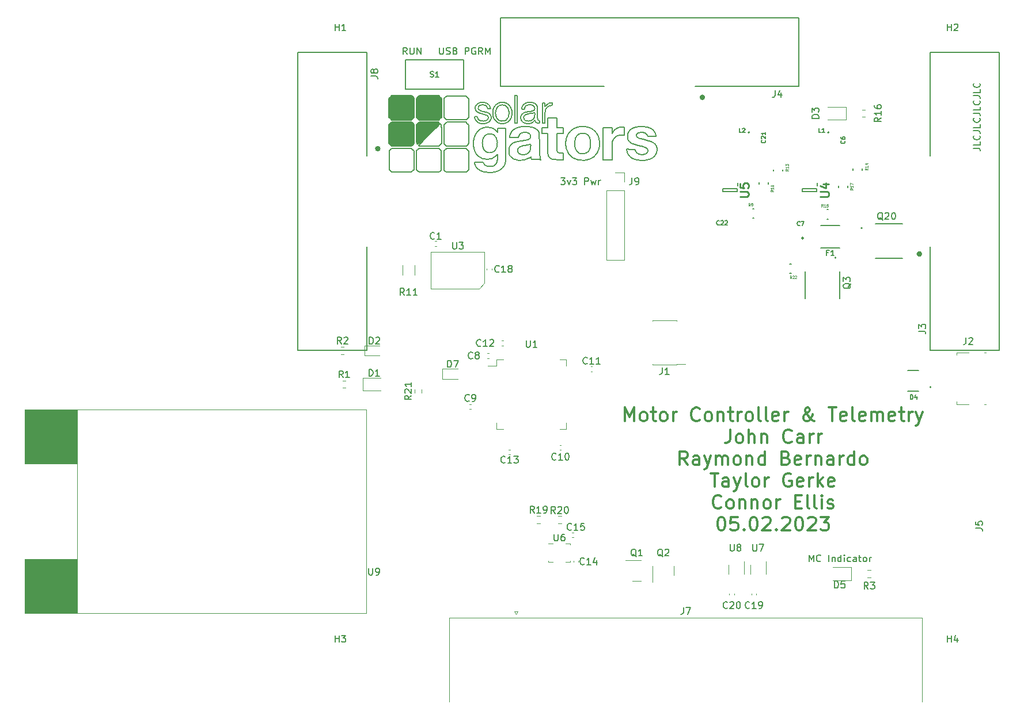
<source format=gbr>
G04 #@! TF.GenerationSoftware,KiCad,Pcbnew,(6.0.5)*
G04 #@! TF.CreationDate,2023-05-02T23:05:13-04:00*
G04 #@! TF.ProjectId,MC_Telem,4d435f54-656c-4656-9d2e-6b696361645f,rev?*
G04 #@! TF.SameCoordinates,Original*
G04 #@! TF.FileFunction,Legend,Top*
G04 #@! TF.FilePolarity,Positive*
%FSLAX46Y46*%
G04 Gerber Fmt 4.6, Leading zero omitted, Abs format (unit mm)*
G04 Created by KiCad (PCBNEW (6.0.5)) date 2023-05-02 23:05:13*
%MOMM*%
%LPD*%
G01*
G04 APERTURE LIST*
%ADD10C,0.195000*%
%ADD11C,0.150000*%
%ADD12C,0.300000*%
%ADD13C,0.254000*%
%ADD14C,0.098425*%
%ADD15C,0.200000*%
%ADD16C,0.127000*%
%ADD17C,0.400000*%
%ADD18C,0.120000*%
%ADD19C,0.100000*%
%ADD20C,0.152400*%
G04 APERTURE END LIST*
D10*
X117414102Y-76019412D02*
G75*
G03*
X117164267Y-75808479I-1862602J-1952688D01*
G01*
X122227236Y-76992262D02*
G75*
G03*
X122265651Y-77199817I779064J36862D01*
G01*
X91248840Y-77844721D02*
G75*
G03*
X91299984Y-77936290I160760J29721D01*
G01*
X113844207Y-76017649D02*
G75*
G03*
X113464264Y-76506964I1597193J-1632351D01*
G01*
X113154270Y-77846624D02*
X113159461Y-78055753D01*
X105648328Y-70798052D02*
G75*
G03*
X105638338Y-70850838I140072J-53848D01*
G01*
X100919184Y-72159437D02*
G75*
G03*
X100614543Y-72192061I116J-1439763D01*
G01*
X120012999Y-77549444D02*
X120152943Y-77264455D01*
X94532665Y-74812729D02*
G75*
G03*
X94532550Y-74729531I-50265J41529D01*
G01*
X106256151Y-79304682D02*
G75*
G03*
X106411307Y-79402677I357549J394282D01*
G01*
X108992574Y-73402632D02*
X108983833Y-72732193D01*
X108569721Y-73339592D02*
G75*
G03*
X108535406Y-73318343I-34021J-16608D01*
G01*
X91161774Y-71262537D02*
X91161774Y-72621036D01*
X101208765Y-76775072D02*
G75*
G03*
X101031419Y-77050130I921935J-789128D01*
G01*
X106531064Y-77479928D02*
X106141513Y-77545027D01*
X107568007Y-76270196D02*
G75*
G03*
X107320617Y-76213534I-381007J-1095104D01*
G01*
X107187871Y-78118485D02*
X107416844Y-78075779D01*
X99739667Y-80716191D02*
G75*
G03*
X99799492Y-80957746I2464133J482091D01*
G01*
X105890122Y-77596715D02*
G75*
G03*
X105697217Y-77651591I450378J-1949685D01*
G01*
X107995288Y-72150504D02*
G75*
G03*
X107610417Y-72179062I-88988J-1408396D01*
G01*
X94510382Y-82081439D02*
X94668688Y-81918109D01*
X123007152Y-77909056D02*
X123248718Y-77987388D01*
X108786674Y-74757391D02*
G75*
G03*
X108939154Y-74825477I263126J384491D01*
G01*
X88993873Y-70788599D02*
X87566709Y-70788599D01*
X108567512Y-73865307D02*
G75*
G03*
X108596334Y-73550223I-1708112J315107D01*
G01*
X98888454Y-77842447D02*
X98888454Y-76484335D01*
X103191076Y-71933276D02*
G75*
G03*
X102925518Y-72115999I742424J-1363324D01*
G01*
X102038077Y-76447320D02*
X102226926Y-76460341D01*
X102038077Y-76447318D02*
G75*
G03*
X101755879Y-76453490I-90177J-2331082D01*
G01*
X108261024Y-74731508D02*
X108396327Y-74619464D01*
X107877595Y-74899703D02*
G75*
G03*
X108021161Y-74860754I-250795J1208503D01*
G01*
X115238841Y-75370398D02*
G75*
G03*
X114924914Y-75422377I194659J-2149602D01*
G01*
X106950647Y-78165018D02*
X107187871Y-78118485D01*
X93849089Y-74654423D02*
X93048162Y-74651939D01*
X109438427Y-80223737D02*
X109438350Y-80223471D01*
X104805052Y-79252686D02*
G75*
G03*
X104829955Y-79406308I967948J78086D01*
G01*
X115626339Y-76335998D02*
X115782082Y-76342045D01*
X124984126Y-78498793D02*
G75*
G03*
X124604646Y-78345495I-861526J-1586307D01*
G01*
X98888454Y-71262884D02*
X98680021Y-71050506D01*
X119938889Y-75976866D02*
X119938704Y-75543479D01*
X99594798Y-77483563D02*
X99585348Y-77885330D01*
X107029734Y-80285351D02*
G75*
G03*
X107755496Y-79975625I-446934J2052451D01*
G01*
X108447292Y-75529250D02*
G75*
G03*
X108182528Y-75442241I-589292J-1346850D01*
G01*
X98680021Y-78777186D02*
X98471589Y-78564809D01*
X100068376Y-73883197D02*
G75*
G03*
X99963576Y-73868828I-187676J-979503D01*
G01*
X101790338Y-72762305D02*
G75*
G03*
X101900948Y-72760195I38862J863205D01*
G01*
X108277300Y-73048714D02*
X107840213Y-73120509D01*
X121508607Y-76603132D02*
G75*
G03*
X121077897Y-76608247I-195607J-1665168D01*
G01*
X95429518Y-81916507D02*
X95589376Y-82081439D01*
X101611261Y-80184929D02*
G75*
G03*
X102338871Y-80052508I-1861J2075429D01*
G01*
X101620494Y-72553208D02*
G75*
G03*
X101509656Y-72373754I-708094J-313392D01*
G01*
X122341582Y-79493124D02*
G75*
G03*
X122595986Y-79794563I1382518J908724D01*
G01*
X103872797Y-74923438D02*
G75*
G03*
X104176647Y-74881028I-71697J1623338D01*
G01*
X107263456Y-77368976D02*
G75*
G03*
X107618212Y-77284446I-313856J2103876D01*
G01*
X105052736Y-72515577D02*
G75*
G03*
X104738610Y-72119401I-1253436J-671223D01*
G01*
X95639578Y-78564809D02*
X95454476Y-78754371D01*
X101574937Y-74832860D02*
G75*
G03*
X101938571Y-74602618I-387237J1013860D01*
G01*
X110742886Y-72323134D02*
G75*
G03*
X110613826Y-72377314I452114J-1257766D01*
G01*
X98521640Y-82081439D02*
X98705047Y-81893613D01*
X110478474Y-75493949D02*
X110082234Y-75493949D01*
X110487214Y-77933301D02*
X110504026Y-79070190D01*
X106969164Y-73955955D02*
G75*
G03*
X106985212Y-74173882I581336J-66745D01*
G01*
X107416844Y-78075779D02*
X107622561Y-78032429D01*
X100468358Y-72932526D02*
G75*
G03*
X100690860Y-73025962I549342J996526D01*
G01*
X119294814Y-75543479D02*
X118650924Y-75543479D01*
X113197771Y-78472056D02*
G75*
G03*
X113225043Y-78607830I1109129J152156D01*
G01*
X101860495Y-73411062D02*
G75*
G03*
X101680025Y-73309003I-597595J-846138D01*
G01*
X98888454Y-76484335D02*
X98888454Y-75126224D01*
X100122854Y-73908707D02*
G75*
G03*
X100068377Y-73883193I-77654J-94893D01*
G01*
X106045539Y-72794564D02*
X106045539Y-70763834D01*
X107939043Y-77937160D02*
G75*
G03*
X107849199Y-77969829I44457J-262140D01*
G01*
X108090623Y-74458635D02*
G75*
G03*
X108323761Y-74301287I-536523J1046335D01*
G01*
X106624539Y-79458582D02*
G75*
G03*
X106912314Y-79476233I287761J2336882D01*
G01*
X108563665Y-72876325D02*
G75*
G03*
X108596334Y-72708343I-415765J168025D01*
G01*
X115883838Y-80328359D02*
G75*
G03*
X116642482Y-80162808I-243538J2937059D01*
G01*
X108031578Y-79807909D02*
X108044071Y-79860470D01*
X91534038Y-78119730D02*
G75*
G03*
X91529746Y-78162901I25862J-24370D01*
G01*
X100339560Y-72827443D02*
G75*
G03*
X100468354Y-72932534I352340J300343D01*
G01*
X102022817Y-81238339D02*
G75*
G03*
X102296635Y-81222761I7483J2282739D01*
G01*
X124880665Y-79383288D02*
G75*
G03*
X125142778Y-79180315I-314365J676688D01*
G01*
X87149844Y-76459784D02*
X87149844Y-77842874D01*
X110504021Y-79070190D02*
G75*
G03*
X110538706Y-79485762I3275979J64190D01*
G01*
X100181015Y-74047226D02*
G75*
G03*
X100155835Y-73955837I-675215J-136874D01*
G01*
X95269516Y-72621074D02*
X95269659Y-74024895D01*
X121205230Y-75424316D02*
G75*
G03*
X121069243Y-75451831I234570J-1509084D01*
G01*
X108001381Y-78064410D02*
X107984464Y-78338835D01*
X101574539Y-79132047D02*
G75*
G03*
X101895484Y-79206058I377161J902647D01*
G01*
X121760461Y-76027009D02*
X121746549Y-75419654D01*
X105634511Y-71425916D02*
X105633168Y-72080054D01*
X92992805Y-76411834D02*
X93897391Y-75502495D01*
X105250208Y-73563761D02*
G75*
G03*
X105230033Y-73018531I-1824908J205461D01*
G01*
X110538693Y-79485764D02*
G75*
G03*
X110620354Y-79727279I708407J104964D01*
G01*
X112781619Y-80224064D02*
X112781619Y-79737766D01*
X112806384Y-76335959D02*
X112806384Y-75914954D01*
X108478501Y-71888734D02*
G75*
G03*
X108156539Y-71808481I-609601J-1759666D01*
G01*
X101031417Y-77050129D02*
G75*
G03*
X100920860Y-77379322I1387583J-649171D01*
G01*
X110419597Y-72503617D02*
G75*
G03*
X110253121Y-72705426I709903J-755183D01*
G01*
X90815064Y-78931623D02*
X90627238Y-78748216D01*
X125571616Y-80142652D02*
G75*
G03*
X125866432Y-79990458I-469516J1271152D01*
G01*
X110072252Y-72157633D02*
X110057469Y-71903024D01*
X104738607Y-72119404D02*
G75*
G03*
X104467826Y-71937497I-828907J-941396D01*
G01*
X91211304Y-75076694D02*
X91211304Y-76466365D01*
X104796891Y-78588763D02*
G75*
G03*
X104784625Y-78742401I938509J-152237D01*
G01*
X94509710Y-78218099D02*
X94693117Y-78030273D01*
X107276289Y-72326909D02*
G75*
G03*
X107178060Y-72450975I297911J-336791D01*
G01*
X101708899Y-74263092D02*
G75*
G03*
X101761194Y-74057579I-377199J205392D01*
G01*
X114178010Y-79942717D02*
G75*
G03*
X114967031Y-80269501I1283890J1984017D01*
G01*
X106504356Y-75393391D02*
G75*
G03*
X106109042Y-75493482I534644J-2942309D01*
G01*
X108590705Y-73415503D02*
X108596334Y-73550223D01*
X100859230Y-80054436D02*
G75*
G03*
X101611261Y-80184924I749970J2089936D01*
G01*
X101730838Y-72741210D02*
G75*
G03*
X101790338Y-72762299I64362J87110D01*
G01*
X110883847Y-72279463D02*
G75*
G03*
X110742886Y-72323133I417653J-1597437D01*
G01*
X106045539Y-70763834D02*
X105859403Y-70748438D01*
X101007313Y-78510793D02*
G75*
G03*
X101140883Y-78784793I1074187J354093D01*
G01*
X110783322Y-79933482D02*
G75*
G03*
X110993255Y-80090343I916878J1008182D01*
G01*
X109261837Y-74528827D02*
G75*
G03*
X109215459Y-74512231I-71237J-125973D01*
G01*
X113464264Y-76506964D02*
G75*
G03*
X113225043Y-77085418I2057636J-1189636D01*
G01*
X99585348Y-77885330D02*
X99606198Y-78288620D01*
X103042491Y-72577219D02*
G75*
G03*
X102848254Y-73054739I1202709J-767481D01*
G01*
X116041447Y-76391965D02*
G75*
G03*
X115918784Y-76360440I-316047J-975335D01*
G01*
X98888454Y-72620995D02*
X98888454Y-71262884D01*
X102877076Y-75951803D02*
G75*
G03*
X102646390Y-75740655I-1198576J-1077897D01*
G01*
X122230984Y-76713540D02*
G75*
G03*
X122227249Y-76992261I2296616J-170160D01*
G01*
X99822175Y-73876792D02*
G75*
G03*
X99752740Y-73932084I18925J-95008D01*
G01*
X91611405Y-77768890D02*
X91995451Y-77405741D01*
X102352444Y-82097084D02*
G75*
G03*
X102743000Y-82042000I-131544J2344784D01*
G01*
X100033021Y-72143071D02*
G75*
G03*
X99948712Y-72242030I807479J-773329D01*
G01*
X99801640Y-74229652D02*
G75*
G03*
X99904402Y-74420149I780660J298152D01*
G01*
X117271725Y-79810089D02*
G75*
G03*
X117741188Y-79282785I-1314325J1642789D01*
G01*
X122353793Y-77386788D02*
G75*
G03*
X122491768Y-77566375I1033707J651388D01*
G01*
X94639168Y-78748216D02*
X94451342Y-78564809D01*
X106811739Y-75364198D02*
G75*
G03*
X106504355Y-75393384I17361J-1816102D01*
G01*
X107985993Y-77964404D02*
G75*
G03*
X107939043Y-77937158I-39793J-14496D01*
G01*
X87387200Y-81898032D02*
X87575026Y-82081439D01*
X94876524Y-77842447D02*
X94876524Y-76477755D01*
X102803091Y-78820399D02*
G75*
G03*
X103052336Y-78304670I-920791J763099D01*
G01*
X106985204Y-74173884D02*
G75*
G03*
X107079963Y-74370067I561396J150184D01*
G01*
X92357087Y-78215166D02*
X93036785Y-78218099D01*
X106109042Y-75493481D02*
G75*
G03*
X105751685Y-75642807I757358J-2314719D01*
G01*
X106667560Y-74530001D02*
G75*
G03*
X106861999Y-74731626I543540J329601D01*
G01*
X101019909Y-74552874D02*
G75*
G03*
X101330129Y-74520239I91J1489874D01*
G01*
X107263456Y-77368973D02*
X106531064Y-77479928D01*
X95454476Y-71027691D02*
X95269373Y-71217253D01*
X105231014Y-76048840D02*
G75*
G03*
X105120604Y-76214856I986286J-775660D01*
G01*
X109710759Y-71903024D02*
X109710759Y-73364159D01*
X95589376Y-74354759D02*
X97055508Y-74354759D01*
X102675348Y-81076320D02*
G75*
G03*
X102836543Y-80926216I-664048J874720D01*
G01*
X104829951Y-79406309D02*
G75*
G03*
X104875595Y-79533356I631649J155209D01*
G01*
X107416314Y-72239490D02*
G75*
G03*
X107276296Y-72326917I191486J-462510D01*
G01*
X123386726Y-78895897D02*
G75*
G03*
X123486664Y-79091455I726974J248197D01*
G01*
X93036785Y-78218099D02*
X94509710Y-78218099D01*
X91211304Y-80327543D02*
X91211304Y-81714625D01*
X112311084Y-75493949D02*
X111815784Y-75493949D01*
X113225042Y-77085418D02*
G75*
G03*
X113197774Y-77221192I1080758J-287682D01*
G01*
X91395180Y-71025568D02*
X91161774Y-71262537D01*
X87358277Y-78055252D02*
X87566709Y-78267629D01*
X94876524Y-71213354D02*
X94668091Y-71000976D01*
X107714028Y-79175975D02*
G75*
G03*
X107829539Y-79026722I-693028J655675D01*
G01*
X114743735Y-78940296D02*
G75*
G03*
X115005759Y-79196317I832665J590096D01*
G01*
X89007219Y-78267629D02*
X90447729Y-78267629D01*
X107073877Y-72737494D02*
X107110380Y-72621410D01*
X124272579Y-76216801D02*
G75*
G03*
X123906121Y-76254182I5421J-1868099D01*
G01*
X94826994Y-81754778D02*
X94826994Y-80343201D01*
X123547483Y-76550072D02*
G75*
G03*
X123561791Y-76781658I419317J-90328D01*
G01*
X90656161Y-74864316D02*
X90447729Y-74651939D01*
X116311580Y-75420033D02*
G75*
G03*
X115994680Y-75369147I-509580J-2161267D01*
G01*
X119938704Y-75543479D02*
X119294814Y-75543479D01*
X107321603Y-73581207D02*
G75*
G03*
X107151009Y-73664433I296297J-823793D01*
G01*
X123488103Y-80240532D02*
G75*
G03*
X124189028Y-80336905I878497J3792232D01*
G01*
X99891362Y-79216699D02*
G75*
G03*
X100056713Y-79482558I2155238J1156099D01*
G01*
X107899456Y-76525789D02*
G75*
G03*
X107764454Y-76376162I-472956J-291011D01*
G01*
X107957396Y-76959394D02*
G75*
G03*
X107968073Y-76710262I-597296J150394D01*
G01*
X110160166Y-72925972D02*
G75*
G03*
X110111576Y-73256676I1834934J-438528D01*
G01*
X113582962Y-79371945D02*
G75*
G03*
X114178010Y-79942717I1779138J1259245D01*
G01*
X105426927Y-77765695D02*
G75*
G03*
X105208945Y-77907027I571173J-1119705D01*
G01*
X114801655Y-76659671D02*
G75*
G03*
X114571139Y-77067364I826145J-736129D01*
G01*
X90864594Y-75076694D02*
X90656161Y-74864316D01*
X106554066Y-73838699D02*
G75*
G03*
X106536113Y-74182221I724634J-210101D01*
G01*
X98888454Y-80347675D02*
X98888454Y-78989564D01*
X112308844Y-76335959D02*
X112806384Y-76335959D01*
X90421037Y-70788599D02*
X88993873Y-70788599D01*
X107183958Y-79461586D02*
G75*
G03*
X107381972Y-79414566I-87558J809186D01*
G01*
X107622561Y-78032429D02*
X107793643Y-77992303D01*
X107021130Y-73309659D02*
G75*
G03*
X106722833Y-73537295I476170J-933241D01*
G01*
X101909831Y-72216194D02*
G75*
G03*
X101566019Y-71929008I-834131J-649206D01*
G01*
X94876524Y-76477755D02*
X94874222Y-75652452D01*
X104336754Y-78009573D02*
X104336754Y-75593009D01*
X107657833Y-74551046D02*
G75*
G03*
X107903976Y-74522763I-69133J1686846D01*
G01*
X105208947Y-77907029D02*
G75*
G03*
X105037225Y-78080549I686453J-851071D01*
G01*
X103373977Y-74461336D02*
G75*
G03*
X103517888Y-74525773I286723J447436D01*
G01*
X107336163Y-73212822D02*
X107138064Y-73263752D01*
X109307960Y-74763542D02*
G75*
G03*
X109314519Y-74677382I-561060J86042D01*
G01*
X108520120Y-72437107D02*
G75*
G03*
X108313082Y-72241175I-464420J-283393D01*
G01*
X102606214Y-74207751D02*
G75*
G03*
X102805325Y-74475331I1584586J971251D01*
G01*
X91576402Y-78190498D02*
X91906197Y-78204966D01*
X119997095Y-78896431D02*
X120012999Y-77549444D01*
X98705047Y-74166933D02*
X98888454Y-73979107D01*
X110500307Y-72016850D02*
X110389328Y-72103532D01*
X107157732Y-74870479D02*
G75*
G03*
X107511870Y-74930271I406868J1331179D01*
G01*
X102550548Y-79039920D02*
G75*
G03*
X102803085Y-78820394I-540348J876620D01*
G01*
X110620351Y-79727281D02*
G75*
G03*
X110783330Y-79933473I705049J389781D01*
G01*
X121342779Y-75409286D02*
G75*
G03*
X121205229Y-75424311I96621J-1521714D01*
G01*
X104730684Y-73929003D02*
G75*
G03*
X104818783Y-73266889I-1687884J561503D01*
G01*
X99904404Y-74420147D02*
G75*
G03*
X100064601Y-74604410I1088596J784647D01*
G01*
X122595980Y-79794570D02*
G75*
G03*
X122910246Y-80021023I1051220J1127570D01*
G01*
X101210396Y-75488967D02*
G75*
G03*
X101067774Y-75520535I219604J-1330133D01*
G01*
X95429518Y-74189827D02*
X95589376Y-74354759D01*
X101900948Y-72760195D02*
X102010246Y-72747070D01*
X123820351Y-78143088D02*
X124604646Y-78345495D01*
X123512578Y-75421431D02*
G75*
G03*
X123114139Y-75543187I534022J-2460369D01*
G01*
X91396537Y-77941777D02*
G75*
G03*
X91611405Y-77768890I-1447037J2018377D01*
G01*
X104176648Y-74881031D02*
G75*
G03*
X104450368Y-74782929I-303248J1277031D01*
G01*
X109113714Y-74840051D02*
X109233587Y-74827133D01*
X97055583Y-70838129D02*
X95639578Y-70838129D01*
X126044911Y-77748210D02*
G75*
G03*
X125748903Y-77589526I-878111J-1282590D01*
G01*
X123654772Y-76921388D02*
G75*
G03*
X123825919Y-77036478I495328J551788D01*
G01*
X126144878Y-79758795D02*
G75*
G03*
X126367843Y-79486170I-1293278J1285195D01*
G01*
X102590413Y-76594026D02*
G75*
G03*
X102471704Y-76526159I-579213J-875374D01*
G01*
X107413252Y-74543035D02*
G75*
G03*
X107657833Y-74551050I176648J1654835D01*
G01*
X94785946Y-75031091D02*
X94749710Y-74999692D01*
X106944026Y-76213510D02*
G75*
G03*
X106630062Y-76306813I108974J-941590D01*
G01*
X105636337Y-72844176D02*
X105649299Y-74825294D01*
X91945850Y-77682255D02*
X91534065Y-78119756D01*
X126328547Y-76373360D02*
G75*
G03*
X126214184Y-76149916I-1024247J-383240D01*
G01*
X104330429Y-79720888D02*
X104336754Y-78009573D01*
X105023552Y-76415672D02*
G75*
G03*
X104954406Y-76614126I1681148J-697028D01*
G01*
X109294520Y-78061268D02*
X109264989Y-76245182D01*
X99841775Y-72560676D02*
G75*
G03*
X99876227Y-72891078I833125J-80124D01*
G01*
X95639578Y-74701469D02*
X95454476Y-74891031D01*
X98680021Y-74913846D02*
X98471589Y-74701469D01*
X102898125Y-79675948D02*
X103098504Y-79458562D01*
X94876524Y-72596444D02*
X94876524Y-71213354D01*
X110788095Y-71875576D02*
G75*
G03*
X110701359Y-71902040I226105J-896424D01*
G01*
X115594789Y-79357289D02*
X115390020Y-79351501D01*
X94659475Y-74955166D02*
X94195526Y-75413036D01*
X91578118Y-78564809D02*
X91394711Y-78752635D01*
X114341638Y-75648616D02*
G75*
G03*
X113844212Y-76017654I1099062J-2001184D01*
G01*
X101326845Y-78986191D02*
G75*
G03*
X101574542Y-79132040I654855J828891D01*
G01*
X111815784Y-75493949D02*
X111815784Y-74775764D01*
X87149844Y-71213354D02*
X87149844Y-72596444D01*
X121746549Y-75419654D02*
X121474134Y-75407947D01*
X122519924Y-75950646D02*
G75*
G03*
X122337803Y-76225676I872476J-775554D01*
G01*
X101204798Y-80949832D02*
G75*
G03*
X101407319Y-81109180I547002J486832D01*
G01*
X90439412Y-78564809D02*
X89002800Y-78564809D01*
X125213649Y-76827669D02*
X125820392Y-76829464D01*
X122174720Y-79153776D02*
G75*
G03*
X122341592Y-79493118I1438680J496776D01*
G01*
X100573047Y-75743803D02*
G75*
G03*
X100152050Y-76109977I1087653J-1675597D01*
G01*
X97055583Y-78564809D02*
X95639578Y-78564809D01*
X113159461Y-77637495D02*
X113154270Y-77846624D01*
X125592258Y-75594497D02*
G75*
G03*
X125172782Y-75446912I-794658J-1588703D01*
G01*
X91211304Y-78940461D02*
X91211304Y-80327543D01*
X101720029Y-73875855D02*
G75*
G03*
X101605807Y-73744077I-296429J-141545D01*
G01*
X126286117Y-76824343D02*
G75*
G03*
X126401787Y-76778396I-4717J180443D01*
G01*
X109310669Y-78847618D02*
X109294520Y-78061268D01*
X109685994Y-75493949D02*
X109685994Y-75914954D01*
X118104914Y-77846624D02*
G75*
G03*
X118064149Y-77277990I-3987414J-76D01*
G01*
X123825921Y-77036473D02*
G75*
G03*
X124100544Y-77141641I743779J1531073D01*
G01*
X108611232Y-74443557D02*
G75*
G03*
X108558544Y-74475766I68068J-170543D01*
G01*
X109233584Y-74827113D02*
G75*
G03*
X109284091Y-74805117I-14384J102013D01*
G01*
X89007219Y-74651939D02*
X87566709Y-74651939D01*
X87358277Y-71000976D02*
X87149844Y-71213354D01*
X122265646Y-77199819D02*
G75*
G03*
X122353789Y-77386791I808154J266719D01*
G01*
X105751682Y-75642802D02*
G75*
G03*
X105452361Y-75831358I935118J-1816298D01*
G01*
X112781619Y-79251468D02*
X112399443Y-79242466D01*
X106912314Y-79476234D02*
G75*
G03*
X107183957Y-79461575I186J2520834D01*
G01*
X95454476Y-78754371D02*
X95269373Y-78943933D01*
X109710759Y-73364159D02*
X109710759Y-74825294D01*
X110613823Y-72377308D02*
G75*
G03*
X110503511Y-72438580I480877J-995692D01*
G01*
X107940555Y-79853750D02*
X108015776Y-79805849D01*
X126430229Y-76678284D02*
X126328548Y-76373359D01*
X100368603Y-73332776D02*
G75*
G03*
X100940688Y-73510365I2021497J5501776D01*
G01*
X106985752Y-72812822D02*
G75*
G03*
X107038721Y-72788966I-12652J98822D01*
G01*
X110057469Y-74825294D02*
X110083632Y-73908989D01*
X126040669Y-75932125D02*
G75*
G03*
X125826895Y-75740389I-1268069J-1198775D01*
G01*
X94826994Y-78931623D02*
X94639168Y-78748216D01*
X110884930Y-71855036D02*
X110788095Y-71875576D01*
X114458592Y-77646665D02*
G75*
G03*
X114462070Y-78145365I2786008J-229935D01*
G01*
X110993251Y-80090350D02*
G75*
G03*
X111198461Y-80174264I367749J606450D01*
G01*
X104931114Y-76930319D02*
X105567164Y-76930319D01*
X101020696Y-80595539D02*
X100375580Y-80595539D01*
X105714949Y-70753844D02*
G75*
G03*
X105671054Y-70771323I36751J-156156D01*
G01*
X110701357Y-71902035D02*
G75*
G03*
X110610674Y-71944789I179543J-498365D01*
G01*
X101013174Y-74919360D02*
G75*
G03*
X101331749Y-74894785I-56474J2809260D01*
G01*
X93048162Y-74651939D02*
X91628169Y-74651939D01*
X103043863Y-74697649D02*
G75*
G03*
X103286125Y-74834299I587537J758549D01*
G01*
X90447729Y-74651939D02*
X89007219Y-74651939D01*
X89011638Y-82081439D02*
X90448250Y-82081439D01*
X115594789Y-79357304D02*
G75*
G03*
X116129724Y-79264231I-89J1584304D01*
G01*
X101372145Y-75468706D02*
X101210396Y-75488967D01*
X101681005Y-81205618D02*
G75*
G03*
X102022817Y-81238341I347795J1831318D01*
G01*
X93048669Y-82081439D02*
X94510382Y-82081439D01*
X101067772Y-75520528D02*
G75*
G03*
X100573038Y-75743790I481828J-1727472D01*
G01*
X91628169Y-74651939D02*
X91419737Y-74864316D01*
X109264989Y-76245182D02*
X109114470Y-76030538D01*
X106884085Y-72819323D02*
G75*
G03*
X106985752Y-72812824I15J798223D01*
G01*
X113225042Y-78607830D02*
G75*
G03*
X113582961Y-79371946I2303358J613030D01*
G01*
X106523119Y-78274938D02*
X106719822Y-78219838D01*
X126290775Y-77963094D02*
G75*
G03*
X126044913Y-77748208I-1030375J-930806D01*
G01*
X122118029Y-78815852D02*
G75*
G03*
X122174727Y-79153773I1036271J152D01*
G01*
X108182527Y-75442243D02*
G75*
G03*
X107860624Y-75395011I-467227J-2063757D01*
G01*
X87149844Y-73979534D02*
X87358277Y-74191912D01*
X106193998Y-80331456D02*
G75*
G03*
X107029731Y-80285338I274302J2624656D01*
G01*
X108001362Y-78064409D02*
G75*
G03*
X107986013Y-77964397I-256562J11809D01*
G01*
X109094861Y-74445232D02*
G75*
G03*
X109215459Y-74512231I156539J139732D01*
G01*
X123906125Y-76254203D02*
G75*
G03*
X123660091Y-76368783I115475J-569397D01*
G01*
X123639858Y-79255696D02*
G75*
G03*
X123838249Y-79379345I578242J706796D01*
G01*
X91370207Y-74191912D02*
X91578639Y-74404289D01*
X126496233Y-79212092D02*
G75*
G03*
X126568357Y-78845906I-1930833J570492D01*
G01*
X108645864Y-74519929D02*
G75*
G03*
X108682946Y-74649248I244136J29D01*
G01*
X105108013Y-74082347D02*
G75*
G03*
X105250197Y-73563760I-1583513J712947D01*
G01*
X104149237Y-71823201D02*
G75*
G03*
X103807852Y-71784578I-337737J-1457199D01*
G01*
X120042999Y-76236899D02*
X119939074Y-76410254D01*
X116501035Y-78996918D02*
G75*
G03*
X116716119Y-78532408I-868335J684118D01*
G01*
X94459659Y-74404289D02*
X94668091Y-74191912D01*
X100375580Y-80595539D02*
X99890192Y-80599875D01*
X108313088Y-72241164D02*
G75*
G03*
X107995288Y-72150508I-366588J-682736D01*
G01*
X93074345Y-76528411D02*
X92441039Y-77167947D01*
X110478474Y-74057579D02*
X110478474Y-74775764D01*
X125748904Y-77589523D02*
G75*
G03*
X125308009Y-77443744I-1351004J-3346377D01*
G01*
X106536098Y-74182224D02*
G75*
G03*
X106667560Y-74530001I1000402J179424D01*
G01*
X125308009Y-77443744D02*
X124532725Y-77253346D01*
X111172769Y-71879335D02*
G75*
G03*
X111132451Y-71854490I-55769J-45365D01*
G01*
X87358277Y-74191912D02*
X87566709Y-74404289D01*
X108998476Y-74042101D02*
X108992574Y-73402632D01*
X90656161Y-74191912D02*
X90864594Y-73979534D01*
X106722830Y-73537293D02*
G75*
G03*
X106554076Y-73838702I564870J-514207D01*
G01*
X110057469Y-71903024D02*
X109884114Y-71903024D01*
X101566027Y-71928993D02*
G75*
G03*
X101098728Y-71789205I-594027J-1134807D01*
G01*
X99861727Y-72431961D02*
G75*
G03*
X99841774Y-72560676I1100073J-236439D01*
G01*
X102098216Y-75504812D02*
G75*
G03*
X101737653Y-75463076I-483616J-2599688D01*
G01*
X94459659Y-70788599D02*
X93044122Y-70788599D01*
X122780508Y-75721082D02*
G75*
G03*
X122519924Y-75950646I806992J-1178718D01*
G01*
X108682956Y-74649242D02*
G75*
G03*
X108786679Y-74757384I310544J194042D01*
G01*
X106756904Y-72802357D02*
G75*
G03*
X106884085Y-72819329I127196J468157D01*
G01*
X101331748Y-74894780D02*
G75*
G03*
X101574935Y-74832855I-145348J1079280D01*
G01*
X102646381Y-75740667D02*
G75*
G03*
X102393780Y-75594488I-735681J-979933D01*
G01*
X124915673Y-80305370D02*
G75*
G03*
X125571618Y-80142658I-403973J3032070D01*
G01*
X124621852Y-75364817D02*
G75*
G03*
X124037856Y-75353393I-381852J-4587783D01*
G01*
X120664340Y-75617400D02*
G75*
G03*
X120426362Y-75779921I748760J-1351900D01*
G01*
X108769929Y-80209003D02*
X109026292Y-80214755D01*
X122118007Y-78688634D02*
X122118015Y-78815852D01*
X110503506Y-72438573D02*
G75*
G03*
X110419594Y-72503613I297694J-470727D01*
G01*
X103214973Y-74341664D02*
G75*
G03*
X103373985Y-74461323I872727J994264D01*
G01*
X91225190Y-77650974D02*
G75*
G03*
X91248870Y-77844716I1588010J95774D01*
G01*
X94668688Y-81918109D02*
X94826994Y-81754778D01*
X111155896Y-72185916D02*
G75*
G03*
X111187566Y-72131814I-56196J69216D01*
G01*
X117940762Y-76799374D02*
G75*
G03*
X117726449Y-76387539I-1838262J-694926D01*
G01*
X100597239Y-71827539D02*
X100414420Y-71883044D01*
X104875595Y-79533356D02*
G75*
G03*
X104957658Y-79683251I1476905J711156D01*
G01*
X104302903Y-74454298D02*
G75*
G03*
X104401136Y-74390443I-374103J682998D01*
G01*
X104667041Y-74655343D02*
G75*
G03*
X104839102Y-74506496I-628541J900443D01*
G01*
X118875215Y-80263100D02*
X119087921Y-80262801D01*
X125172783Y-75446907D02*
G75*
G03*
X124621852Y-75364818I-906583J-4194593D01*
G01*
X126367846Y-79486172D02*
G75*
G03*
X126496234Y-79212092I-838246J559772D01*
G01*
X103838734Y-81462065D02*
G75*
G03*
X104068923Y-81182638I-987434J1047965D01*
G01*
X106630062Y-76306813D02*
G75*
G03*
X106398397Y-76487730I328938J-659987D01*
G01*
X116903447Y-75641569D02*
G75*
G03*
X116622269Y-75513837I-1031647J-1897631D01*
G01*
X120942569Y-75490616D02*
G75*
G03*
X120664340Y-75617400I669131J-1837084D01*
G01*
X108637059Y-74456266D02*
G75*
G03*
X108611235Y-74443565I-18659J-5334D01*
G01*
X122910248Y-80021019D02*
G75*
G03*
X123488104Y-80240527I1093852J2009219D01*
G01*
X87199374Y-78940461D02*
X87199374Y-80327543D01*
X124189028Y-80336897D02*
G75*
G03*
X124915672Y-80305365I186772J4084297D01*
G01*
X126568345Y-78845905D02*
G75*
G03*
X126558197Y-78515117I-1246645J127305D01*
G01*
X99948711Y-72242029D02*
G75*
G03*
X99894849Y-72332203I384389J-290771D01*
G01*
X111825927Y-77696343D02*
X111811304Y-76335959D01*
X100881697Y-77749515D02*
G75*
G03*
X100915900Y-78145820I2306303J-585D01*
G01*
X107854764Y-79909477D02*
X107940555Y-79853750D01*
X121474134Y-75407942D02*
G75*
G03*
X121342779Y-75409285I-53034J-1237158D01*
G01*
X107575242Y-73509854D02*
X107960031Y-73439640D01*
X99890192Y-80599880D02*
G75*
G03*
X99775143Y-80634154I4108J-224020D01*
G01*
X106713937Y-72498169D02*
G75*
G03*
X106675438Y-72655057I983163J-324431D01*
G01*
X101072460Y-80731651D02*
G75*
G03*
X101204801Y-80949829I659240J250651D01*
G01*
X94749710Y-74999692D02*
X94715762Y-74973198D01*
X100915902Y-78145820D02*
G75*
G03*
X101007308Y-78510795I2542098J442720D01*
G01*
X100276741Y-71945166D02*
G75*
G03*
X100157542Y-72027024I385959J-689734D01*
G01*
X116154807Y-76437516D02*
G75*
G03*
X116041448Y-76391962I-387307J-799984D01*
G01*
X106098950Y-78681473D02*
G75*
G03*
X106074178Y-78921854I565350J-179727D01*
G01*
X104298211Y-80423846D02*
X104330429Y-79720888D01*
X108860904Y-72196386D02*
G75*
G03*
X108703575Y-72016568I-664104J-422314D01*
G01*
X101170756Y-72182175D02*
G75*
G03*
X100919184Y-72159440I-251556J-1380325D01*
G01*
X118656936Y-79549708D02*
X118662989Y-80232814D01*
X107618212Y-77284447D02*
G75*
G03*
X107845169Y-77149711I-193612J584647D01*
G01*
X100157546Y-72027029D02*
G75*
G03*
X100033025Y-72143075I959654J-1154571D01*
G01*
X99606192Y-78288621D02*
G75*
G03*
X99658139Y-78609729I2280208J204121D01*
G01*
X94668091Y-71000976D02*
X94459659Y-70788599D01*
X115005759Y-79196317D02*
G75*
G03*
X115151255Y-79285383I1089141J1615817D01*
G01*
X107039451Y-73770700D02*
G75*
G03*
X106969157Y-73955954I330049J-231200D01*
G01*
X87199374Y-80327543D02*
X87199374Y-81714625D01*
X99752738Y-73932083D02*
G75*
G03*
X99742744Y-74039807I152962J-68517D01*
G01*
X104656900Y-72636424D02*
G75*
G03*
X104280598Y-72262211I-713500J-341176D01*
G01*
X99833174Y-76595512D02*
G75*
G03*
X99637856Y-77168024I2304826J-1105888D01*
G01*
X100940688Y-73510365D02*
X101378251Y-73635059D01*
X104839101Y-74506495D02*
G75*
G03*
X104981250Y-74320931I-853701J801195D01*
G01*
X99742749Y-74039806D02*
G75*
G03*
X99801637Y-74229653I1508651J363906D01*
G01*
X123838253Y-79379337D02*
G75*
G03*
X124070801Y-79455590I455247J995637D01*
G01*
X113175059Y-78274539D02*
X113197774Y-78472056D01*
X106145433Y-79160792D02*
G75*
G03*
X106256151Y-79304682I453867J234692D01*
G01*
X125170093Y-78674048D02*
G75*
G03*
X124984126Y-78498793I-424593J-264252D01*
G01*
X122720124Y-78697779D02*
X122118007Y-78688634D01*
X102338869Y-80052502D02*
G75*
G03*
X102898125Y-79675948I-512069J1364102D01*
G01*
X108142606Y-74807942D02*
G75*
G03*
X108261024Y-74731508I-429806J795842D01*
G01*
X109438350Y-80223471D02*
X109421582Y-80172679D01*
X125238431Y-78913273D02*
G75*
G03*
X125170067Y-78674064I-451731J273D01*
G01*
X110977110Y-71842749D02*
X110884930Y-71855036D01*
X101048718Y-73121122D02*
X100690860Y-73025962D01*
X124581882Y-76238983D02*
G75*
G03*
X124272579Y-76216809I-303182J-2060717D01*
G01*
X98471589Y-74701469D02*
X97055583Y-74701469D01*
X90447729Y-78267629D02*
X90656161Y-78055252D01*
X100443365Y-74425400D02*
G75*
G03*
X100692822Y-74521366I395935J657000D01*
G01*
X116441320Y-76642919D02*
G75*
G03*
X116154809Y-76437512I-737220J-725781D01*
G01*
X115918785Y-76360436D02*
G75*
G03*
X115782082Y-76342045I-232285J-1209364D01*
G01*
X99799480Y-80957749D02*
G75*
G03*
X99957593Y-81289083I1154320J347449D01*
G01*
X101509639Y-72373768D02*
G75*
G03*
X101363615Y-72251700I-400339J-330532D01*
G01*
X93019149Y-74404289D02*
X94459659Y-74404289D01*
X89002800Y-78564809D02*
X87566188Y-78564809D01*
X121069244Y-75451834D02*
G75*
G03*
X120942571Y-75490622I309156J-1235866D01*
G01*
X115616305Y-75353020D02*
G75*
G03*
X115238841Y-75370401I7195J-4263780D01*
G01*
X117726447Y-76387540D02*
G75*
G03*
X117414104Y-76019410I-1895947J-1292060D01*
G01*
X94230190Y-74665560D02*
X93849089Y-74654423D01*
X87566709Y-74404289D02*
X89007219Y-74404289D01*
X110610674Y-71944789D02*
X110500307Y-72016850D01*
X94686730Y-74952894D02*
G75*
G03*
X94674214Y-74949119I-12530J-18906D01*
G01*
X99876229Y-72891077D02*
G75*
G03*
X100038500Y-73138298I515771J161677D01*
G01*
X109354466Y-79909894D02*
G75*
G03*
X109381197Y-80050382I547534J31394D01*
G01*
X98888454Y-81705787D02*
X98888454Y-80347675D01*
X100454559Y-74855331D02*
G75*
G03*
X100695198Y-74907638I336641J969031D01*
G01*
X114559180Y-78584028D02*
G75*
G03*
X114743717Y-78940309I1370320J483828D01*
G01*
X109026292Y-80214755D02*
X109242090Y-80219544D01*
X107511870Y-74930266D02*
G75*
G03*
X107877595Y-74899704I57530J1515066D01*
G01*
X100414419Y-71883040D02*
G75*
G03*
X100276744Y-71945171I291781J-830160D01*
G01*
X122268715Y-76434776D02*
G75*
G03*
X122230985Y-76713540I2274785J-449824D01*
G01*
X102872108Y-73776286D02*
G75*
G03*
X103008678Y-74093288I1288492J367186D01*
G01*
X107481909Y-71825513D02*
G75*
G03*
X107222676Y-71921368I283691J-1165687D01*
G01*
X102412151Y-73260225D02*
G75*
G03*
X102420723Y-73628524I2787249J-119375D01*
G01*
X103098504Y-75593009D02*
X103098504Y-75895546D01*
X125142751Y-79180292D02*
G75*
G03*
X125238414Y-78913273I-324751J266992D01*
G01*
X103008683Y-74093285D02*
G75*
G03*
X103214976Y-74341661I886917J526785D01*
G01*
X117164265Y-75808481D02*
G75*
G03*
X116903444Y-75641575I-1299665J-1743719D01*
G01*
X100216386Y-81580313D02*
G75*
G03*
X100566156Y-81819254I1194114J1372513D01*
G01*
X99752714Y-78915031D02*
G75*
G03*
X99891366Y-79216697I2520186J975631D01*
G01*
X87149844Y-77842874D02*
X87358277Y-78055252D01*
X104818803Y-73266888D02*
G75*
G03*
X104656922Y-72636414I-1679503J-95212D01*
G01*
X111815784Y-74775764D02*
X111815784Y-74057579D01*
X94451342Y-78564809D02*
X93014730Y-78564809D01*
X102699619Y-72352936D02*
G75*
G03*
X102538051Y-72621209I1060481J-821464D01*
G01*
X111844407Y-78786925D02*
G75*
G03*
X111898782Y-79070831I874493J20325D01*
G01*
X104068914Y-81182632D02*
G75*
G03*
X104221524Y-80841766I-1114414J703532D01*
G01*
X100038495Y-73138303D02*
G75*
G03*
X100368602Y-73332777I698705J808603D01*
G01*
X102848260Y-73054740D02*
G75*
G03*
X102816558Y-73419569I1522140J-316060D01*
G01*
X109884114Y-74825294D02*
X110057469Y-74825294D01*
X98471589Y-78564809D02*
X97055583Y-78564809D01*
X101849690Y-82104542D02*
X102352444Y-82097087D01*
X113159461Y-78055753D02*
X113175059Y-78274539D01*
X90642816Y-70993027D02*
X90421037Y-70788599D01*
X91211304Y-76466365D02*
X91213626Y-77299703D01*
X90815064Y-80318705D02*
X90815064Y-78931623D01*
X102070504Y-72684605D02*
G75*
G03*
X102065714Y-72596444I-710604J5605D01*
G01*
X102471704Y-76526159D02*
G75*
G03*
X102359751Y-76484416I-269404J-551541D01*
G01*
X115151259Y-79285377D02*
G75*
G03*
X115262908Y-79330773I244841J442177D01*
G01*
X100152053Y-76109980D02*
G75*
G03*
X99833172Y-76595511I1645847J-1428420D01*
G01*
X120692457Y-76726329D02*
G75*
G03*
X120377867Y-76950447I515443J-1056371D01*
G01*
X102153894Y-74262773D02*
G75*
G03*
X102176575Y-73884076I-691994J231473D01*
G01*
X109242090Y-80219544D02*
X109438323Y-80223869D01*
X104905095Y-78290523D02*
G75*
G03*
X104832370Y-78457428I1855705J-907877D01*
G01*
X101605807Y-73744076D02*
G75*
G03*
X101378251Y-73635059I-497007J-745424D01*
G01*
X107038723Y-72788968D02*
G75*
G03*
X107073877Y-72737494I-82623J94168D01*
G01*
X119981191Y-80243418D02*
X119997095Y-78896431D01*
X94693117Y-78030273D02*
X94876524Y-77842447D01*
X107755496Y-79975625D02*
X107854764Y-79909477D01*
X108326528Y-73375942D02*
X108471994Y-73347225D01*
X94876524Y-73979534D02*
X94876524Y-72596444D01*
X120377864Y-76950444D02*
G75*
G03*
X120152943Y-77264455I829836J-831956D01*
G01*
X103098504Y-75895546D02*
X103098504Y-76198083D01*
X109292406Y-74558644D02*
G75*
G03*
X109261833Y-74528834I-71606J-42856D01*
G01*
X116637223Y-76929862D02*
G75*
G03*
X116441318Y-76642921I-892123J-398738D01*
G01*
X107793640Y-77992290D02*
G75*
G03*
X107849199Y-77969829I-49540J202490D01*
G01*
X102420731Y-73628523D02*
G75*
G03*
X102481821Y-73934617I1446369J129523D01*
G01*
X118671372Y-80252974D02*
G75*
G03*
X118690511Y-80261076I19528J19474D01*
G01*
X125114589Y-76618962D02*
X125213649Y-76827669D01*
X95589376Y-78218099D02*
X97055508Y-78218099D01*
X108396327Y-74619464D02*
X108558544Y-74475766D01*
X101330127Y-74520230D02*
G75*
G03*
X101564383Y-74421377I-140327J659530D01*
G01*
X95589376Y-82081439D02*
X97055508Y-82081439D01*
X105697217Y-77651591D02*
G75*
G03*
X105426928Y-77765697I653483J-1925109D01*
G01*
X114571143Y-77067365D02*
G75*
G03*
X114458596Y-77646665I2577457J-801335D01*
G01*
X110295137Y-72192782D02*
X110087035Y-72412242D01*
X98888454Y-78989564D02*
X98680021Y-78777186D01*
X114924915Y-75422379D02*
G75*
G03*
X114341634Y-75648608I559085J-2306521D01*
G01*
X125826897Y-75740387D02*
G75*
G03*
X125592255Y-75594503I-903597J-1191713D01*
G01*
X106826720Y-72268324D02*
G75*
G03*
X106713935Y-72498168I775180J-522976D01*
G01*
X87149844Y-75076694D02*
X87149844Y-76459784D01*
X102927690Y-76997340D02*
G75*
G03*
X102590411Y-76594029I-844990J-363960D01*
G01*
X108157013Y-73406986D02*
X108326528Y-73375942D01*
X108044071Y-79860470D02*
X108057145Y-79923569D01*
X104085474Y-74526422D02*
G75*
G03*
X104202191Y-74498076I-116874J735722D01*
G01*
X116716115Y-78532407D02*
G75*
G03*
X116784945Y-77846624I-3382215J685807D01*
G01*
X87575026Y-82081439D02*
X89011638Y-82081439D01*
X108070096Y-79998501D02*
X108101348Y-80193942D01*
X101684941Y-72687529D02*
G75*
G03*
X101730829Y-72741223I138759J72129D01*
G01*
X112044085Y-79198229D02*
G75*
G03*
X112399443Y-79242466I397615J1744629D01*
G01*
X111898829Y-79070814D02*
G75*
G03*
X112044084Y-79198234I190371J70514D01*
G01*
X126464740Y-78220994D02*
G75*
G03*
X126290773Y-77963096I-993440J-482506D01*
G01*
X106411311Y-79402666D02*
G75*
G03*
X106624539Y-79458579I314089J763266D01*
G01*
X112806384Y-75493949D02*
X112311084Y-75493949D01*
X105567164Y-76930319D02*
X106203214Y-76930319D01*
X94195526Y-75413036D02*
X93681186Y-75922869D01*
X100283813Y-72699480D02*
G75*
G03*
X100339553Y-72827449I238087J27580D01*
G01*
X97055508Y-78218099D02*
X98521640Y-78218099D01*
X93014730Y-78564809D02*
X91578118Y-78564809D01*
X118662964Y-80232814D02*
G75*
G03*
X118671390Y-80252956I29036J314D01*
G01*
X100231366Y-79678413D02*
G75*
G03*
X100859229Y-80054438I1265534J1400913D01*
G01*
X101140886Y-78784791D02*
G75*
G03*
X101326842Y-78986195I729814J487291D01*
G01*
X105638338Y-70850838D02*
X105634511Y-71425916D01*
X104221524Y-80841766D02*
G75*
G03*
X104298211Y-80423846I-2103424J601966D01*
G01*
X124532725Y-77253346D02*
X124100544Y-77141641D01*
X113175059Y-77418709D02*
X113159461Y-77637495D01*
X100301574Y-72463341D02*
G75*
G03*
X100283809Y-72699480I602426J-164059D01*
G01*
X102742998Y-82041992D02*
G75*
G03*
X103143998Y-81912115I-526698J2310192D01*
G01*
X91211304Y-81714625D02*
X91399130Y-81898032D01*
X114462072Y-78145365D02*
G75*
G03*
X114559171Y-78584031I1844328J178165D01*
G01*
X119939074Y-76410254D02*
X119938889Y-75976866D01*
X95269373Y-71217253D02*
X95269516Y-72621074D01*
X124037856Y-75353387D02*
G75*
G03*
X123512578Y-75421433I136844J-3117813D01*
G01*
X107840213Y-73120509D02*
X107576513Y-73163311D01*
X111811304Y-76335959D02*
X112308844Y-76335959D01*
X118084129Y-78274539D02*
X118099727Y-78055753D01*
X102296635Y-81222762D02*
G75*
G03*
X102504036Y-81171656I-99835J851562D01*
G01*
X110389328Y-72103532D02*
G75*
G03*
X110295137Y-72192782I785072J-922868D01*
G01*
X94838226Y-75123295D02*
G75*
G03*
X94785946Y-75031091I-165126J-32705D01*
G01*
X109685994Y-75914954D02*
X109685994Y-76335959D01*
X98471589Y-70838129D02*
X97055583Y-70838129D01*
X106690955Y-72749572D02*
G75*
G03*
X106756906Y-72802351I93845J49672D01*
G01*
X104957656Y-79683253D02*
G75*
G03*
X105442342Y-80119009I984444J607553D01*
G01*
X103098504Y-79458562D02*
X103098228Y-79915608D01*
X108590691Y-73415504D02*
G75*
G03*
X108569748Y-73339579I-211891J-17596D01*
G01*
X109314518Y-74677382D02*
G75*
G03*
X109309329Y-74606079I-490018J182D01*
G01*
X95269516Y-76484414D02*
X95269659Y-77888235D01*
X108945807Y-72405339D02*
G75*
G03*
X108860906Y-72196384I-615007J-128161D01*
G01*
X101384366Y-76601426D02*
G75*
G03*
X101208778Y-76775083I956934J-1143174D01*
G01*
X123531182Y-78069170D02*
X123820351Y-78143088D01*
X102234796Y-79173582D02*
G75*
G03*
X102550551Y-79039924I-278396J1097482D01*
G01*
X107829531Y-79026717D02*
G75*
G03*
X107903515Y-78867951I-601931J377117D01*
G01*
X116622269Y-75513837D02*
G75*
G03*
X116311580Y-75420033I-914369J-2467063D01*
G01*
X104932202Y-76769347D02*
X104931114Y-76930319D01*
X103143998Y-81912115D02*
G75*
G03*
X103519973Y-81712217I-966698J2271715D01*
G01*
X106045539Y-74825294D02*
X106045539Y-72794564D01*
X102065727Y-72596442D02*
G75*
G03*
X101909833Y-72216193I-758427J-88858D01*
G01*
X100155839Y-73955836D02*
G75*
G03*
X100122850Y-73908712I-100239J-35064D01*
G01*
X103379085Y-72261119D02*
G75*
G03*
X103042501Y-72577225I454115J-820781D01*
G01*
X111191928Y-71926167D02*
G75*
G03*
X111172767Y-71879337I-86928J-8233D01*
G01*
X106412979Y-78319217D02*
G75*
G03*
X106217382Y-78471517I298321J-584883D01*
G01*
X102359750Y-76484421D02*
G75*
G03*
X102226926Y-76460341I-216050J-813379D01*
G01*
X100992804Y-81995801D02*
G75*
G03*
X101354629Y-82071111I568796J1825901D01*
G01*
X94304724Y-75074578D02*
X94532620Y-74812692D01*
X107903976Y-74522764D02*
G75*
G03*
X108090625Y-74458639I-129476J680564D01*
G01*
X125866437Y-79990466D02*
G75*
G03*
X126144877Y-79758794I-1080737J1582066D01*
G01*
X91399130Y-81898032D02*
X91586956Y-82081439D01*
X105859403Y-70748438D02*
G75*
G03*
X105778028Y-70745884I-65603J-792562D01*
G01*
X108101348Y-80193942D02*
X108769929Y-80209003D01*
X103044005Y-80542976D02*
G75*
G03*
X103085596Y-80286045I-1358105J351676D01*
G01*
X94452620Y-74685584D02*
X94230190Y-74665560D01*
X98888454Y-75126224D02*
X98680021Y-74913846D01*
X104954413Y-76614128D02*
G75*
G03*
X104932202Y-76769347I558187J-159072D01*
G01*
X93681186Y-75922869D02*
X93074345Y-76528411D01*
X99894842Y-72332200D02*
G75*
G03*
X99861724Y-72431960I440158J-201500D01*
G01*
X101895485Y-79206048D02*
G75*
G03*
X102234794Y-79173574I64415J1115848D01*
G01*
X102176583Y-73884074D02*
G75*
G03*
X102006540Y-73542457I-730583J-150526D01*
G01*
X87566709Y-70788599D02*
X87358277Y-71000976D01*
X98888454Y-73979107D02*
X98888454Y-72620995D01*
X115626339Y-76335990D02*
G75*
G03*
X115154233Y-76419876I261J-1371910D01*
G01*
X111147129Y-74057579D02*
X110478474Y-74057579D01*
X111048069Y-71842130D02*
G75*
G03*
X110977110Y-71842749I-31869J-414270D01*
G01*
X91906197Y-78204966D02*
X92357087Y-78215166D01*
X108471992Y-73347216D02*
G75*
G03*
X108491803Y-73336610I-7392J37616D01*
G01*
X95269373Y-75080593D02*
X95269516Y-76484414D01*
X103807852Y-71784587D02*
G75*
G03*
X103469979Y-71825513I3448J-1443613D01*
G01*
X122668066Y-77725393D02*
G75*
G03*
X122870188Y-77851293I814734J1082793D01*
G01*
X101428678Y-73218798D02*
X101048718Y-73121122D01*
X100064601Y-74604410D02*
G75*
G03*
X100256609Y-74757615I939399J980410D01*
G01*
X91419737Y-74864316D02*
X91211304Y-75076694D01*
X108596333Y-72708343D02*
G75*
G03*
X108520123Y-72437105I-520633J43D01*
G01*
X123114138Y-75543184D02*
G75*
G03*
X122780508Y-75721083I635562J-1593716D01*
G01*
X87149844Y-72596444D02*
X87149844Y-73979534D01*
X110883847Y-72279462D02*
X111084888Y-72223337D01*
X91394711Y-78752635D02*
X91211304Y-78940461D01*
X101761182Y-74057579D02*
G75*
G03*
X101720022Y-73875858I-421382J79D01*
G01*
X103566651Y-74907944D02*
G75*
G03*
X103872797Y-74923434I234649J1604544D01*
G01*
X107860624Y-75395011D02*
X107335565Y-75369303D01*
X90815064Y-81705787D02*
X90815064Y-80318705D01*
X107803868Y-71784088D02*
G75*
G03*
X107481909Y-71825513I25032J-1466412D01*
G01*
X106141513Y-77545027D02*
X105890122Y-77596716D01*
X102805324Y-74475332D02*
G75*
G03*
X103043874Y-74697635I1335376J1193832D01*
G01*
X119336523Y-80258506D02*
X119981191Y-80243418D01*
X105847419Y-74825294D02*
X106045539Y-74825294D01*
X108471417Y-72979793D02*
G75*
G03*
X108563656Y-72876321I-98317J180493D01*
G01*
X109685994Y-76335959D02*
X110078592Y-76335959D01*
X95639578Y-70838129D02*
X95454476Y-71027691D01*
X109114469Y-76030539D02*
G75*
G03*
X108947124Y-75844501I-848169J-594661D01*
G01*
X94826994Y-80343201D02*
X94826994Y-78931623D01*
X87566709Y-74651939D02*
X87358277Y-74864316D01*
X107576513Y-73163311D02*
X107336163Y-73212822D01*
X94674214Y-74949143D02*
G75*
G03*
X94659475Y-74955166I86J-21257D01*
G01*
X104784625Y-78742401D02*
X104789916Y-79000534D01*
X111844421Y-78786925D02*
X111825927Y-77696343D01*
X99658146Y-78609727D02*
G75*
G03*
X99752714Y-78915031I2257054J531827D01*
G01*
X126558203Y-78515116D02*
G75*
G03*
X126464747Y-78220990I-1056503J-173784D01*
G01*
X108021161Y-74860754D02*
G75*
G03*
X108142603Y-74807937I-248961J738454D01*
G01*
X123561780Y-76781662D02*
G75*
G03*
X123654777Y-76921382I318320J111062D01*
G01*
X105037225Y-78080549D02*
G75*
G03*
X104905095Y-78290523I915175J-722451D01*
G01*
X109354458Y-79909894D02*
X109331244Y-79449354D01*
X122337800Y-76225675D02*
G75*
G03*
X122268717Y-76434776I804100J-381625D01*
G01*
X91161774Y-72621036D02*
X91161774Y-73979534D01*
X106398398Y-76487730D02*
G75*
G03*
X106259479Y-76742525I534102J-456470D01*
G01*
X107968090Y-76710259D02*
G75*
G03*
X107899439Y-76525800I-499890J-81041D01*
G01*
X118034142Y-78607829D02*
G75*
G03*
X118061414Y-78472056I-1082842J288129D01*
G01*
X125114594Y-76618960D02*
G75*
G03*
X124988175Y-76435333I-632094J-299840D01*
G01*
X95454476Y-74891031D02*
X95269373Y-75080593D01*
X111084889Y-72223339D02*
G75*
G03*
X111155883Y-72185900I-58489J196939D01*
G01*
X102006538Y-73542459D02*
G75*
G03*
X101860493Y-73411065I-629238J-552541D01*
G01*
X90864594Y-72588495D02*
X90864594Y-71197455D01*
X108025386Y-79803066D02*
G75*
G03*
X108015776Y-79805849I14J-18034D01*
G01*
X104401146Y-74390457D02*
G75*
G03*
X104730681Y-73929002I-583746J765257D01*
G01*
X120426365Y-75779925D02*
G75*
G03*
X120221744Y-75984542I995535J-1200175D01*
G01*
X107079948Y-74370078D02*
G75*
G03*
X107232875Y-74493706I316152J234678D01*
G01*
X97055583Y-74701469D02*
X95639578Y-74701469D01*
X95269516Y-80347754D02*
X95269659Y-81751575D01*
X100920855Y-77379321D02*
G75*
G03*
X100881704Y-77749515I1736145J-370779D01*
G01*
X98705047Y-78030273D02*
X98888454Y-77842447D01*
X107138062Y-73263746D02*
G75*
G03*
X107021127Y-73309653I175238J-618254D01*
G01*
X87358277Y-74864316D02*
X87149844Y-75076694D01*
X102481824Y-73934616D02*
G75*
G03*
X102606213Y-74207751I1171476J368616D01*
G01*
X105230031Y-73018531D02*
G75*
G03*
X105052739Y-72515575I-1720831J-323869D01*
G01*
X101620491Y-72553209D02*
X101684964Y-72687517D01*
X90627238Y-78748216D02*
X90439412Y-78564809D01*
X118650924Y-75543479D02*
X118650924Y-77887899D01*
X116749262Y-77322067D02*
G75*
G03*
X116637232Y-76929858I-1425362J-195033D01*
G01*
X111483040Y-80212646D02*
X112013904Y-80222903D01*
X106862000Y-74731624D02*
G75*
G03*
X107157728Y-74870492I631700J960924D01*
G01*
X110471190Y-76335959D02*
X110487214Y-77933301D01*
X123386720Y-78895899D02*
X123322242Y-78706925D01*
X105778028Y-70745891D02*
G75*
G03*
X105714946Y-70753832I5772J-300409D01*
G01*
X102393777Y-75594494D02*
G75*
G03*
X102098215Y-75504816I-551577J-1286006D01*
G01*
X104832363Y-78457425D02*
G75*
G03*
X104796894Y-78588763I617337J-237175D01*
G01*
X107984464Y-78338835D02*
X107950810Y-78659008D01*
X107903522Y-78867953D02*
G75*
G03*
X107950810Y-78659008I-1137022J367153D01*
G01*
X109421582Y-80172679D02*
X109403116Y-80116752D01*
X107575241Y-73509851D02*
G75*
G03*
X107321606Y-73581216I374459J-1817249D01*
G01*
X95269659Y-74024895D02*
X95429518Y-74189827D01*
X116129725Y-79264233D02*
G75*
G03*
X116501025Y-78996910I-279425J779633D01*
G01*
X91213626Y-77299703D02*
X91225192Y-77650974D01*
X108156538Y-71808485D02*
G75*
G03*
X107803868Y-71784097I-317538J-2029715D01*
G01*
X109284098Y-74805126D02*
G75*
G03*
X109307953Y-74763541I-41998J51726D01*
G01*
X94862580Y-75310589D02*
G75*
G03*
X94838215Y-75123297I-1410880J-88311D01*
G01*
X109027715Y-74310790D02*
G75*
G03*
X109094876Y-74445219I281385J56590D01*
G01*
X105442339Y-80119016D02*
G75*
G03*
X106193999Y-80331444I989361J2064716D01*
G01*
X107320618Y-76213526D02*
G75*
G03*
X106944024Y-76213497I-188418J-1622374D01*
G01*
X103286121Y-74834308D02*
G75*
G03*
X103566651Y-74907944I468779J1214708D01*
G01*
X91300016Y-77936254D02*
G75*
G03*
X91396538Y-77941778I51684J57054D01*
G01*
X107150999Y-73664417D02*
G75*
G03*
X107039451Y-73770700I208001J-329983D01*
G01*
X107381978Y-79414582D02*
G75*
G03*
X107547308Y-79324300I-234678J626282D01*
G01*
X101680026Y-73309001D02*
G75*
G03*
X101428678Y-73218798I-770826J-1752599D01*
G01*
X100181013Y-74047226D02*
G75*
G03*
X100273793Y-74265759I581987J118126D01*
G01*
X109438422Y-80223733D02*
G75*
G03*
X109438323Y-80223869I1178J-967D01*
G01*
X98521640Y-78218099D02*
X98705047Y-78030273D01*
X87566188Y-78564809D02*
X87382781Y-78752635D01*
X123486660Y-79091458D02*
G75*
G03*
X123639856Y-79255698I682840J483358D01*
G01*
X104789916Y-79000534D02*
X104805058Y-79252685D01*
X99963577Y-73868818D02*
G75*
G03*
X99822176Y-73876798I-42277J-507582D01*
G01*
X91161774Y-73979534D02*
X91370207Y-74191912D01*
X102925513Y-72115993D02*
G75*
G03*
X102699620Y-72352937I1038387J-1216107D01*
G01*
X111198459Y-80174274D02*
G75*
G03*
X111483040Y-80212646I339541J1443674D01*
G01*
X102053446Y-72725191D02*
G75*
G03*
X102070507Y-72684605I-40946J41091D01*
G01*
X106203214Y-76930319D02*
X106259479Y-76742525D01*
X118061414Y-78472056D02*
X118084129Y-78274539D01*
X104280606Y-72262194D02*
G75*
G03*
X103812243Y-72153182I-487906J-1035606D01*
G01*
X103098504Y-76198083D02*
X102877077Y-75951802D01*
X110083632Y-73908989D02*
X110111576Y-73256676D01*
X100256617Y-74757604D02*
G75*
G03*
X100454558Y-74855334I490683J744504D01*
G01*
X87566709Y-78267629D02*
X89007219Y-78267629D01*
X108645849Y-74519929D02*
G75*
G03*
X108637032Y-74456274I-233249J129D01*
G01*
X101407320Y-81109178D02*
G75*
G03*
X101681006Y-81205610I453280J849878D01*
G01*
X108998476Y-74042101D02*
G75*
G03*
X109027701Y-74310793I1506324J27901D01*
G01*
X91578639Y-74404289D02*
X93019149Y-74404289D01*
X117741189Y-79282786D02*
G75*
G03*
X118034145Y-78607830I-2095289J1310486D01*
G01*
X101564388Y-74421384D02*
G75*
G03*
X101708908Y-74263097I-248588J372084D01*
G01*
X102010247Y-72747078D02*
G75*
G03*
X102053434Y-72725178I-12447J78078D01*
G01*
X99775150Y-80634166D02*
G75*
G03*
X99739667Y-80716191I41950J-66834D01*
G01*
X107335565Y-75369303D02*
X106811739Y-75364194D01*
X110082234Y-75493949D02*
X109685994Y-75493949D01*
X108947123Y-75844502D02*
G75*
G03*
X108713291Y-75670342I-1244023J-1426198D01*
G01*
X110078592Y-76335959D02*
X110471190Y-76335959D01*
X87199374Y-81714625D02*
X87387200Y-81898032D01*
X107610417Y-72179061D02*
G75*
G03*
X107416309Y-72239478I236183J-1100839D01*
G01*
X109710759Y-74825294D02*
X109884114Y-74825294D01*
X104450366Y-74782925D02*
G75*
G03*
X104667040Y-74655341I-716166J1464025D01*
G01*
X108703566Y-72016579D02*
G75*
G03*
X108478498Y-71888743I-458066J-544421D01*
G01*
X109403116Y-80116752D02*
X109381197Y-80050382D01*
X103090459Y-77631926D02*
G75*
G03*
X102927710Y-76997331I-2101059J-200674D01*
G01*
X94668091Y-74191912D02*
X94876524Y-73979534D01*
X90448250Y-82081439D02*
X90631657Y-81893613D01*
X126401781Y-76778390D02*
G75*
G03*
X126430229Y-76678284I-65081J72590D01*
G01*
X98705047Y-81893613D02*
X98888454Y-81705787D01*
X100695198Y-74907635D02*
G75*
G03*
X101013174Y-74919359I261902J2785235D01*
G01*
X108535406Y-73318344D02*
G75*
G03*
X108491803Y-73336610I494J-62356D01*
G01*
X111815784Y-74057579D02*
X111147129Y-74057579D01*
X107547308Y-79324301D02*
G75*
G03*
X107714026Y-79175973I-777808J1042101D01*
G01*
X94715762Y-74973198D02*
X94686725Y-74952901D01*
X91586956Y-82081439D02*
X93048669Y-82081439D01*
X100614541Y-72192052D02*
G75*
G03*
X100409640Y-72293300I99759J-459848D01*
G01*
X101553631Y-76500704D02*
G75*
G03*
X101384360Y-76601419I226569J-573396D01*
G01*
X90656161Y-78055252D02*
X90864594Y-77842874D01*
X103519979Y-81712226D02*
G75*
G03*
X103838732Y-81462063I-1220679J1883526D01*
G01*
X91995451Y-77405741D02*
X92992805Y-76411834D01*
X99637860Y-77168025D02*
G75*
G03*
X99594798Y-77483563I2093940J-446475D01*
G01*
X125820392Y-76829464D02*
X126286117Y-76824354D01*
X107222676Y-71921368D02*
G75*
G03*
X106999763Y-72072057I489024J-963632D01*
G01*
X124498826Y-79483063D02*
G75*
G03*
X124880664Y-79383285I-84626J1104363D01*
G01*
X106523120Y-78274941D02*
G75*
G03*
X106412979Y-78319217I191880J-636459D01*
G01*
X119087921Y-80262801D02*
X119336523Y-80258506D01*
X103098228Y-79915608D02*
X103085596Y-80286045D01*
X90631657Y-81893613D02*
X90815064Y-81705787D01*
X95269373Y-78943933D02*
X95269516Y-80347754D01*
X103688152Y-74550511D02*
G75*
G03*
X103937476Y-74543509I45348J2827711D01*
G01*
X108479723Y-74109432D02*
G75*
G03*
X108567517Y-73865308I-700123J389632D01*
G01*
X106074172Y-78921855D02*
G75*
G03*
X106145437Y-79160790I665028J68255D01*
G01*
X100409639Y-72293298D02*
G75*
G03*
X100301575Y-72463341I220361J-259402D01*
G01*
X102538050Y-72621209D02*
G75*
G03*
X102451627Y-72900218I1069250J-484091D01*
G01*
X120221747Y-75984544D02*
G75*
G03*
X120042999Y-76236899I1561553J-1295556D01*
G01*
X106719822Y-78219838D02*
X106950647Y-78165018D01*
X102504034Y-81171651D02*
G75*
G03*
X102675350Y-81076323I-249034J649151D01*
G01*
X101354629Y-82071111D02*
X101849690Y-82104542D01*
X104085474Y-74526424D02*
X103937476Y-74543509D01*
X108057145Y-79923569D02*
X108070096Y-79998501D01*
X100056717Y-79482555D02*
G75*
G03*
X100231371Y-79678407I991583J708455D01*
G01*
X102836538Y-80926212D02*
G75*
G03*
X102964847Y-80742887I-767038J673412D01*
G01*
X108323766Y-74301293D02*
G75*
G03*
X108479733Y-74109437I-465066J537393D01*
G01*
X95269659Y-77888235D02*
X95429518Y-78053167D01*
X98680021Y-71050506D02*
X98471589Y-70838129D01*
X95429518Y-78053167D02*
X95589376Y-78218099D01*
X123660074Y-76368761D02*
G75*
G03*
X123547502Y-76550076I197526J-248239D01*
G01*
X105452362Y-75831359D02*
G75*
G03*
X105231012Y-76048838I737038J-971541D01*
G01*
X122870188Y-77851293D02*
G75*
G03*
X123007152Y-77909056I480812J948793D01*
G01*
X104336754Y-75593009D02*
X103717629Y-75593009D01*
X122491772Y-77566372D02*
G75*
G03*
X122668064Y-77725396I982328J911772D01*
G01*
X118650924Y-77887899D02*
X118652396Y-78788277D01*
X121774373Y-76634364D02*
X121760461Y-76027009D01*
X105120605Y-76214857D02*
G75*
G03*
X105023552Y-76415672I1706995J-948843D01*
G01*
X106999767Y-72072061D02*
G75*
G03*
X106826727Y-72268329I670133J-765239D01*
G01*
X101363607Y-72251714D02*
G75*
G03*
X101170755Y-72182182I-304407J-542086D01*
G01*
X111187572Y-72131815D02*
G75*
G03*
X111196659Y-72025582I-615072J106115D01*
G01*
X123248718Y-77987388D02*
X123531182Y-78069170D01*
X105633168Y-72080054D02*
X105636337Y-72844176D01*
X97055508Y-82081439D02*
X98521640Y-82081439D01*
X99957596Y-81289081D02*
G75*
G03*
X100216382Y-81580317I1257604J856881D01*
G01*
X115262908Y-79330774D02*
G75*
G03*
X115390020Y-79351501I161592J590874D01*
G01*
X107764457Y-76376158D02*
G75*
G03*
X107568004Y-76270206I-426957J-556542D01*
G01*
X89007219Y-74404289D02*
X90447729Y-74404289D01*
X105671053Y-70771322D02*
G75*
G03*
X105648322Y-70798050I26747J-45778D01*
G01*
X101549104Y-75459946D02*
X101372145Y-75468706D01*
X90864594Y-73979534D02*
X90864594Y-72588495D01*
X90864594Y-77842874D02*
X90864594Y-76459784D01*
X92441039Y-77167947D02*
X91945850Y-77682255D01*
X105649299Y-74825294D02*
X105847419Y-74825294D01*
X101938571Y-74602618D02*
G75*
G03*
X102153894Y-74262773I-580471J605918D01*
G01*
X104467827Y-71937495D02*
G75*
G03*
X104149237Y-71823201I-646027J-1299605D01*
G01*
X108277297Y-73048698D02*
G75*
G03*
X108471422Y-72979802I-119197J643798D01*
G01*
X118690511Y-80261076D02*
X118875215Y-80263100D01*
X123322242Y-78706925D02*
X122720124Y-78697779D01*
X102451631Y-72900219D02*
G75*
G03*
X102412157Y-73260225I2685069J-476581D01*
G01*
X93044122Y-70788599D02*
X91628585Y-70788599D01*
X111196660Y-72025582D02*
G75*
G03*
X111191913Y-71926168I-1041660J82D01*
G01*
X118652396Y-78788277D02*
X118656936Y-79549708D01*
X108031564Y-79807912D02*
G75*
G03*
X108025386Y-79803059I-6164J-1488D01*
G01*
X104202192Y-74498078D02*
G75*
G03*
X104302903Y-74454299I-190292J575478D01*
G01*
X97055508Y-74354759D02*
X98521640Y-74354759D01*
X104981244Y-74320927D02*
G75*
G03*
X105108007Y-74082344I-1764044J1090227D01*
G01*
X115154233Y-76419876D02*
G75*
G03*
X114801659Y-76659675I301867J-822924D01*
G01*
X107232872Y-74493712D02*
G75*
G03*
X107413252Y-74543035I242628J532812D01*
G01*
X121077899Y-76608264D02*
G75*
G03*
X120692462Y-76726340I181601J-1280936D01*
G01*
X124815288Y-76310119D02*
G75*
G03*
X124581882Y-76238981I-352588J-738381D01*
G01*
X112013904Y-80222903D02*
X112781619Y-80224064D01*
X107178055Y-72450972D02*
G75*
G03*
X107110380Y-72621410I703345J-377928D01*
G01*
X101072447Y-80731656D02*
X101020696Y-80595539D01*
X90447729Y-74404289D02*
X90656161Y-74191912D01*
X106217395Y-78471529D02*
G75*
G03*
X106098950Y-78681473I443105J-388371D01*
G01*
X110253123Y-72705427D02*
G75*
G03*
X110160159Y-72925970I619677J-391073D01*
G01*
X124070801Y-79455590D02*
G75*
G03*
X124498827Y-79483076I311199J1499690D01*
G01*
X90864594Y-76459784D02*
X90864594Y-75076694D01*
X103517886Y-74525781D02*
G75*
G03*
X103688152Y-74550507I181114J648581D01*
G01*
X93897391Y-75502495D02*
X94304724Y-75074578D01*
X121508607Y-76603128D02*
X121774373Y-76634364D01*
X116642479Y-80162800D02*
G75*
G03*
X117271729Y-79810095I-751279J2078000D01*
G01*
X110478474Y-74775764D02*
X110478474Y-75493949D01*
X90864594Y-71197455D02*
X90642816Y-70993027D01*
X107845162Y-77149703D02*
G75*
G03*
X107957396Y-76959394I-267662J286103D01*
G01*
X126214185Y-76149916D02*
G75*
G03*
X126040674Y-75932121I-1372585J-915484D01*
G01*
X115994680Y-75369151D02*
G75*
G03*
X115616305Y-75353020I-371080J-4258449D01*
G01*
X107960031Y-73439640D02*
X108157013Y-73406986D01*
X87382781Y-78752635D02*
X87199374Y-78940461D01*
X109309333Y-74606078D02*
G75*
G03*
X109292400Y-74558648I-127333J-18722D01*
G01*
X118064141Y-77277991D02*
G75*
G03*
X117940762Y-76799374I-2246541J-323909D01*
G01*
X103717629Y-75593009D02*
X103098504Y-75593009D01*
X101098729Y-71789190D02*
G75*
G03*
X100597239Y-71827539I-142529J-1434310D01*
G01*
X91529790Y-78162874D02*
G75*
G03*
X91576402Y-78190498I49610J30574D01*
G01*
X94874222Y-75652452D02*
X94862576Y-75310589D01*
X112781619Y-79737766D02*
X112781619Y-79251468D01*
X91628585Y-70788599D02*
X91395180Y-71025568D01*
X106675435Y-72655057D02*
G75*
G03*
X106690923Y-72749589I148265J-24243D01*
G01*
X101737653Y-75463076D02*
X101549104Y-75459946D01*
X112806384Y-75914954D02*
X112806384Y-75493949D01*
X98521640Y-74354759D02*
X98705047Y-74166933D01*
X108713291Y-75670342D02*
G75*
G03*
X108447295Y-75529243I-1066491J-1689258D01*
G01*
X95269659Y-81751575D02*
X95429518Y-81916507D01*
X108983840Y-72732193D02*
G75*
G03*
X108945807Y-72405339I-1836940J-48107D01*
G01*
X103469980Y-71825519D02*
G75*
G03*
X103191077Y-71933277I272720J-1120681D01*
G01*
X101755879Y-76453487D02*
G75*
G03*
X101553635Y-76500714I58321J-706413D01*
G01*
X108939154Y-74825478D02*
G75*
G03*
X109113714Y-74840051I133446J545678D01*
G01*
X102964845Y-80742886D02*
G75*
G03*
X103044009Y-80542977I-765045J418586D01*
G01*
X100273781Y-74265767D02*
G75*
G03*
X100443369Y-74425394I454219J312667D01*
G01*
X110087035Y-72412242D02*
X110072252Y-72157633D01*
X124988175Y-76435333D02*
G75*
G03*
X124815291Y-76310113I-428075J-409067D01*
G01*
X118099727Y-78055753D02*
X118104918Y-77846624D01*
X103812243Y-72153176D02*
G75*
G03*
X103379072Y-72261096I-14643J-864524D01*
G01*
X100566159Y-81819248D02*
G75*
G03*
X100992805Y-81995796I1188341J2267948D01*
G01*
X109331244Y-79449354D02*
X109310669Y-78847618D01*
X111132451Y-71854489D02*
G75*
G03*
X111048069Y-71842126I-131651J-604411D01*
G01*
X114967032Y-80269499D02*
G75*
G03*
X115883838Y-80328362I657368J3069499D01*
G01*
X103052333Y-78304669D02*
G75*
G03*
X103090447Y-77631927I-2180233J460969D01*
G01*
X102816564Y-73419569D02*
G75*
G03*
X102872109Y-73776286I1468436J45969D01*
G01*
X109884114Y-71903024D02*
X109710759Y-71903024D01*
X116784948Y-77846624D02*
G75*
G03*
X116749250Y-77322069I-3869948J124D01*
G01*
X113197774Y-77221192D02*
X113175059Y-77418709D01*
X94532545Y-74729535D02*
G75*
G03*
X94452620Y-74685584I-95745J-79465D01*
G01*
X100692822Y-74521366D02*
G75*
G03*
X101019909Y-74552879I327078J1681666D01*
G01*
D11*
X94583714Y-63714380D02*
X94583714Y-64523904D01*
X94631333Y-64619142D01*
X94678952Y-64666761D01*
X94774190Y-64714380D01*
X94964666Y-64714380D01*
X95059904Y-64666761D01*
X95107523Y-64619142D01*
X95155142Y-64523904D01*
X95155142Y-63714380D01*
X95583714Y-64666761D02*
X95726571Y-64714380D01*
X95964666Y-64714380D01*
X96059904Y-64666761D01*
X96107523Y-64619142D01*
X96155142Y-64523904D01*
X96155142Y-64428666D01*
X96107523Y-64333428D01*
X96059904Y-64285809D01*
X95964666Y-64238190D01*
X95774190Y-64190571D01*
X95678952Y-64142952D01*
X95631333Y-64095333D01*
X95583714Y-64000095D01*
X95583714Y-63904857D01*
X95631333Y-63809619D01*
X95678952Y-63762000D01*
X95774190Y-63714380D01*
X96012285Y-63714380D01*
X96155142Y-63762000D01*
X96917047Y-64190571D02*
X97059904Y-64238190D01*
X97107523Y-64285809D01*
X97155142Y-64381047D01*
X97155142Y-64523904D01*
X97107523Y-64619142D01*
X97059904Y-64666761D01*
X96964666Y-64714380D01*
X96583714Y-64714380D01*
X96583714Y-63714380D01*
X96917047Y-63714380D01*
X97012285Y-63762000D01*
X97059904Y-63809619D01*
X97107523Y-63904857D01*
X97107523Y-64000095D01*
X97059904Y-64095333D01*
X97012285Y-64142952D01*
X96917047Y-64190571D01*
X96583714Y-64190571D01*
X98345619Y-64714380D02*
X98345619Y-63714380D01*
X98726571Y-63714380D01*
X98821809Y-63762000D01*
X98869428Y-63809619D01*
X98917047Y-63904857D01*
X98917047Y-64047714D01*
X98869428Y-64142952D01*
X98821809Y-64190571D01*
X98726571Y-64238190D01*
X98345619Y-64238190D01*
X99869428Y-63762000D02*
X99774190Y-63714380D01*
X99631333Y-63714380D01*
X99488476Y-63762000D01*
X99393238Y-63857238D01*
X99345619Y-63952476D01*
X99298000Y-64142952D01*
X99298000Y-64285809D01*
X99345619Y-64476285D01*
X99393238Y-64571523D01*
X99488476Y-64666761D01*
X99631333Y-64714380D01*
X99726571Y-64714380D01*
X99869428Y-64666761D01*
X99917047Y-64619142D01*
X99917047Y-64285809D01*
X99726571Y-64285809D01*
X100917047Y-64714380D02*
X100583714Y-64238190D01*
X100345619Y-64714380D02*
X100345619Y-63714380D01*
X100726571Y-63714380D01*
X100821809Y-63762000D01*
X100869428Y-63809619D01*
X100917047Y-63904857D01*
X100917047Y-64047714D01*
X100869428Y-64142952D01*
X100821809Y-64190571D01*
X100726571Y-64238190D01*
X100345619Y-64238190D01*
X101345619Y-64714380D02*
X101345619Y-63714380D01*
X101678952Y-64428666D01*
X102012285Y-63714380D01*
X102012285Y-64714380D01*
X89812904Y-64714380D02*
X89479571Y-64238190D01*
X89241476Y-64714380D02*
X89241476Y-63714380D01*
X89622428Y-63714380D01*
X89717666Y-63762000D01*
X89765285Y-63809619D01*
X89812904Y-63904857D01*
X89812904Y-64047714D01*
X89765285Y-64142952D01*
X89717666Y-64190571D01*
X89622428Y-64238190D01*
X89241476Y-64238190D01*
X90241476Y-63714380D02*
X90241476Y-64523904D01*
X90289095Y-64619142D01*
X90336714Y-64666761D01*
X90431952Y-64714380D01*
X90622428Y-64714380D01*
X90717666Y-64666761D01*
X90765285Y-64619142D01*
X90812904Y-64523904D01*
X90812904Y-63714380D01*
X91289095Y-64714380D02*
X91289095Y-63714380D01*
X91860523Y-64714380D01*
X91860523Y-63714380D01*
X148906190Y-139402380D02*
X148906190Y-138402380D01*
X149239523Y-139116666D01*
X149572857Y-138402380D01*
X149572857Y-139402380D01*
X150620476Y-139307142D02*
X150572857Y-139354761D01*
X150430000Y-139402380D01*
X150334761Y-139402380D01*
X150191904Y-139354761D01*
X150096666Y-139259523D01*
X150049047Y-139164285D01*
X150001428Y-138973809D01*
X150001428Y-138830952D01*
X150049047Y-138640476D01*
X150096666Y-138545238D01*
X150191904Y-138450000D01*
X150334761Y-138402380D01*
X150430000Y-138402380D01*
X150572857Y-138450000D01*
X150620476Y-138497619D01*
X151810952Y-139402380D02*
X151810952Y-138402380D01*
X152287142Y-138735714D02*
X152287142Y-139402380D01*
X152287142Y-138830952D02*
X152334761Y-138783333D01*
X152430000Y-138735714D01*
X152572857Y-138735714D01*
X152668095Y-138783333D01*
X152715714Y-138878571D01*
X152715714Y-139402380D01*
X153620476Y-139402380D02*
X153620476Y-138402380D01*
X153620476Y-139354761D02*
X153525238Y-139402380D01*
X153334761Y-139402380D01*
X153239523Y-139354761D01*
X153191904Y-139307142D01*
X153144285Y-139211904D01*
X153144285Y-138926190D01*
X153191904Y-138830952D01*
X153239523Y-138783333D01*
X153334761Y-138735714D01*
X153525238Y-138735714D01*
X153620476Y-138783333D01*
X154096666Y-139402380D02*
X154096666Y-138735714D01*
X154096666Y-138402380D02*
X154049047Y-138450000D01*
X154096666Y-138497619D01*
X154144285Y-138450000D01*
X154096666Y-138402380D01*
X154096666Y-138497619D01*
X155001428Y-139354761D02*
X154906190Y-139402380D01*
X154715714Y-139402380D01*
X154620476Y-139354761D01*
X154572857Y-139307142D01*
X154525238Y-139211904D01*
X154525238Y-138926190D01*
X154572857Y-138830952D01*
X154620476Y-138783333D01*
X154715714Y-138735714D01*
X154906190Y-138735714D01*
X155001428Y-138783333D01*
X155858571Y-139402380D02*
X155858571Y-138878571D01*
X155810952Y-138783333D01*
X155715714Y-138735714D01*
X155525238Y-138735714D01*
X155430000Y-138783333D01*
X155858571Y-139354761D02*
X155763333Y-139402380D01*
X155525238Y-139402380D01*
X155430000Y-139354761D01*
X155382380Y-139259523D01*
X155382380Y-139164285D01*
X155430000Y-139069047D01*
X155525238Y-139021428D01*
X155763333Y-139021428D01*
X155858571Y-138973809D01*
X156191904Y-138735714D02*
X156572857Y-138735714D01*
X156334761Y-138402380D02*
X156334761Y-139259523D01*
X156382380Y-139354761D01*
X156477619Y-139402380D01*
X156572857Y-139402380D01*
X157049047Y-139402380D02*
X156953809Y-139354761D01*
X156906190Y-139307142D01*
X156858571Y-139211904D01*
X156858571Y-138926190D01*
X156906190Y-138830952D01*
X156953809Y-138783333D01*
X157049047Y-138735714D01*
X157191904Y-138735714D01*
X157287142Y-138783333D01*
X157334761Y-138830952D01*
X157382380Y-138926190D01*
X157382380Y-139211904D01*
X157334761Y-139307142D01*
X157287142Y-139354761D01*
X157191904Y-139402380D01*
X157049047Y-139402380D01*
X157810952Y-139402380D02*
X157810952Y-138735714D01*
X157810952Y-138926190D02*
X157858571Y-138830952D01*
X157906190Y-138783333D01*
X158001428Y-138735714D01*
X158096666Y-138735714D01*
X173061380Y-78533047D02*
X173775666Y-78533047D01*
X173918523Y-78580666D01*
X174013761Y-78675904D01*
X174061380Y-78818761D01*
X174061380Y-78914000D01*
X174061380Y-77580666D02*
X174061380Y-78056857D01*
X173061380Y-78056857D01*
X173966142Y-76675904D02*
X174013761Y-76723523D01*
X174061380Y-76866380D01*
X174061380Y-76961619D01*
X174013761Y-77104476D01*
X173918523Y-77199714D01*
X173823285Y-77247333D01*
X173632809Y-77294952D01*
X173489952Y-77294952D01*
X173299476Y-77247333D01*
X173204238Y-77199714D01*
X173109000Y-77104476D01*
X173061380Y-76961619D01*
X173061380Y-76866380D01*
X173109000Y-76723523D01*
X173156619Y-76675904D01*
X173061380Y-75961619D02*
X173775666Y-75961619D01*
X173918523Y-76009238D01*
X174013761Y-76104476D01*
X174061380Y-76247333D01*
X174061380Y-76342571D01*
X174061380Y-75009238D02*
X174061380Y-75485428D01*
X173061380Y-75485428D01*
X173966142Y-74104476D02*
X174013761Y-74152095D01*
X174061380Y-74294952D01*
X174061380Y-74390190D01*
X174013761Y-74533047D01*
X173918523Y-74628285D01*
X173823285Y-74675904D01*
X173632809Y-74723523D01*
X173489952Y-74723523D01*
X173299476Y-74675904D01*
X173204238Y-74628285D01*
X173109000Y-74533047D01*
X173061380Y-74390190D01*
X173061380Y-74294952D01*
X173109000Y-74152095D01*
X173156619Y-74104476D01*
X173061380Y-73390190D02*
X173775666Y-73390190D01*
X173918523Y-73437809D01*
X174013761Y-73533047D01*
X174061380Y-73675904D01*
X174061380Y-73771142D01*
X174061380Y-72437809D02*
X174061380Y-72914000D01*
X173061380Y-72914000D01*
X173966142Y-71533047D02*
X174013761Y-71580666D01*
X174061380Y-71723523D01*
X174061380Y-71818761D01*
X174013761Y-71961619D01*
X173918523Y-72056857D01*
X173823285Y-72104476D01*
X173632809Y-72152095D01*
X173489952Y-72152095D01*
X173299476Y-72104476D01*
X173204238Y-72056857D01*
X173109000Y-71961619D01*
X173061380Y-71818761D01*
X173061380Y-71723523D01*
X173109000Y-71580666D01*
X173156619Y-71533047D01*
X173061380Y-70818761D02*
X173775666Y-70818761D01*
X173918523Y-70866380D01*
X174013761Y-70961619D01*
X174061380Y-71104476D01*
X174061380Y-71199714D01*
X174061380Y-69866380D02*
X174061380Y-70342571D01*
X173061380Y-70342571D01*
X173966142Y-68961619D02*
X174013761Y-69009238D01*
X174061380Y-69152095D01*
X174061380Y-69247333D01*
X174013761Y-69390190D01*
X173918523Y-69485428D01*
X173823285Y-69533047D01*
X173632809Y-69580666D01*
X173489952Y-69580666D01*
X173299476Y-69533047D01*
X173204238Y-69485428D01*
X173109000Y-69390190D01*
X173061380Y-69247333D01*
X173061380Y-69152095D01*
X173109000Y-69009238D01*
X173156619Y-68961619D01*
X112411238Y-82891380D02*
X113030285Y-82891380D01*
X112696952Y-83272333D01*
X112839809Y-83272333D01*
X112935047Y-83319952D01*
X112982666Y-83367571D01*
X113030285Y-83462809D01*
X113030285Y-83700904D01*
X112982666Y-83796142D01*
X112935047Y-83843761D01*
X112839809Y-83891380D01*
X112554095Y-83891380D01*
X112458857Y-83843761D01*
X112411238Y-83796142D01*
X113363619Y-83224714D02*
X113601714Y-83891380D01*
X113839809Y-83224714D01*
X114125523Y-82891380D02*
X114744571Y-82891380D01*
X114411238Y-83272333D01*
X114554095Y-83272333D01*
X114649333Y-83319952D01*
X114696952Y-83367571D01*
X114744571Y-83462809D01*
X114744571Y-83700904D01*
X114696952Y-83796142D01*
X114649333Y-83843761D01*
X114554095Y-83891380D01*
X114268380Y-83891380D01*
X114173142Y-83843761D01*
X114125523Y-83796142D01*
X115935047Y-83891380D02*
X115935047Y-82891380D01*
X116316000Y-82891380D01*
X116411238Y-82939000D01*
X116458857Y-82986619D01*
X116506476Y-83081857D01*
X116506476Y-83224714D01*
X116458857Y-83319952D01*
X116411238Y-83367571D01*
X116316000Y-83415190D01*
X115935047Y-83415190D01*
X116839809Y-83224714D02*
X117030285Y-83891380D01*
X117220761Y-83415190D01*
X117411238Y-83891380D01*
X117601714Y-83224714D01*
X117982666Y-83891380D02*
X117982666Y-83224714D01*
X117982666Y-83415190D02*
X118030285Y-83319952D01*
X118077904Y-83272333D01*
X118173142Y-83224714D01*
X118268380Y-83224714D01*
D12*
X121875095Y-118711761D02*
X121875095Y-116711761D01*
X122541761Y-118140333D01*
X123208428Y-116711761D01*
X123208428Y-118711761D01*
X124446523Y-118711761D02*
X124256047Y-118616523D01*
X124160809Y-118521285D01*
X124065571Y-118330809D01*
X124065571Y-117759380D01*
X124160809Y-117568904D01*
X124256047Y-117473666D01*
X124446523Y-117378428D01*
X124732238Y-117378428D01*
X124922714Y-117473666D01*
X125017952Y-117568904D01*
X125113190Y-117759380D01*
X125113190Y-118330809D01*
X125017952Y-118521285D01*
X124922714Y-118616523D01*
X124732238Y-118711761D01*
X124446523Y-118711761D01*
X125684619Y-117378428D02*
X126446523Y-117378428D01*
X125970333Y-116711761D02*
X125970333Y-118426047D01*
X126065571Y-118616523D01*
X126256047Y-118711761D01*
X126446523Y-118711761D01*
X127398904Y-118711761D02*
X127208428Y-118616523D01*
X127113190Y-118521285D01*
X127017952Y-118330809D01*
X127017952Y-117759380D01*
X127113190Y-117568904D01*
X127208428Y-117473666D01*
X127398904Y-117378428D01*
X127684619Y-117378428D01*
X127875095Y-117473666D01*
X127970333Y-117568904D01*
X128065571Y-117759380D01*
X128065571Y-118330809D01*
X127970333Y-118521285D01*
X127875095Y-118616523D01*
X127684619Y-118711761D01*
X127398904Y-118711761D01*
X128922714Y-118711761D02*
X128922714Y-117378428D01*
X128922714Y-117759380D02*
X129017952Y-117568904D01*
X129113190Y-117473666D01*
X129303666Y-117378428D01*
X129494142Y-117378428D01*
X132827476Y-118521285D02*
X132732238Y-118616523D01*
X132446523Y-118711761D01*
X132256047Y-118711761D01*
X131970333Y-118616523D01*
X131779857Y-118426047D01*
X131684619Y-118235571D01*
X131589380Y-117854619D01*
X131589380Y-117568904D01*
X131684619Y-117187952D01*
X131779857Y-116997476D01*
X131970333Y-116807000D01*
X132256047Y-116711761D01*
X132446523Y-116711761D01*
X132732238Y-116807000D01*
X132827476Y-116902238D01*
X133970333Y-118711761D02*
X133779857Y-118616523D01*
X133684619Y-118521285D01*
X133589380Y-118330809D01*
X133589380Y-117759380D01*
X133684619Y-117568904D01*
X133779857Y-117473666D01*
X133970333Y-117378428D01*
X134256047Y-117378428D01*
X134446523Y-117473666D01*
X134541761Y-117568904D01*
X134637000Y-117759380D01*
X134637000Y-118330809D01*
X134541761Y-118521285D01*
X134446523Y-118616523D01*
X134256047Y-118711761D01*
X133970333Y-118711761D01*
X135494142Y-117378428D02*
X135494142Y-118711761D01*
X135494142Y-117568904D02*
X135589380Y-117473666D01*
X135779857Y-117378428D01*
X136065571Y-117378428D01*
X136256047Y-117473666D01*
X136351285Y-117664142D01*
X136351285Y-118711761D01*
X137017952Y-117378428D02*
X137779857Y-117378428D01*
X137303666Y-116711761D02*
X137303666Y-118426047D01*
X137398904Y-118616523D01*
X137589380Y-118711761D01*
X137779857Y-118711761D01*
X138446523Y-118711761D02*
X138446523Y-117378428D01*
X138446523Y-117759380D02*
X138541761Y-117568904D01*
X138637000Y-117473666D01*
X138827476Y-117378428D01*
X139017952Y-117378428D01*
X139970333Y-118711761D02*
X139779857Y-118616523D01*
X139684619Y-118521285D01*
X139589380Y-118330809D01*
X139589380Y-117759380D01*
X139684619Y-117568904D01*
X139779857Y-117473666D01*
X139970333Y-117378428D01*
X140256047Y-117378428D01*
X140446523Y-117473666D01*
X140541761Y-117568904D01*
X140637000Y-117759380D01*
X140637000Y-118330809D01*
X140541761Y-118521285D01*
X140446523Y-118616523D01*
X140256047Y-118711761D01*
X139970333Y-118711761D01*
X141779857Y-118711761D02*
X141589380Y-118616523D01*
X141494142Y-118426047D01*
X141494142Y-116711761D01*
X142827476Y-118711761D02*
X142637000Y-118616523D01*
X142541761Y-118426047D01*
X142541761Y-116711761D01*
X144351285Y-118616523D02*
X144160809Y-118711761D01*
X143779857Y-118711761D01*
X143589380Y-118616523D01*
X143494142Y-118426047D01*
X143494142Y-117664142D01*
X143589380Y-117473666D01*
X143779857Y-117378428D01*
X144160809Y-117378428D01*
X144351285Y-117473666D01*
X144446523Y-117664142D01*
X144446523Y-117854619D01*
X143494142Y-118045095D01*
X145303666Y-118711761D02*
X145303666Y-117378428D01*
X145303666Y-117759380D02*
X145398904Y-117568904D01*
X145494142Y-117473666D01*
X145684619Y-117378428D01*
X145875095Y-117378428D01*
X149684619Y-118711761D02*
X149589380Y-118711761D01*
X149398904Y-118616523D01*
X149113190Y-118330809D01*
X148637000Y-117759380D01*
X148446523Y-117473666D01*
X148351285Y-117187952D01*
X148351285Y-116997476D01*
X148446523Y-116807000D01*
X148637000Y-116711761D01*
X148732238Y-116711761D01*
X148922714Y-116807000D01*
X149017952Y-116997476D01*
X149017952Y-117092714D01*
X148922714Y-117283190D01*
X148827476Y-117378428D01*
X148256047Y-117759380D01*
X148160809Y-117854619D01*
X148065571Y-118045095D01*
X148065571Y-118330809D01*
X148160809Y-118521285D01*
X148256047Y-118616523D01*
X148446523Y-118711761D01*
X148732238Y-118711761D01*
X148922714Y-118616523D01*
X149017952Y-118521285D01*
X149303666Y-118140333D01*
X149398904Y-117854619D01*
X149398904Y-117664142D01*
X151779857Y-116711761D02*
X152922714Y-116711761D01*
X152351285Y-118711761D02*
X152351285Y-116711761D01*
X154351285Y-118616523D02*
X154160809Y-118711761D01*
X153779857Y-118711761D01*
X153589380Y-118616523D01*
X153494142Y-118426047D01*
X153494142Y-117664142D01*
X153589380Y-117473666D01*
X153779857Y-117378428D01*
X154160809Y-117378428D01*
X154351285Y-117473666D01*
X154446523Y-117664142D01*
X154446523Y-117854619D01*
X153494142Y-118045095D01*
X155589380Y-118711761D02*
X155398904Y-118616523D01*
X155303666Y-118426047D01*
X155303666Y-116711761D01*
X157113190Y-118616523D02*
X156922714Y-118711761D01*
X156541761Y-118711761D01*
X156351285Y-118616523D01*
X156256047Y-118426047D01*
X156256047Y-117664142D01*
X156351285Y-117473666D01*
X156541761Y-117378428D01*
X156922714Y-117378428D01*
X157113190Y-117473666D01*
X157208428Y-117664142D01*
X157208428Y-117854619D01*
X156256047Y-118045095D01*
X158065571Y-118711761D02*
X158065571Y-117378428D01*
X158065571Y-117568904D02*
X158160809Y-117473666D01*
X158351285Y-117378428D01*
X158637000Y-117378428D01*
X158827476Y-117473666D01*
X158922714Y-117664142D01*
X158922714Y-118711761D01*
X158922714Y-117664142D02*
X159017952Y-117473666D01*
X159208428Y-117378428D01*
X159494142Y-117378428D01*
X159684619Y-117473666D01*
X159779857Y-117664142D01*
X159779857Y-118711761D01*
X161494142Y-118616523D02*
X161303666Y-118711761D01*
X160922714Y-118711761D01*
X160732238Y-118616523D01*
X160637000Y-118426047D01*
X160637000Y-117664142D01*
X160732238Y-117473666D01*
X160922714Y-117378428D01*
X161303666Y-117378428D01*
X161494142Y-117473666D01*
X161589380Y-117664142D01*
X161589380Y-117854619D01*
X160637000Y-118045095D01*
X162160809Y-117378428D02*
X162922714Y-117378428D01*
X162446523Y-116711761D02*
X162446523Y-118426047D01*
X162541761Y-118616523D01*
X162732238Y-118711761D01*
X162922714Y-118711761D01*
X163589380Y-118711761D02*
X163589380Y-117378428D01*
X163589380Y-117759380D02*
X163684619Y-117568904D01*
X163779857Y-117473666D01*
X163970333Y-117378428D01*
X164160809Y-117378428D01*
X164637000Y-117378428D02*
X165113190Y-118711761D01*
X165589380Y-117378428D02*
X165113190Y-118711761D01*
X164922714Y-119187952D01*
X164827476Y-119283190D01*
X164637000Y-119378428D01*
X137303666Y-119931761D02*
X137303666Y-121360333D01*
X137208428Y-121646047D01*
X137017952Y-121836523D01*
X136732238Y-121931761D01*
X136541761Y-121931761D01*
X138541761Y-121931761D02*
X138351285Y-121836523D01*
X138256047Y-121741285D01*
X138160809Y-121550809D01*
X138160809Y-120979380D01*
X138256047Y-120788904D01*
X138351285Y-120693666D01*
X138541761Y-120598428D01*
X138827476Y-120598428D01*
X139017952Y-120693666D01*
X139113190Y-120788904D01*
X139208428Y-120979380D01*
X139208428Y-121550809D01*
X139113190Y-121741285D01*
X139017952Y-121836523D01*
X138827476Y-121931761D01*
X138541761Y-121931761D01*
X140065571Y-121931761D02*
X140065571Y-119931761D01*
X140922714Y-121931761D02*
X140922714Y-120884142D01*
X140827476Y-120693666D01*
X140637000Y-120598428D01*
X140351285Y-120598428D01*
X140160809Y-120693666D01*
X140065571Y-120788904D01*
X141875095Y-120598428D02*
X141875095Y-121931761D01*
X141875095Y-120788904D02*
X141970333Y-120693666D01*
X142160809Y-120598428D01*
X142446523Y-120598428D01*
X142637000Y-120693666D01*
X142732238Y-120884142D01*
X142732238Y-121931761D01*
X146351285Y-121741285D02*
X146256047Y-121836523D01*
X145970333Y-121931761D01*
X145779857Y-121931761D01*
X145494142Y-121836523D01*
X145303666Y-121646047D01*
X145208428Y-121455571D01*
X145113190Y-121074619D01*
X145113190Y-120788904D01*
X145208428Y-120407952D01*
X145303666Y-120217476D01*
X145494142Y-120027000D01*
X145779857Y-119931761D01*
X145970333Y-119931761D01*
X146256047Y-120027000D01*
X146351285Y-120122238D01*
X148065571Y-121931761D02*
X148065571Y-120884142D01*
X147970333Y-120693666D01*
X147779857Y-120598428D01*
X147398904Y-120598428D01*
X147208428Y-120693666D01*
X148065571Y-121836523D02*
X147875095Y-121931761D01*
X147398904Y-121931761D01*
X147208428Y-121836523D01*
X147113190Y-121646047D01*
X147113190Y-121455571D01*
X147208428Y-121265095D01*
X147398904Y-121169857D01*
X147875095Y-121169857D01*
X148065571Y-121074619D01*
X149017952Y-121931761D02*
X149017952Y-120598428D01*
X149017952Y-120979380D02*
X149113190Y-120788904D01*
X149208428Y-120693666D01*
X149398904Y-120598428D01*
X149589380Y-120598428D01*
X150256047Y-121931761D02*
X150256047Y-120598428D01*
X150256047Y-120979380D02*
X150351285Y-120788904D01*
X150446523Y-120693666D01*
X150637000Y-120598428D01*
X150827476Y-120598428D01*
X131065571Y-125151761D02*
X130398904Y-124199380D01*
X129922714Y-125151761D02*
X129922714Y-123151761D01*
X130684619Y-123151761D01*
X130875095Y-123247000D01*
X130970333Y-123342238D01*
X131065571Y-123532714D01*
X131065571Y-123818428D01*
X130970333Y-124008904D01*
X130875095Y-124104142D01*
X130684619Y-124199380D01*
X129922714Y-124199380D01*
X132779857Y-125151761D02*
X132779857Y-124104142D01*
X132684619Y-123913666D01*
X132494142Y-123818428D01*
X132113190Y-123818428D01*
X131922714Y-123913666D01*
X132779857Y-125056523D02*
X132589380Y-125151761D01*
X132113190Y-125151761D01*
X131922714Y-125056523D01*
X131827476Y-124866047D01*
X131827476Y-124675571D01*
X131922714Y-124485095D01*
X132113190Y-124389857D01*
X132589380Y-124389857D01*
X132779857Y-124294619D01*
X133541761Y-123818428D02*
X134017952Y-125151761D01*
X134494142Y-123818428D02*
X134017952Y-125151761D01*
X133827476Y-125627952D01*
X133732238Y-125723190D01*
X133541761Y-125818428D01*
X135256047Y-125151761D02*
X135256047Y-123818428D01*
X135256047Y-124008904D02*
X135351285Y-123913666D01*
X135541761Y-123818428D01*
X135827476Y-123818428D01*
X136017952Y-123913666D01*
X136113190Y-124104142D01*
X136113190Y-125151761D01*
X136113190Y-124104142D02*
X136208428Y-123913666D01*
X136398904Y-123818428D01*
X136684619Y-123818428D01*
X136875095Y-123913666D01*
X136970333Y-124104142D01*
X136970333Y-125151761D01*
X138208428Y-125151761D02*
X138017952Y-125056523D01*
X137922714Y-124961285D01*
X137827476Y-124770809D01*
X137827476Y-124199380D01*
X137922714Y-124008904D01*
X138017952Y-123913666D01*
X138208428Y-123818428D01*
X138494142Y-123818428D01*
X138684619Y-123913666D01*
X138779857Y-124008904D01*
X138875095Y-124199380D01*
X138875095Y-124770809D01*
X138779857Y-124961285D01*
X138684619Y-125056523D01*
X138494142Y-125151761D01*
X138208428Y-125151761D01*
X139732238Y-123818428D02*
X139732238Y-125151761D01*
X139732238Y-124008904D02*
X139827476Y-123913666D01*
X140017952Y-123818428D01*
X140303666Y-123818428D01*
X140494142Y-123913666D01*
X140589380Y-124104142D01*
X140589380Y-125151761D01*
X142398904Y-125151761D02*
X142398904Y-123151761D01*
X142398904Y-125056523D02*
X142208428Y-125151761D01*
X141827476Y-125151761D01*
X141637000Y-125056523D01*
X141541761Y-124961285D01*
X141446523Y-124770809D01*
X141446523Y-124199380D01*
X141541761Y-124008904D01*
X141637000Y-123913666D01*
X141827476Y-123818428D01*
X142208428Y-123818428D01*
X142398904Y-123913666D01*
X145541761Y-124104142D02*
X145827476Y-124199380D01*
X145922714Y-124294619D01*
X146017952Y-124485095D01*
X146017952Y-124770809D01*
X145922714Y-124961285D01*
X145827476Y-125056523D01*
X145637000Y-125151761D01*
X144875095Y-125151761D01*
X144875095Y-123151761D01*
X145541761Y-123151761D01*
X145732238Y-123247000D01*
X145827476Y-123342238D01*
X145922714Y-123532714D01*
X145922714Y-123723190D01*
X145827476Y-123913666D01*
X145732238Y-124008904D01*
X145541761Y-124104142D01*
X144875095Y-124104142D01*
X147637000Y-125056523D02*
X147446523Y-125151761D01*
X147065571Y-125151761D01*
X146875095Y-125056523D01*
X146779857Y-124866047D01*
X146779857Y-124104142D01*
X146875095Y-123913666D01*
X147065571Y-123818428D01*
X147446523Y-123818428D01*
X147637000Y-123913666D01*
X147732238Y-124104142D01*
X147732238Y-124294619D01*
X146779857Y-124485095D01*
X148589380Y-125151761D02*
X148589380Y-123818428D01*
X148589380Y-124199380D02*
X148684619Y-124008904D01*
X148779857Y-123913666D01*
X148970333Y-123818428D01*
X149160809Y-123818428D01*
X149827476Y-123818428D02*
X149827476Y-125151761D01*
X149827476Y-124008904D02*
X149922714Y-123913666D01*
X150113190Y-123818428D01*
X150398904Y-123818428D01*
X150589380Y-123913666D01*
X150684619Y-124104142D01*
X150684619Y-125151761D01*
X152494142Y-125151761D02*
X152494142Y-124104142D01*
X152398904Y-123913666D01*
X152208428Y-123818428D01*
X151827476Y-123818428D01*
X151637000Y-123913666D01*
X152494142Y-125056523D02*
X152303666Y-125151761D01*
X151827476Y-125151761D01*
X151637000Y-125056523D01*
X151541761Y-124866047D01*
X151541761Y-124675571D01*
X151637000Y-124485095D01*
X151827476Y-124389857D01*
X152303666Y-124389857D01*
X152494142Y-124294619D01*
X153446523Y-125151761D02*
X153446523Y-123818428D01*
X153446523Y-124199380D02*
X153541761Y-124008904D01*
X153637000Y-123913666D01*
X153827476Y-123818428D01*
X154017952Y-123818428D01*
X155541761Y-125151761D02*
X155541761Y-123151761D01*
X155541761Y-125056523D02*
X155351285Y-125151761D01*
X154970333Y-125151761D01*
X154779857Y-125056523D01*
X154684619Y-124961285D01*
X154589380Y-124770809D01*
X154589380Y-124199380D01*
X154684619Y-124008904D01*
X154779857Y-123913666D01*
X154970333Y-123818428D01*
X155351285Y-123818428D01*
X155541761Y-123913666D01*
X156779857Y-125151761D02*
X156589380Y-125056523D01*
X156494142Y-124961285D01*
X156398904Y-124770809D01*
X156398904Y-124199380D01*
X156494142Y-124008904D01*
X156589380Y-123913666D01*
X156779857Y-123818428D01*
X157065571Y-123818428D01*
X157256047Y-123913666D01*
X157351285Y-124008904D01*
X157446523Y-124199380D01*
X157446523Y-124770809D01*
X157351285Y-124961285D01*
X157256047Y-125056523D01*
X157065571Y-125151761D01*
X156779857Y-125151761D01*
X134446523Y-126371761D02*
X135589380Y-126371761D01*
X135017952Y-128371761D02*
X135017952Y-126371761D01*
X137113190Y-128371761D02*
X137113190Y-127324142D01*
X137017952Y-127133666D01*
X136827476Y-127038428D01*
X136446523Y-127038428D01*
X136256047Y-127133666D01*
X137113190Y-128276523D02*
X136922714Y-128371761D01*
X136446523Y-128371761D01*
X136256047Y-128276523D01*
X136160809Y-128086047D01*
X136160809Y-127895571D01*
X136256047Y-127705095D01*
X136446523Y-127609857D01*
X136922714Y-127609857D01*
X137113190Y-127514619D01*
X137875095Y-127038428D02*
X138351285Y-128371761D01*
X138827476Y-127038428D02*
X138351285Y-128371761D01*
X138160809Y-128847952D01*
X138065571Y-128943190D01*
X137875095Y-129038428D01*
X139875095Y-128371761D02*
X139684619Y-128276523D01*
X139589380Y-128086047D01*
X139589380Y-126371761D01*
X140922714Y-128371761D02*
X140732238Y-128276523D01*
X140637000Y-128181285D01*
X140541761Y-127990809D01*
X140541761Y-127419380D01*
X140637000Y-127228904D01*
X140732238Y-127133666D01*
X140922714Y-127038428D01*
X141208428Y-127038428D01*
X141398904Y-127133666D01*
X141494142Y-127228904D01*
X141589380Y-127419380D01*
X141589380Y-127990809D01*
X141494142Y-128181285D01*
X141398904Y-128276523D01*
X141208428Y-128371761D01*
X140922714Y-128371761D01*
X142446523Y-128371761D02*
X142446523Y-127038428D01*
X142446523Y-127419380D02*
X142541761Y-127228904D01*
X142637000Y-127133666D01*
X142827476Y-127038428D01*
X143017952Y-127038428D01*
X146256047Y-126467000D02*
X146065571Y-126371761D01*
X145779857Y-126371761D01*
X145494142Y-126467000D01*
X145303666Y-126657476D01*
X145208428Y-126847952D01*
X145113190Y-127228904D01*
X145113190Y-127514619D01*
X145208428Y-127895571D01*
X145303666Y-128086047D01*
X145494142Y-128276523D01*
X145779857Y-128371761D01*
X145970333Y-128371761D01*
X146256047Y-128276523D01*
X146351285Y-128181285D01*
X146351285Y-127514619D01*
X145970333Y-127514619D01*
X147970333Y-128276523D02*
X147779857Y-128371761D01*
X147398904Y-128371761D01*
X147208428Y-128276523D01*
X147113190Y-128086047D01*
X147113190Y-127324142D01*
X147208428Y-127133666D01*
X147398904Y-127038428D01*
X147779857Y-127038428D01*
X147970333Y-127133666D01*
X148065571Y-127324142D01*
X148065571Y-127514619D01*
X147113190Y-127705095D01*
X148922714Y-128371761D02*
X148922714Y-127038428D01*
X148922714Y-127419380D02*
X149017952Y-127228904D01*
X149113190Y-127133666D01*
X149303666Y-127038428D01*
X149494142Y-127038428D01*
X150160809Y-128371761D02*
X150160809Y-126371761D01*
X150351285Y-127609857D02*
X150922714Y-128371761D01*
X150922714Y-127038428D02*
X150160809Y-127800333D01*
X152541761Y-128276523D02*
X152351285Y-128371761D01*
X151970333Y-128371761D01*
X151779857Y-128276523D01*
X151684619Y-128086047D01*
X151684619Y-127324142D01*
X151779857Y-127133666D01*
X151970333Y-127038428D01*
X152351285Y-127038428D01*
X152541761Y-127133666D01*
X152637000Y-127324142D01*
X152637000Y-127514619D01*
X151684619Y-127705095D01*
X136017952Y-131401285D02*
X135922714Y-131496523D01*
X135637000Y-131591761D01*
X135446523Y-131591761D01*
X135160809Y-131496523D01*
X134970333Y-131306047D01*
X134875095Y-131115571D01*
X134779857Y-130734619D01*
X134779857Y-130448904D01*
X134875095Y-130067952D01*
X134970333Y-129877476D01*
X135160809Y-129687000D01*
X135446523Y-129591761D01*
X135637000Y-129591761D01*
X135922714Y-129687000D01*
X136017952Y-129782238D01*
X137160809Y-131591761D02*
X136970333Y-131496523D01*
X136875095Y-131401285D01*
X136779857Y-131210809D01*
X136779857Y-130639380D01*
X136875095Y-130448904D01*
X136970333Y-130353666D01*
X137160809Y-130258428D01*
X137446523Y-130258428D01*
X137637000Y-130353666D01*
X137732238Y-130448904D01*
X137827476Y-130639380D01*
X137827476Y-131210809D01*
X137732238Y-131401285D01*
X137637000Y-131496523D01*
X137446523Y-131591761D01*
X137160809Y-131591761D01*
X138684619Y-130258428D02*
X138684619Y-131591761D01*
X138684619Y-130448904D02*
X138779857Y-130353666D01*
X138970333Y-130258428D01*
X139256047Y-130258428D01*
X139446523Y-130353666D01*
X139541761Y-130544142D01*
X139541761Y-131591761D01*
X140494142Y-130258428D02*
X140494142Y-131591761D01*
X140494142Y-130448904D02*
X140589380Y-130353666D01*
X140779857Y-130258428D01*
X141065571Y-130258428D01*
X141256047Y-130353666D01*
X141351285Y-130544142D01*
X141351285Y-131591761D01*
X142589380Y-131591761D02*
X142398904Y-131496523D01*
X142303666Y-131401285D01*
X142208428Y-131210809D01*
X142208428Y-130639380D01*
X142303666Y-130448904D01*
X142398904Y-130353666D01*
X142589380Y-130258428D01*
X142875095Y-130258428D01*
X143065571Y-130353666D01*
X143160809Y-130448904D01*
X143256047Y-130639380D01*
X143256047Y-131210809D01*
X143160809Y-131401285D01*
X143065571Y-131496523D01*
X142875095Y-131591761D01*
X142589380Y-131591761D01*
X144113190Y-131591761D02*
X144113190Y-130258428D01*
X144113190Y-130639380D02*
X144208428Y-130448904D01*
X144303666Y-130353666D01*
X144494142Y-130258428D01*
X144684619Y-130258428D01*
X146875095Y-130544142D02*
X147541761Y-130544142D01*
X147827476Y-131591761D02*
X146875095Y-131591761D01*
X146875095Y-129591761D01*
X147827476Y-129591761D01*
X148970333Y-131591761D02*
X148779857Y-131496523D01*
X148684619Y-131306047D01*
X148684619Y-129591761D01*
X150017952Y-131591761D02*
X149827476Y-131496523D01*
X149732238Y-131306047D01*
X149732238Y-129591761D01*
X150779857Y-131591761D02*
X150779857Y-130258428D01*
X150779857Y-129591761D02*
X150684619Y-129687000D01*
X150779857Y-129782238D01*
X150875095Y-129687000D01*
X150779857Y-129591761D01*
X150779857Y-129782238D01*
X151637000Y-131496523D02*
X151827476Y-131591761D01*
X152208428Y-131591761D01*
X152398904Y-131496523D01*
X152494142Y-131306047D01*
X152494142Y-131210809D01*
X152398904Y-131020333D01*
X152208428Y-130925095D01*
X151922714Y-130925095D01*
X151732238Y-130829857D01*
X151637000Y-130639380D01*
X151637000Y-130544142D01*
X151732238Y-130353666D01*
X151922714Y-130258428D01*
X152208428Y-130258428D01*
X152398904Y-130353666D01*
X135922714Y-132811761D02*
X136113190Y-132811761D01*
X136303666Y-132907000D01*
X136398904Y-133002238D01*
X136494142Y-133192714D01*
X136589380Y-133573666D01*
X136589380Y-134049857D01*
X136494142Y-134430809D01*
X136398904Y-134621285D01*
X136303666Y-134716523D01*
X136113190Y-134811761D01*
X135922714Y-134811761D01*
X135732238Y-134716523D01*
X135637000Y-134621285D01*
X135541761Y-134430809D01*
X135446523Y-134049857D01*
X135446523Y-133573666D01*
X135541761Y-133192714D01*
X135637000Y-133002238D01*
X135732238Y-132907000D01*
X135922714Y-132811761D01*
X138398904Y-132811761D02*
X137446523Y-132811761D01*
X137351285Y-133764142D01*
X137446523Y-133668904D01*
X137637000Y-133573666D01*
X138113190Y-133573666D01*
X138303666Y-133668904D01*
X138398904Y-133764142D01*
X138494142Y-133954619D01*
X138494142Y-134430809D01*
X138398904Y-134621285D01*
X138303666Y-134716523D01*
X138113190Y-134811761D01*
X137637000Y-134811761D01*
X137446523Y-134716523D01*
X137351285Y-134621285D01*
X139351285Y-134621285D02*
X139446523Y-134716523D01*
X139351285Y-134811761D01*
X139256047Y-134716523D01*
X139351285Y-134621285D01*
X139351285Y-134811761D01*
X140684619Y-132811761D02*
X140875095Y-132811761D01*
X141065571Y-132907000D01*
X141160809Y-133002238D01*
X141256047Y-133192714D01*
X141351285Y-133573666D01*
X141351285Y-134049857D01*
X141256047Y-134430809D01*
X141160809Y-134621285D01*
X141065571Y-134716523D01*
X140875095Y-134811761D01*
X140684619Y-134811761D01*
X140494142Y-134716523D01*
X140398904Y-134621285D01*
X140303666Y-134430809D01*
X140208428Y-134049857D01*
X140208428Y-133573666D01*
X140303666Y-133192714D01*
X140398904Y-133002238D01*
X140494142Y-132907000D01*
X140684619Y-132811761D01*
X142113190Y-133002238D02*
X142208428Y-132907000D01*
X142398904Y-132811761D01*
X142875095Y-132811761D01*
X143065571Y-132907000D01*
X143160809Y-133002238D01*
X143256047Y-133192714D01*
X143256047Y-133383190D01*
X143160809Y-133668904D01*
X142017952Y-134811761D01*
X143256047Y-134811761D01*
X144113190Y-134621285D02*
X144208428Y-134716523D01*
X144113190Y-134811761D01*
X144017952Y-134716523D01*
X144113190Y-134621285D01*
X144113190Y-134811761D01*
X144970333Y-133002238D02*
X145065571Y-132907000D01*
X145256047Y-132811761D01*
X145732238Y-132811761D01*
X145922714Y-132907000D01*
X146017952Y-133002238D01*
X146113190Y-133192714D01*
X146113190Y-133383190D01*
X146017952Y-133668904D01*
X144875095Y-134811761D01*
X146113190Y-134811761D01*
X147351285Y-132811761D02*
X147541761Y-132811761D01*
X147732238Y-132907000D01*
X147827476Y-133002238D01*
X147922714Y-133192714D01*
X148017952Y-133573666D01*
X148017952Y-134049857D01*
X147922714Y-134430809D01*
X147827476Y-134621285D01*
X147732238Y-134716523D01*
X147541761Y-134811761D01*
X147351285Y-134811761D01*
X147160809Y-134716523D01*
X147065571Y-134621285D01*
X146970333Y-134430809D01*
X146875095Y-134049857D01*
X146875095Y-133573666D01*
X146970333Y-133192714D01*
X147065571Y-133002238D01*
X147160809Y-132907000D01*
X147351285Y-132811761D01*
X148779857Y-133002238D02*
X148875095Y-132907000D01*
X149065571Y-132811761D01*
X149541761Y-132811761D01*
X149732238Y-132907000D01*
X149827476Y-133002238D01*
X149922714Y-133192714D01*
X149922714Y-133383190D01*
X149827476Y-133668904D01*
X148684619Y-134811761D01*
X149922714Y-134811761D01*
X150589380Y-132811761D02*
X151827476Y-132811761D01*
X151160809Y-133573666D01*
X151446523Y-133573666D01*
X151637000Y-133668904D01*
X151732238Y-133764142D01*
X151827476Y-133954619D01*
X151827476Y-134430809D01*
X151732238Y-134621285D01*
X151637000Y-134716523D01*
X151446523Y-134811761D01*
X150875095Y-134811761D01*
X150684619Y-134716523D01*
X150589380Y-134621285D01*
D13*
X138750523Y-85676619D02*
X139778619Y-85676619D01*
X139899571Y-85616142D01*
X139960047Y-85555666D01*
X140020523Y-85434714D01*
X140020523Y-85192809D01*
X139960047Y-85071857D01*
X139899571Y-85011380D01*
X139778619Y-84950904D01*
X138750523Y-84950904D01*
X138750523Y-83741380D02*
X138750523Y-84346142D01*
X139355285Y-84406619D01*
X139294809Y-84346142D01*
X139234333Y-84225190D01*
X139234333Y-83922809D01*
X139294809Y-83801857D01*
X139355285Y-83741380D01*
X139476238Y-83680904D01*
X139778619Y-83680904D01*
X139899571Y-83741380D01*
X139960047Y-83801857D01*
X140020523Y-83922809D01*
X140020523Y-84225190D01*
X139960047Y-84346142D01*
X139899571Y-84406619D01*
X150561523Y-85676619D02*
X151589619Y-85676619D01*
X151710571Y-85616142D01*
X151771047Y-85555666D01*
X151831523Y-85434714D01*
X151831523Y-85192809D01*
X151771047Y-85071857D01*
X151710571Y-85011380D01*
X151589619Y-84950904D01*
X150561523Y-84950904D01*
X150984857Y-83801857D02*
X151831523Y-83801857D01*
X150501047Y-84104238D02*
X151408190Y-84406619D01*
X151408190Y-83620428D01*
D11*
X93253074Y-68009710D02*
X93365560Y-68047205D01*
X93553037Y-68047205D01*
X93628028Y-68009710D01*
X93665523Y-67972215D01*
X93703018Y-67897224D01*
X93703018Y-67822233D01*
X93665523Y-67747243D01*
X93628028Y-67709747D01*
X93553037Y-67672252D01*
X93403056Y-67634757D01*
X93328065Y-67597261D01*
X93290570Y-67559766D01*
X93253074Y-67484775D01*
X93253074Y-67409785D01*
X93290570Y-67334794D01*
X93328065Y-67297299D01*
X93403056Y-67259803D01*
X93590532Y-67259803D01*
X93703018Y-67297299D01*
X94452925Y-68047205D02*
X94002981Y-68047205D01*
X94227953Y-68047205D02*
X94227953Y-67259803D01*
X94152962Y-67372289D01*
X94077972Y-67447280D01*
X94002981Y-67484775D01*
D14*
X146333906Y-97714102D02*
X146202672Y-97526626D01*
X146108934Y-97714102D02*
X146108934Y-97320401D01*
X146258915Y-97320401D01*
X146296411Y-97339149D01*
X146315158Y-97357897D01*
X146333906Y-97395392D01*
X146333906Y-97451635D01*
X146315158Y-97489130D01*
X146296411Y-97507878D01*
X146258915Y-97526626D01*
X146108934Y-97526626D01*
X146483887Y-97357897D02*
X146502635Y-97339149D01*
X146540130Y-97320401D01*
X146633869Y-97320401D01*
X146671364Y-97339149D01*
X146690112Y-97357897D01*
X146708859Y-97395392D01*
X146708859Y-97432887D01*
X146690112Y-97489130D01*
X146465140Y-97714102D01*
X146708859Y-97714102D01*
X146858841Y-97357897D02*
X146877588Y-97339149D01*
X146915084Y-97320401D01*
X147008822Y-97320401D01*
X147046317Y-97339149D01*
X147065065Y-97357897D01*
X147083813Y-97395392D01*
X147083813Y-97432887D01*
X147065065Y-97489130D01*
X146840093Y-97714102D01*
X147083813Y-97714102D01*
X155372102Y-84454093D02*
X155184626Y-84585327D01*
X155372102Y-84679065D02*
X154978401Y-84679065D01*
X154978401Y-84529084D01*
X154997149Y-84491588D01*
X155015897Y-84472841D01*
X155053392Y-84454093D01*
X155109635Y-84454093D01*
X155147130Y-84472841D01*
X155165878Y-84491588D01*
X155184626Y-84529084D01*
X155184626Y-84679065D01*
X155372102Y-84079140D02*
X155372102Y-84304112D01*
X155372102Y-84191626D02*
X154978401Y-84191626D01*
X155034644Y-84229121D01*
X155072140Y-84266616D01*
X155090887Y-84304112D01*
X154978401Y-83947906D02*
X154978401Y-83685439D01*
X155372102Y-83854168D01*
X150974906Y-87173102D02*
X150843672Y-86985626D01*
X150749934Y-87173102D02*
X150749934Y-86779401D01*
X150899915Y-86779401D01*
X150937411Y-86798149D01*
X150956158Y-86816897D01*
X150974906Y-86854392D01*
X150974906Y-86910635D01*
X150956158Y-86948130D01*
X150937411Y-86966878D01*
X150899915Y-86985626D01*
X150749934Y-86985626D01*
X151349859Y-87173102D02*
X151124887Y-87173102D01*
X151237373Y-87173102D02*
X151237373Y-86779401D01*
X151199878Y-86835644D01*
X151162383Y-86873140D01*
X151124887Y-86891887D01*
X151706065Y-86779401D02*
X151518588Y-86779401D01*
X151499841Y-86966878D01*
X151518588Y-86948130D01*
X151556084Y-86929383D01*
X151649822Y-86929383D01*
X151687317Y-86948130D01*
X151706065Y-86966878D01*
X151724813Y-87004373D01*
X151724813Y-87098112D01*
X151706065Y-87135607D01*
X151687317Y-87154355D01*
X151649822Y-87173102D01*
X151556084Y-87173102D01*
X151518588Y-87154355D01*
X151499841Y-87135607D01*
X157531102Y-81504093D02*
X157343626Y-81635327D01*
X157531102Y-81729065D02*
X157137401Y-81729065D01*
X157137401Y-81579084D01*
X157156149Y-81541588D01*
X157174897Y-81522841D01*
X157212392Y-81504093D01*
X157268635Y-81504093D01*
X157306130Y-81522841D01*
X157324878Y-81541588D01*
X157343626Y-81579084D01*
X157343626Y-81729065D01*
X157531102Y-81129140D02*
X157531102Y-81354112D01*
X157531102Y-81241626D02*
X157137401Y-81241626D01*
X157193644Y-81279121D01*
X157231140Y-81316616D01*
X157249887Y-81354112D01*
X157268635Y-80791682D02*
X157531102Y-80791682D01*
X157118654Y-80885420D02*
X157399869Y-80979158D01*
X157399869Y-80735439D01*
X145847102Y-81631093D02*
X145659626Y-81762327D01*
X145847102Y-81856065D02*
X145453401Y-81856065D01*
X145453401Y-81706084D01*
X145472149Y-81668588D01*
X145490897Y-81649841D01*
X145528392Y-81631093D01*
X145584635Y-81631093D01*
X145622130Y-81649841D01*
X145640878Y-81668588D01*
X145659626Y-81706084D01*
X145659626Y-81856065D01*
X145847102Y-81256140D02*
X145847102Y-81481112D01*
X145847102Y-81368626D02*
X145453401Y-81368626D01*
X145509644Y-81406121D01*
X145547140Y-81443616D01*
X145565887Y-81481112D01*
X145453401Y-81124906D02*
X145453401Y-80881186D01*
X145603383Y-81012420D01*
X145603383Y-80956177D01*
X145622130Y-80918682D01*
X145640878Y-80899934D01*
X145678373Y-80881186D01*
X145772112Y-80881186D01*
X145809607Y-80899934D01*
X145828355Y-80918682D01*
X145847102Y-80956177D01*
X145847102Y-81068663D01*
X145828355Y-81106158D01*
X145809607Y-81124906D01*
X143688102Y-84708093D02*
X143500626Y-84839327D01*
X143688102Y-84933065D02*
X143294401Y-84933065D01*
X143294401Y-84783084D01*
X143313149Y-84745588D01*
X143331897Y-84726841D01*
X143369392Y-84708093D01*
X143425635Y-84708093D01*
X143463130Y-84726841D01*
X143481878Y-84745588D01*
X143500626Y-84783084D01*
X143500626Y-84933065D01*
X143688102Y-84333140D02*
X143688102Y-84558112D01*
X143688102Y-84445626D02*
X143294401Y-84445626D01*
X143350644Y-84483121D01*
X143388140Y-84520616D01*
X143406887Y-84558112D01*
X143294401Y-84089420D02*
X143294401Y-84051925D01*
X143313149Y-84014429D01*
X143331897Y-83995682D01*
X143369392Y-83976934D01*
X143444383Y-83958186D01*
X143538121Y-83958186D01*
X143613112Y-83976934D01*
X143650607Y-83995682D01*
X143669355Y-84014429D01*
X143688102Y-84051925D01*
X143688102Y-84089420D01*
X143669355Y-84126915D01*
X143650607Y-84145663D01*
X143613112Y-84164411D01*
X143538121Y-84183158D01*
X143444383Y-84183158D01*
X143369392Y-84164411D01*
X143331897Y-84145663D01*
X143313149Y-84126915D01*
X143294401Y-84089420D01*
X140240383Y-87046102D02*
X140109149Y-86858626D01*
X140015411Y-87046102D02*
X140015411Y-86652401D01*
X140165392Y-86652401D01*
X140202887Y-86671149D01*
X140221635Y-86689897D01*
X140240383Y-86727392D01*
X140240383Y-86783635D01*
X140221635Y-86821130D01*
X140202887Y-86839878D01*
X140165392Y-86858626D01*
X140015411Y-86858626D01*
X140427859Y-87046102D02*
X140502850Y-87046102D01*
X140540345Y-87027355D01*
X140559093Y-87008607D01*
X140596588Y-86952364D01*
X140615336Y-86877373D01*
X140615336Y-86727392D01*
X140596588Y-86689897D01*
X140577841Y-86671149D01*
X140540345Y-86652401D01*
X140465355Y-86652401D01*
X140427859Y-86671149D01*
X140409112Y-86689897D01*
X140390364Y-86727392D01*
X140390364Y-86821130D01*
X140409112Y-86858626D01*
X140427859Y-86877373D01*
X140465355Y-86896121D01*
X140540345Y-86896121D01*
X140577841Y-86877373D01*
X140596588Y-86858626D01*
X140615336Y-86821130D01*
D11*
X159752071Y-89114619D02*
X159656833Y-89067000D01*
X159561595Y-88971761D01*
X159418738Y-88828904D01*
X159323500Y-88781285D01*
X159228261Y-88781285D01*
X159275880Y-89019380D02*
X159180642Y-88971761D01*
X159085404Y-88876523D01*
X159037785Y-88686047D01*
X159037785Y-88352714D01*
X159085404Y-88162238D01*
X159180642Y-88067000D01*
X159275880Y-88019380D01*
X159466357Y-88019380D01*
X159561595Y-88067000D01*
X159656833Y-88162238D01*
X159704452Y-88352714D01*
X159704452Y-88686047D01*
X159656833Y-88876523D01*
X159561595Y-88971761D01*
X159466357Y-89019380D01*
X159275880Y-89019380D01*
X160085404Y-88114619D02*
X160133023Y-88067000D01*
X160228261Y-88019380D01*
X160466357Y-88019380D01*
X160561595Y-88067000D01*
X160609214Y-88114619D01*
X160656833Y-88209857D01*
X160656833Y-88305095D01*
X160609214Y-88447952D01*
X160037785Y-89019380D01*
X160656833Y-89019380D01*
X161275880Y-88019380D02*
X161371119Y-88019380D01*
X161466357Y-88067000D01*
X161513976Y-88114619D01*
X161561595Y-88209857D01*
X161609214Y-88400333D01*
X161609214Y-88638428D01*
X161561595Y-88828904D01*
X161513976Y-88924142D01*
X161466357Y-88971761D01*
X161371119Y-89019380D01*
X161275880Y-89019380D01*
X161180642Y-88971761D01*
X161133023Y-88924142D01*
X161085404Y-88828904D01*
X161037785Y-88638428D01*
X161037785Y-88400333D01*
X161085404Y-88209857D01*
X161133023Y-88114619D01*
X161180642Y-88067000D01*
X161275880Y-88019380D01*
X155058619Y-98449238D02*
X155011000Y-98544476D01*
X154915761Y-98639714D01*
X154772904Y-98782571D01*
X154725285Y-98877809D01*
X154725285Y-98973047D01*
X154963380Y-98925428D02*
X154915761Y-99020666D01*
X154820523Y-99115904D01*
X154630047Y-99163523D01*
X154296714Y-99163523D01*
X154106238Y-99115904D01*
X154011000Y-99020666D01*
X153963380Y-98925428D01*
X153963380Y-98734952D01*
X154011000Y-98639714D01*
X154106238Y-98544476D01*
X154296714Y-98496857D01*
X154630047Y-98496857D01*
X154820523Y-98544476D01*
X154915761Y-98639714D01*
X154963380Y-98734952D01*
X154963380Y-98925428D01*
X153963380Y-98163523D02*
X153963380Y-97544476D01*
X154344333Y-97877809D01*
X154344333Y-97734952D01*
X154391952Y-97639714D01*
X154439571Y-97592095D01*
X154534809Y-97544476D01*
X154772904Y-97544476D01*
X154868142Y-97592095D01*
X154915761Y-97639714D01*
X154963380Y-97734952D01*
X154963380Y-98020666D01*
X154915761Y-98115904D01*
X154868142Y-98163523D01*
X138958333Y-76235523D02*
X138653571Y-76235523D01*
X138653571Y-75595523D01*
X139141190Y-75656476D02*
X139171666Y-75626000D01*
X139232619Y-75595523D01*
X139385000Y-75595523D01*
X139445952Y-75626000D01*
X139476428Y-75656476D01*
X139506904Y-75717428D01*
X139506904Y-75778380D01*
X139476428Y-75869809D01*
X139110714Y-76235523D01*
X139506904Y-76235523D01*
X150642333Y-76235523D02*
X150337571Y-76235523D01*
X150337571Y-75595523D01*
X151190904Y-76235523D02*
X150825190Y-76235523D01*
X151008047Y-76235523D02*
X151008047Y-75595523D01*
X150947095Y-75686952D01*
X150886142Y-75747904D01*
X150825190Y-75778380D01*
X84499880Y-67918333D02*
X85214166Y-67918333D01*
X85357023Y-67965952D01*
X85452261Y-68061190D01*
X85499880Y-68204047D01*
X85499880Y-68299285D01*
X84928452Y-67299285D02*
X84880833Y-67394523D01*
X84833214Y-67442142D01*
X84737976Y-67489761D01*
X84690357Y-67489761D01*
X84595119Y-67442142D01*
X84547500Y-67394523D01*
X84499880Y-67299285D01*
X84499880Y-67108809D01*
X84547500Y-67013571D01*
X84595119Y-66965952D01*
X84690357Y-66918333D01*
X84737976Y-66918333D01*
X84833214Y-66965952D01*
X84880833Y-67013571D01*
X84928452Y-67108809D01*
X84928452Y-67299285D01*
X84976071Y-67394523D01*
X85023690Y-67442142D01*
X85118928Y-67489761D01*
X85309404Y-67489761D01*
X85404642Y-67442142D01*
X85452261Y-67394523D01*
X85499880Y-67299285D01*
X85499880Y-67108809D01*
X85452261Y-67013571D01*
X85404642Y-66965952D01*
X85309404Y-66918333D01*
X85118928Y-66918333D01*
X85023690Y-66965952D01*
X84976071Y-67013571D01*
X84928452Y-67108809D01*
X143917666Y-70043880D02*
X143917666Y-70758166D01*
X143870047Y-70901023D01*
X143774809Y-70996261D01*
X143631952Y-71043880D01*
X143536714Y-71043880D01*
X144822428Y-70377214D02*
X144822428Y-71043880D01*
X144584333Y-69996261D02*
X144346238Y-70710547D01*
X144965285Y-70710547D01*
X165047380Y-105468333D02*
X165761666Y-105468333D01*
X165904523Y-105515952D01*
X165999761Y-105611190D01*
X166047380Y-105754047D01*
X166047380Y-105849285D01*
X165047380Y-105087380D02*
X165047380Y-104468333D01*
X165428333Y-104801666D01*
X165428333Y-104658809D01*
X165475952Y-104563571D01*
X165523571Y-104515952D01*
X165618809Y-104468333D01*
X165856904Y-104468333D01*
X165952142Y-104515952D01*
X165999761Y-104563571D01*
X166047380Y-104658809D01*
X166047380Y-104944523D01*
X165999761Y-105039761D01*
X165952142Y-105087380D01*
X163816619Y-115484423D02*
X163816619Y-114844423D01*
X163969000Y-114844423D01*
X164060428Y-114874900D01*
X164121380Y-114935852D01*
X164151857Y-114996804D01*
X164182333Y-115118709D01*
X164182333Y-115210138D01*
X164151857Y-115332042D01*
X164121380Y-115392995D01*
X164060428Y-115453947D01*
X163969000Y-115484423D01*
X163816619Y-115484423D01*
X164730904Y-115057757D02*
X164730904Y-115484423D01*
X164578523Y-114813947D02*
X164426142Y-115271090D01*
X164822333Y-115271090D01*
X135711809Y-89760895D02*
X135681759Y-89790946D01*
X135591608Y-89820996D01*
X135531507Y-89820996D01*
X135441356Y-89790946D01*
X135381255Y-89730845D01*
X135351205Y-89670744D01*
X135321154Y-89550543D01*
X135321154Y-89460392D01*
X135351205Y-89340190D01*
X135381255Y-89280089D01*
X135441356Y-89219989D01*
X135531507Y-89189938D01*
X135591608Y-89189938D01*
X135681759Y-89219989D01*
X135711809Y-89250039D01*
X135952212Y-89250039D02*
X135982263Y-89219989D01*
X136042364Y-89189938D01*
X136192615Y-89189938D01*
X136252716Y-89219989D01*
X136282767Y-89250039D01*
X136312817Y-89310140D01*
X136312817Y-89370240D01*
X136282767Y-89460392D01*
X135922162Y-89820996D01*
X136312817Y-89820996D01*
X136553220Y-89250039D02*
X136583270Y-89219989D01*
X136643371Y-89189938D01*
X136793623Y-89189938D01*
X136853724Y-89219989D01*
X136883774Y-89250039D01*
X136913825Y-89310140D01*
X136913825Y-89370240D01*
X136883774Y-89460392D01*
X136523170Y-89820996D01*
X136913825Y-89820996D01*
X142465377Y-77367680D02*
X142495428Y-77397730D01*
X142525478Y-77487881D01*
X142525478Y-77547982D01*
X142495428Y-77638133D01*
X142435327Y-77698234D01*
X142375226Y-77728284D01*
X142255025Y-77758335D01*
X142164874Y-77758335D01*
X142044672Y-77728284D01*
X141984571Y-77698234D01*
X141924471Y-77638133D01*
X141894420Y-77547982D01*
X141894420Y-77487881D01*
X141924471Y-77397730D01*
X141954521Y-77367680D01*
X141954521Y-77127277D02*
X141924471Y-77097226D01*
X141894420Y-77037125D01*
X141894420Y-76886874D01*
X141924471Y-76826773D01*
X141954521Y-76796722D01*
X142014622Y-76766672D01*
X142074722Y-76766672D01*
X142164874Y-76796722D01*
X142525478Y-77157327D01*
X142525478Y-76766672D01*
X142525478Y-76165664D02*
X142525478Y-76526269D01*
X142525478Y-76345967D02*
X141894420Y-76345967D01*
X141984571Y-76406067D01*
X142044672Y-76466168D01*
X142074722Y-76526269D01*
X147569313Y-89887895D02*
X147539263Y-89917946D01*
X147449112Y-89947996D01*
X147389011Y-89947996D01*
X147298860Y-89917946D01*
X147238759Y-89857845D01*
X147208709Y-89797744D01*
X147178658Y-89677543D01*
X147178658Y-89587392D01*
X147208709Y-89467190D01*
X147238759Y-89407089D01*
X147298860Y-89346989D01*
X147389011Y-89316938D01*
X147449112Y-89316938D01*
X147539263Y-89346989D01*
X147569313Y-89377039D01*
X147779666Y-89316938D02*
X148200371Y-89316938D01*
X147929918Y-89947996D01*
X154149377Y-77448176D02*
X154179428Y-77478226D01*
X154209478Y-77568377D01*
X154209478Y-77628478D01*
X154179428Y-77718629D01*
X154119327Y-77778730D01*
X154059226Y-77808780D01*
X153939025Y-77838831D01*
X153848874Y-77838831D01*
X153728672Y-77808780D01*
X153668571Y-77778730D01*
X153608471Y-77718629D01*
X153578420Y-77628478D01*
X153578420Y-77568377D01*
X153608471Y-77478226D01*
X153638521Y-77448176D01*
X153578420Y-76907269D02*
X153578420Y-77027471D01*
X153608471Y-77087571D01*
X153638521Y-77117622D01*
X153728672Y-77177722D01*
X153848874Y-77207773D01*
X154089277Y-77207773D01*
X154149377Y-77177722D01*
X154179428Y-77147672D01*
X154209478Y-77087571D01*
X154209478Y-76967370D01*
X154179428Y-76907269D01*
X154149377Y-76877219D01*
X154089277Y-76847168D01*
X153939025Y-76847168D01*
X153878924Y-76877219D01*
X153848874Y-76907269D01*
X153818823Y-76967370D01*
X153818823Y-77087571D01*
X153848874Y-77147672D01*
X153878924Y-77177722D01*
X153939025Y-77207773D01*
X93853333Y-91847142D02*
X93805714Y-91894761D01*
X93662857Y-91942380D01*
X93567619Y-91942380D01*
X93424761Y-91894761D01*
X93329523Y-91799523D01*
X93281904Y-91704285D01*
X93234285Y-91513809D01*
X93234285Y-91370952D01*
X93281904Y-91180476D01*
X93329523Y-91085238D01*
X93424761Y-90990000D01*
X93567619Y-90942380D01*
X93662857Y-90942380D01*
X93805714Y-90990000D01*
X93853333Y-91037619D01*
X94805714Y-91942380D02*
X94234285Y-91942380D01*
X94520000Y-91942380D02*
X94520000Y-90942380D01*
X94424761Y-91085238D01*
X94329523Y-91180476D01*
X94234285Y-91228095D01*
X99447333Y-109457142D02*
X99399714Y-109504761D01*
X99256857Y-109552380D01*
X99161619Y-109552380D01*
X99018761Y-109504761D01*
X98923523Y-109409523D01*
X98875904Y-109314285D01*
X98828285Y-109123809D01*
X98828285Y-108980952D01*
X98875904Y-108790476D01*
X98923523Y-108695238D01*
X99018761Y-108600000D01*
X99161619Y-108552380D01*
X99256857Y-108552380D01*
X99399714Y-108600000D01*
X99447333Y-108647619D01*
X100018761Y-108980952D02*
X99923523Y-108933333D01*
X99875904Y-108885714D01*
X99828285Y-108790476D01*
X99828285Y-108742857D01*
X99875904Y-108647619D01*
X99923523Y-108600000D01*
X100018761Y-108552380D01*
X100209238Y-108552380D01*
X100304476Y-108600000D01*
X100352095Y-108647619D01*
X100399714Y-108742857D01*
X100399714Y-108790476D01*
X100352095Y-108885714D01*
X100304476Y-108933333D01*
X100209238Y-108980952D01*
X100018761Y-108980952D01*
X99923523Y-109028571D01*
X99875904Y-109076190D01*
X99828285Y-109171428D01*
X99828285Y-109361904D01*
X99875904Y-109457142D01*
X99923523Y-109504761D01*
X100018761Y-109552380D01*
X100209238Y-109552380D01*
X100304476Y-109504761D01*
X100352095Y-109457142D01*
X100399714Y-109361904D01*
X100399714Y-109171428D01*
X100352095Y-109076190D01*
X100304476Y-109028571D01*
X100209238Y-108980952D01*
X98944133Y-115698542D02*
X98896514Y-115746161D01*
X98753657Y-115793780D01*
X98658419Y-115793780D01*
X98515561Y-115746161D01*
X98420323Y-115650923D01*
X98372704Y-115555685D01*
X98325085Y-115365209D01*
X98325085Y-115222352D01*
X98372704Y-115031876D01*
X98420323Y-114936638D01*
X98515561Y-114841400D01*
X98658419Y-114793780D01*
X98753657Y-114793780D01*
X98896514Y-114841400D01*
X98944133Y-114889019D01*
X99420323Y-115793780D02*
X99610800Y-115793780D01*
X99706038Y-115746161D01*
X99753657Y-115698542D01*
X99848895Y-115555685D01*
X99896514Y-115365209D01*
X99896514Y-114984257D01*
X99848895Y-114889019D01*
X99801276Y-114841400D01*
X99706038Y-114793780D01*
X99515561Y-114793780D01*
X99420323Y-114841400D01*
X99372704Y-114889019D01*
X99325085Y-114984257D01*
X99325085Y-115222352D01*
X99372704Y-115317590D01*
X99420323Y-115365209D01*
X99515561Y-115412828D01*
X99706038Y-115412828D01*
X99801276Y-115365209D01*
X99848895Y-115317590D01*
X99896514Y-115222352D01*
X111701342Y-124334542D02*
X111653723Y-124382161D01*
X111510866Y-124429780D01*
X111415628Y-124429780D01*
X111272771Y-124382161D01*
X111177533Y-124286923D01*
X111129914Y-124191685D01*
X111082295Y-124001209D01*
X111082295Y-123858352D01*
X111129914Y-123667876D01*
X111177533Y-123572638D01*
X111272771Y-123477400D01*
X111415628Y-123429780D01*
X111510866Y-123429780D01*
X111653723Y-123477400D01*
X111701342Y-123525019D01*
X112653723Y-124429780D02*
X112082295Y-124429780D01*
X112368009Y-124429780D02*
X112368009Y-123429780D01*
X112272771Y-123572638D01*
X112177533Y-123667876D01*
X112082295Y-123715495D01*
X113272771Y-123429780D02*
X113368009Y-123429780D01*
X113463247Y-123477400D01*
X113510866Y-123525019D01*
X113558485Y-123620257D01*
X113606104Y-123810733D01*
X113606104Y-124048828D01*
X113558485Y-124239304D01*
X113510866Y-124334542D01*
X113463247Y-124382161D01*
X113368009Y-124429780D01*
X113272771Y-124429780D01*
X113177533Y-124382161D01*
X113129914Y-124334542D01*
X113082295Y-124239304D01*
X113034676Y-124048828D01*
X113034676Y-123810733D01*
X113082295Y-123620257D01*
X113129914Y-123525019D01*
X113177533Y-123477400D01*
X113272771Y-123429780D01*
X116301142Y-110210542D02*
X116253523Y-110258161D01*
X116110666Y-110305780D01*
X116015428Y-110305780D01*
X115872571Y-110258161D01*
X115777333Y-110162923D01*
X115729714Y-110067685D01*
X115682095Y-109877209D01*
X115682095Y-109734352D01*
X115729714Y-109543876D01*
X115777333Y-109448638D01*
X115872571Y-109353400D01*
X116015428Y-109305780D01*
X116110666Y-109305780D01*
X116253523Y-109353400D01*
X116301142Y-109401019D01*
X117253523Y-110305780D02*
X116682095Y-110305780D01*
X116967809Y-110305780D02*
X116967809Y-109305780D01*
X116872571Y-109448638D01*
X116777333Y-109543876D01*
X116682095Y-109591495D01*
X118205904Y-110305780D02*
X117634476Y-110305780D01*
X117920190Y-110305780D02*
X117920190Y-109305780D01*
X117824952Y-109448638D01*
X117729714Y-109543876D01*
X117634476Y-109591495D01*
X104231342Y-124793342D02*
X104183723Y-124840961D01*
X104040866Y-124888580D01*
X103945628Y-124888580D01*
X103802771Y-124840961D01*
X103707533Y-124745723D01*
X103659914Y-124650485D01*
X103612295Y-124460009D01*
X103612295Y-124317152D01*
X103659914Y-124126676D01*
X103707533Y-124031438D01*
X103802771Y-123936200D01*
X103945628Y-123888580D01*
X104040866Y-123888580D01*
X104183723Y-123936200D01*
X104231342Y-123983819D01*
X105183723Y-124888580D02*
X104612295Y-124888580D01*
X104898009Y-124888580D02*
X104898009Y-123888580D01*
X104802771Y-124031438D01*
X104707533Y-124126676D01*
X104612295Y-124174295D01*
X105517057Y-123888580D02*
X106136104Y-123888580D01*
X105802771Y-124269533D01*
X105945628Y-124269533D01*
X106040866Y-124317152D01*
X106088485Y-124364771D01*
X106136104Y-124460009D01*
X106136104Y-124698104D01*
X106088485Y-124793342D01*
X106040866Y-124840961D01*
X105945628Y-124888580D01*
X105659914Y-124888580D01*
X105564676Y-124840961D01*
X105517057Y-124793342D01*
X103347142Y-96707142D02*
X103299523Y-96754761D01*
X103156666Y-96802380D01*
X103061428Y-96802380D01*
X102918571Y-96754761D01*
X102823333Y-96659523D01*
X102775714Y-96564285D01*
X102728095Y-96373809D01*
X102728095Y-96230952D01*
X102775714Y-96040476D01*
X102823333Y-95945238D01*
X102918571Y-95850000D01*
X103061428Y-95802380D01*
X103156666Y-95802380D01*
X103299523Y-95850000D01*
X103347142Y-95897619D01*
X104299523Y-96802380D02*
X103728095Y-96802380D01*
X104013809Y-96802380D02*
X104013809Y-95802380D01*
X103918571Y-95945238D01*
X103823333Y-96040476D01*
X103728095Y-96088095D01*
X104870952Y-96230952D02*
X104775714Y-96183333D01*
X104728095Y-96135714D01*
X104680476Y-96040476D01*
X104680476Y-95992857D01*
X104728095Y-95897619D01*
X104775714Y-95850000D01*
X104870952Y-95802380D01*
X105061428Y-95802380D01*
X105156666Y-95850000D01*
X105204285Y-95897619D01*
X105251904Y-95992857D01*
X105251904Y-96040476D01*
X105204285Y-96135714D01*
X105156666Y-96183333D01*
X105061428Y-96230952D01*
X104870952Y-96230952D01*
X104775714Y-96278571D01*
X104728095Y-96326190D01*
X104680476Y-96421428D01*
X104680476Y-96611904D01*
X104728095Y-96707142D01*
X104775714Y-96754761D01*
X104870952Y-96802380D01*
X105061428Y-96802380D01*
X105156666Y-96754761D01*
X105204285Y-96707142D01*
X105251904Y-96611904D01*
X105251904Y-96421428D01*
X105204285Y-96326190D01*
X105156666Y-96278571D01*
X105061428Y-96230952D01*
X79238095Y-61252380D02*
X79238095Y-60252380D01*
X79238095Y-60728571D02*
X79809523Y-60728571D01*
X79809523Y-61252380D02*
X79809523Y-60252380D01*
X80809523Y-61252380D02*
X80238095Y-61252380D01*
X80523809Y-61252380D02*
X80523809Y-60252380D01*
X80428571Y-60395238D01*
X80333333Y-60490476D01*
X80238095Y-60538095D01*
X169238095Y-61252380D02*
X169238095Y-60252380D01*
X169238095Y-60728571D02*
X169809523Y-60728571D01*
X169809523Y-61252380D02*
X169809523Y-60252380D01*
X170238095Y-60347619D02*
X170285714Y-60300000D01*
X170380952Y-60252380D01*
X170619047Y-60252380D01*
X170714285Y-60300000D01*
X170761904Y-60347619D01*
X170809523Y-60442857D01*
X170809523Y-60538095D01*
X170761904Y-60680952D01*
X170190476Y-61252380D01*
X170809523Y-61252380D01*
X169238095Y-151252380D02*
X169238095Y-150252380D01*
X169238095Y-150728571D02*
X169809523Y-150728571D01*
X169809523Y-151252380D02*
X169809523Y-150252380D01*
X170714285Y-150585714D02*
X170714285Y-151252380D01*
X170476190Y-150204761D02*
X170238095Y-150919047D01*
X170857142Y-150919047D01*
X127327066Y-110849980D02*
X127327066Y-111564266D01*
X127279447Y-111707123D01*
X127184209Y-111802361D01*
X127041352Y-111849980D01*
X126946114Y-111849980D01*
X128327066Y-111849980D02*
X127755638Y-111849980D01*
X128041352Y-111849980D02*
X128041352Y-110849980D01*
X127946114Y-110992838D01*
X127850876Y-111088076D01*
X127755638Y-111135695D01*
X171966666Y-106427380D02*
X171966666Y-107141666D01*
X171919047Y-107284523D01*
X171823809Y-107379761D01*
X171680952Y-107427380D01*
X171585714Y-107427380D01*
X172395238Y-106522619D02*
X172442857Y-106475000D01*
X172538095Y-106427380D01*
X172776190Y-106427380D01*
X172871428Y-106475000D01*
X172919047Y-106522619D01*
X172966666Y-106617857D01*
X172966666Y-106713095D01*
X172919047Y-106855952D01*
X172347619Y-107427380D01*
X172966666Y-107427380D01*
X122887666Y-82901380D02*
X122887666Y-83615666D01*
X122840047Y-83758523D01*
X122744809Y-83853761D01*
X122601952Y-83901380D01*
X122506714Y-83901380D01*
X123411476Y-83901380D02*
X123601952Y-83901380D01*
X123697190Y-83853761D01*
X123744809Y-83806142D01*
X123840047Y-83663285D01*
X123887666Y-83472809D01*
X123887666Y-83091857D01*
X123840047Y-82996619D01*
X123792428Y-82949000D01*
X123697190Y-82901380D01*
X123506714Y-82901380D01*
X123411476Y-82949000D01*
X123363857Y-82996619D01*
X123316238Y-83091857D01*
X123316238Y-83329952D01*
X123363857Y-83425190D01*
X123411476Y-83472809D01*
X123506714Y-83520428D01*
X123697190Y-83520428D01*
X123792428Y-83472809D01*
X123840047Y-83425190D01*
X123887666Y-83329952D01*
X123504761Y-138647619D02*
X123409523Y-138600000D01*
X123314285Y-138504761D01*
X123171428Y-138361904D01*
X123076190Y-138314285D01*
X122980952Y-138314285D01*
X123028571Y-138552380D02*
X122933333Y-138504761D01*
X122838095Y-138409523D01*
X122790476Y-138219047D01*
X122790476Y-137885714D01*
X122838095Y-137695238D01*
X122933333Y-137600000D01*
X123028571Y-137552380D01*
X123219047Y-137552380D01*
X123314285Y-137600000D01*
X123409523Y-137695238D01*
X123457142Y-137885714D01*
X123457142Y-138219047D01*
X123409523Y-138409523D01*
X123314285Y-138504761D01*
X123219047Y-138552380D01*
X123028571Y-138552380D01*
X124409523Y-138552380D02*
X123838095Y-138552380D01*
X124123809Y-138552380D02*
X124123809Y-137552380D01*
X124028571Y-137695238D01*
X123933333Y-137790476D01*
X123838095Y-137838095D01*
X89407142Y-100177380D02*
X89073809Y-99701190D01*
X88835714Y-100177380D02*
X88835714Y-99177380D01*
X89216666Y-99177380D01*
X89311904Y-99225000D01*
X89359523Y-99272619D01*
X89407142Y-99367857D01*
X89407142Y-99510714D01*
X89359523Y-99605952D01*
X89311904Y-99653571D01*
X89216666Y-99701190D01*
X88835714Y-99701190D01*
X90359523Y-100177380D02*
X89788095Y-100177380D01*
X90073809Y-100177380D02*
X90073809Y-99177380D01*
X89978571Y-99320238D01*
X89883333Y-99415476D01*
X89788095Y-99463095D01*
X91311904Y-100177380D02*
X90740476Y-100177380D01*
X91026190Y-100177380D02*
X91026190Y-99177380D01*
X90930952Y-99320238D01*
X90835714Y-99415476D01*
X90740476Y-99463095D01*
X159511080Y-74046857D02*
X159034890Y-74380190D01*
X159511080Y-74618285D02*
X158511080Y-74618285D01*
X158511080Y-74237333D01*
X158558700Y-74142095D01*
X158606319Y-74094476D01*
X158701557Y-74046857D01*
X158844414Y-74046857D01*
X158939652Y-74094476D01*
X158987271Y-74142095D01*
X159034890Y-74237333D01*
X159034890Y-74618285D01*
X159511080Y-73094476D02*
X159511080Y-73665904D01*
X159511080Y-73380190D02*
X158511080Y-73380190D01*
X158653938Y-73475428D01*
X158749176Y-73570666D01*
X158796795Y-73665904D01*
X158511080Y-72237333D02*
X158511080Y-72427809D01*
X158558700Y-72523047D01*
X158606319Y-72570666D01*
X158749176Y-72665904D01*
X158939652Y-72713523D01*
X159320604Y-72713523D01*
X159415842Y-72665904D01*
X159463461Y-72618285D01*
X159511080Y-72523047D01*
X159511080Y-72332571D01*
X159463461Y-72237333D01*
X159415842Y-72189714D01*
X159320604Y-72142095D01*
X159082509Y-72142095D01*
X158987271Y-72189714D01*
X158939652Y-72237333D01*
X158892033Y-72332571D01*
X158892033Y-72523047D01*
X158939652Y-72618285D01*
X158987271Y-72665904D01*
X159082509Y-72713523D01*
X107344095Y-106824780D02*
X107344095Y-107634304D01*
X107391714Y-107729542D01*
X107439333Y-107777161D01*
X107534571Y-107824780D01*
X107725047Y-107824780D01*
X107820285Y-107777161D01*
X107867904Y-107729542D01*
X107915523Y-107634304D01*
X107915523Y-106824780D01*
X108915523Y-107824780D02*
X108344095Y-107824780D01*
X108629809Y-107824780D02*
X108629809Y-106824780D01*
X108534571Y-106967638D01*
X108439333Y-107062876D01*
X108344095Y-107110495D01*
X96518095Y-92382380D02*
X96518095Y-93191904D01*
X96565714Y-93287142D01*
X96613333Y-93334761D01*
X96708571Y-93382380D01*
X96899047Y-93382380D01*
X96994285Y-93334761D01*
X97041904Y-93287142D01*
X97089523Y-93191904D01*
X97089523Y-92382380D01*
X97470476Y-92382380D02*
X98089523Y-92382380D01*
X97756190Y-92763333D01*
X97899047Y-92763333D01*
X97994285Y-92810952D01*
X98041904Y-92858571D01*
X98089523Y-92953809D01*
X98089523Y-93191904D01*
X98041904Y-93287142D01*
X97994285Y-93334761D01*
X97899047Y-93382380D01*
X97613333Y-93382380D01*
X97518095Y-93334761D01*
X97470476Y-93287142D01*
X137322895Y-136831780D02*
X137322895Y-137641304D01*
X137370514Y-137736542D01*
X137418133Y-137784161D01*
X137513371Y-137831780D01*
X137703847Y-137831780D01*
X137799085Y-137784161D01*
X137846704Y-137736542D01*
X137894323Y-137641304D01*
X137894323Y-136831780D01*
X138513371Y-137260352D02*
X138418133Y-137212733D01*
X138370514Y-137165114D01*
X138322895Y-137069876D01*
X138322895Y-137022257D01*
X138370514Y-136927019D01*
X138418133Y-136879400D01*
X138513371Y-136831780D01*
X138703847Y-136831780D01*
X138799085Y-136879400D01*
X138846704Y-136927019D01*
X138894323Y-137022257D01*
X138894323Y-137069876D01*
X138846704Y-137165114D01*
X138799085Y-137212733D01*
X138703847Y-137260352D01*
X138513371Y-137260352D01*
X138418133Y-137307971D01*
X138370514Y-137355590D01*
X138322895Y-137450828D01*
X138322895Y-137641304D01*
X138370514Y-137736542D01*
X138418133Y-137784161D01*
X138513371Y-137831780D01*
X138703847Y-137831780D01*
X138799085Y-137784161D01*
X138846704Y-137736542D01*
X138894323Y-137641304D01*
X138894323Y-137450828D01*
X138846704Y-137355590D01*
X138799085Y-137307971D01*
X138703847Y-137260352D01*
X84188095Y-140352380D02*
X84188095Y-141161904D01*
X84235714Y-141257142D01*
X84283333Y-141304761D01*
X84378571Y-141352380D01*
X84569047Y-141352380D01*
X84664285Y-141304761D01*
X84711904Y-141257142D01*
X84759523Y-141161904D01*
X84759523Y-140352380D01*
X85283333Y-141352380D02*
X85473809Y-141352380D01*
X85569047Y-141304761D01*
X85616666Y-141257142D01*
X85711904Y-141114285D01*
X85759523Y-140923809D01*
X85759523Y-140542857D01*
X85711904Y-140447619D01*
X85664285Y-140400000D01*
X85569047Y-140352380D01*
X85378571Y-140352380D01*
X85283333Y-140400000D01*
X85235714Y-140447619D01*
X85188095Y-140542857D01*
X85188095Y-140780952D01*
X85235714Y-140876190D01*
X85283333Y-140923809D01*
X85378571Y-140971428D01*
X85569047Y-140971428D01*
X85664285Y-140923809D01*
X85711904Y-140876190D01*
X85759523Y-140780952D01*
X150341080Y-74132095D02*
X149341080Y-74132095D01*
X149341080Y-73894000D01*
X149388700Y-73751142D01*
X149483938Y-73655904D01*
X149579176Y-73608285D01*
X149769652Y-73560666D01*
X149912509Y-73560666D01*
X150102985Y-73608285D01*
X150198223Y-73655904D01*
X150293461Y-73751142D01*
X150341080Y-73894000D01*
X150341080Y-74132095D01*
X149341080Y-73227333D02*
X149341080Y-72608285D01*
X149722033Y-72941619D01*
X149722033Y-72798761D01*
X149769652Y-72703523D01*
X149817271Y-72655904D01*
X149912509Y-72608285D01*
X150150604Y-72608285D01*
X150245842Y-72655904D01*
X150293461Y-72703523D01*
X150341080Y-72798761D01*
X150341080Y-73084476D01*
X150293461Y-73179714D01*
X150245842Y-73227333D01*
X80402033Y-112306380D02*
X80068700Y-111830190D01*
X79830604Y-112306380D02*
X79830604Y-111306380D01*
X80211557Y-111306380D01*
X80306795Y-111354000D01*
X80354414Y-111401619D01*
X80402033Y-111496857D01*
X80402033Y-111639714D01*
X80354414Y-111734952D01*
X80306795Y-111782571D01*
X80211557Y-111830190D01*
X79830604Y-111830190D01*
X81354414Y-112306380D02*
X80782985Y-112306380D01*
X81068700Y-112306380D02*
X81068700Y-111306380D01*
X80973461Y-111449238D01*
X80878223Y-111544476D01*
X80782985Y-111592095D01*
X80148033Y-107353380D02*
X79814700Y-106877190D01*
X79576604Y-107353380D02*
X79576604Y-106353380D01*
X79957557Y-106353380D01*
X80052795Y-106401000D01*
X80100414Y-106448619D01*
X80148033Y-106543857D01*
X80148033Y-106686714D01*
X80100414Y-106781952D01*
X80052795Y-106829571D01*
X79957557Y-106877190D01*
X79576604Y-106877190D01*
X80528985Y-106448619D02*
X80576604Y-106401000D01*
X80671842Y-106353380D01*
X80909938Y-106353380D01*
X81005176Y-106401000D01*
X81052795Y-106448619D01*
X81100414Y-106543857D01*
X81100414Y-106639095D01*
X81052795Y-106781952D01*
X80481366Y-107353380D01*
X81100414Y-107353380D01*
X84274705Y-107368381D02*
X84274705Y-106368381D01*
X84512801Y-106368381D01*
X84655658Y-106416001D01*
X84750896Y-106511239D01*
X84798515Y-106606477D01*
X84846134Y-106796953D01*
X84846134Y-106939810D01*
X84798515Y-107130286D01*
X84750896Y-107225524D01*
X84655658Y-107320762D01*
X84512801Y-107368381D01*
X84274705Y-107368381D01*
X85227086Y-106463620D02*
X85274705Y-106416001D01*
X85369943Y-106368381D01*
X85608039Y-106368381D01*
X85703277Y-106416001D01*
X85750896Y-106463620D01*
X85798515Y-106558858D01*
X85798515Y-106654096D01*
X85750896Y-106796953D01*
X85179467Y-107368381D01*
X85798515Y-107368381D01*
X84227604Y-112086380D02*
X84227604Y-111086380D01*
X84465700Y-111086380D01*
X84608557Y-111134000D01*
X84703795Y-111229238D01*
X84751414Y-111324476D01*
X84799033Y-111514952D01*
X84799033Y-111657809D01*
X84751414Y-111848285D01*
X84703795Y-111943523D01*
X84608557Y-112038761D01*
X84465700Y-112086380D01*
X84227604Y-112086380D01*
X85751414Y-112086380D02*
X85179985Y-112086380D01*
X85465700Y-112086380D02*
X85465700Y-111086380D01*
X85370461Y-111229238D01*
X85275223Y-111324476D01*
X85179985Y-111372095D01*
X140650295Y-136857180D02*
X140650295Y-137666704D01*
X140697914Y-137761942D01*
X140745533Y-137809561D01*
X140840771Y-137857180D01*
X141031247Y-137857180D01*
X141126485Y-137809561D01*
X141174104Y-137761942D01*
X141221723Y-137666704D01*
X141221723Y-136857180D01*
X141602676Y-136857180D02*
X142269342Y-136857180D01*
X141840771Y-137857180D01*
X152675204Y-143275580D02*
X152675204Y-142275580D01*
X152913300Y-142275580D01*
X153056157Y-142323200D01*
X153151395Y-142418438D01*
X153199014Y-142513676D01*
X153246633Y-142704152D01*
X153246633Y-142847009D01*
X153199014Y-143037485D01*
X153151395Y-143132723D01*
X153056157Y-143227961D01*
X152913300Y-143275580D01*
X152675204Y-143275580D01*
X154151395Y-142275580D02*
X153675204Y-142275580D01*
X153627585Y-142751771D01*
X153675204Y-142704152D01*
X153770442Y-142656533D01*
X154008538Y-142656533D01*
X154103776Y-142704152D01*
X154151395Y-142751771D01*
X154199014Y-142847009D01*
X154199014Y-143085104D01*
X154151395Y-143180342D01*
X154103776Y-143227961D01*
X154008538Y-143275580D01*
X153770442Y-143275580D01*
X153675204Y-143227961D01*
X153627585Y-143180342D01*
X157592733Y-143428980D02*
X157259400Y-142952790D01*
X157021304Y-143428980D02*
X157021304Y-142428980D01*
X157402257Y-142428980D01*
X157497495Y-142476600D01*
X157545114Y-142524219D01*
X157592733Y-142619457D01*
X157592733Y-142762314D01*
X157545114Y-142857552D01*
X157497495Y-142905171D01*
X157402257Y-142952790D01*
X157021304Y-142952790D01*
X157926066Y-142428980D02*
X158545114Y-142428980D01*
X158211780Y-142809933D01*
X158354638Y-142809933D01*
X158449876Y-142857552D01*
X158497495Y-142905171D01*
X158545114Y-143000409D01*
X158545114Y-143238504D01*
X158497495Y-143333742D01*
X158449876Y-143381361D01*
X158354638Y-143428980D01*
X158068923Y-143428980D01*
X157973685Y-143381361D01*
X157926066Y-143333742D01*
X127404761Y-138647419D02*
X127309523Y-138599800D01*
X127214285Y-138504561D01*
X127071428Y-138361704D01*
X126976190Y-138314085D01*
X126880952Y-138314085D01*
X126928571Y-138552180D02*
X126833333Y-138504561D01*
X126738095Y-138409323D01*
X126690476Y-138218847D01*
X126690476Y-137885514D01*
X126738095Y-137695038D01*
X126833333Y-137599800D01*
X126928571Y-137552180D01*
X127119047Y-137552180D01*
X127214285Y-137599800D01*
X127309523Y-137695038D01*
X127357142Y-137885514D01*
X127357142Y-138218847D01*
X127309523Y-138409323D01*
X127214285Y-138504561D01*
X127119047Y-138552180D01*
X126928571Y-138552180D01*
X127738095Y-137647419D02*
X127785714Y-137599800D01*
X127880952Y-137552180D01*
X128119047Y-137552180D01*
X128214285Y-137599800D01*
X128261904Y-137647419D01*
X128309523Y-137742657D01*
X128309523Y-137837895D01*
X128261904Y-137980752D01*
X127690476Y-138552180D01*
X128309523Y-138552180D01*
X79238095Y-151252380D02*
X79238095Y-150252380D01*
X79238095Y-150728571D02*
X79809523Y-150728571D01*
X79809523Y-151252380D02*
X79809523Y-150252380D01*
X80190476Y-150252380D02*
X80809523Y-150252380D01*
X80476190Y-150633333D01*
X80619047Y-150633333D01*
X80714285Y-150680952D01*
X80761904Y-150728571D01*
X80809523Y-150823809D01*
X80809523Y-151061904D01*
X80761904Y-151157142D01*
X80714285Y-151204761D01*
X80619047Y-151252380D01*
X80333333Y-151252380D01*
X80238095Y-151204761D01*
X80190476Y-151157142D01*
X100654342Y-107607142D02*
X100606723Y-107654761D01*
X100463866Y-107702380D01*
X100368628Y-107702380D01*
X100225771Y-107654761D01*
X100130533Y-107559523D01*
X100082914Y-107464285D01*
X100035295Y-107273809D01*
X100035295Y-107130952D01*
X100082914Y-106940476D01*
X100130533Y-106845238D01*
X100225771Y-106750000D01*
X100368628Y-106702380D01*
X100463866Y-106702380D01*
X100606723Y-106750000D01*
X100654342Y-106797619D01*
X101606723Y-107702380D02*
X101035295Y-107702380D01*
X101321009Y-107702380D02*
X101321009Y-106702380D01*
X101225771Y-106845238D01*
X101130533Y-106940476D01*
X101035295Y-106988095D01*
X101987676Y-106797619D02*
X102035295Y-106750000D01*
X102130533Y-106702380D01*
X102368628Y-106702380D01*
X102463866Y-106750000D01*
X102511485Y-106797619D01*
X102559104Y-106892857D01*
X102559104Y-106988095D01*
X102511485Y-107130952D01*
X101940057Y-107702380D01*
X102559104Y-107702380D01*
X130446666Y-146152380D02*
X130446666Y-146866666D01*
X130399047Y-147009523D01*
X130303809Y-147104761D01*
X130160952Y-147152380D01*
X130065714Y-147152380D01*
X130827619Y-146152380D02*
X131494285Y-146152380D01*
X131065714Y-147152380D01*
X111607142Y-132297380D02*
X111273809Y-131821190D01*
X111035714Y-132297380D02*
X111035714Y-131297380D01*
X111416666Y-131297380D01*
X111511904Y-131345000D01*
X111559523Y-131392619D01*
X111607142Y-131487857D01*
X111607142Y-131630714D01*
X111559523Y-131725952D01*
X111511904Y-131773571D01*
X111416666Y-131821190D01*
X111035714Y-131821190D01*
X111988095Y-131392619D02*
X112035714Y-131345000D01*
X112130952Y-131297380D01*
X112369047Y-131297380D01*
X112464285Y-131345000D01*
X112511904Y-131392619D01*
X112559523Y-131487857D01*
X112559523Y-131583095D01*
X112511904Y-131725952D01*
X111940476Y-132297380D01*
X112559523Y-132297380D01*
X113178571Y-131297380D02*
X113273809Y-131297380D01*
X113369047Y-131345000D01*
X113416666Y-131392619D01*
X113464285Y-131487857D01*
X113511904Y-131678333D01*
X113511904Y-131916428D01*
X113464285Y-132106904D01*
X113416666Y-132202142D01*
X113369047Y-132249761D01*
X113273809Y-132297380D01*
X113178571Y-132297380D01*
X113083333Y-132249761D01*
X113035714Y-132202142D01*
X112988095Y-132106904D01*
X112940476Y-131916428D01*
X112940476Y-131678333D01*
X112988095Y-131487857D01*
X113035714Y-131392619D01*
X113083333Y-131345000D01*
X113178571Y-131297380D01*
X95781904Y-110782380D02*
X95781904Y-109782380D01*
X96020000Y-109782380D01*
X96162857Y-109830000D01*
X96258095Y-109925238D01*
X96305714Y-110020476D01*
X96353333Y-110210952D01*
X96353333Y-110353809D01*
X96305714Y-110544285D01*
X96258095Y-110639523D01*
X96162857Y-110734761D01*
X96020000Y-110782380D01*
X95781904Y-110782380D01*
X96686666Y-109782380D02*
X97353333Y-109782380D01*
X96924761Y-110782380D01*
X151767964Y-93924256D02*
X151507828Y-93924256D01*
X151507828Y-94333041D02*
X151507828Y-93552633D01*
X151879450Y-93552633D01*
X152585534Y-94333041D02*
X152139586Y-94333041D01*
X152362560Y-94333041D02*
X152362560Y-93552633D01*
X152288236Y-93664120D01*
X152213911Y-93738445D01*
X152139586Y-93775607D01*
X140157142Y-146207142D02*
X140109523Y-146254761D01*
X139966666Y-146302380D01*
X139871428Y-146302380D01*
X139728571Y-146254761D01*
X139633333Y-146159523D01*
X139585714Y-146064285D01*
X139538095Y-145873809D01*
X139538095Y-145730952D01*
X139585714Y-145540476D01*
X139633333Y-145445238D01*
X139728571Y-145350000D01*
X139871428Y-145302380D01*
X139966666Y-145302380D01*
X140109523Y-145350000D01*
X140157142Y-145397619D01*
X141109523Y-146302380D02*
X140538095Y-146302380D01*
X140823809Y-146302380D02*
X140823809Y-145302380D01*
X140728571Y-145445238D01*
X140633333Y-145540476D01*
X140538095Y-145588095D01*
X141585714Y-146302380D02*
X141776190Y-146302380D01*
X141871428Y-146254761D01*
X141919047Y-146207142D01*
X142014285Y-146064285D01*
X142061904Y-145873809D01*
X142061904Y-145492857D01*
X142014285Y-145397619D01*
X141966666Y-145350000D01*
X141871428Y-145302380D01*
X141680952Y-145302380D01*
X141585714Y-145350000D01*
X141538095Y-145397619D01*
X141490476Y-145492857D01*
X141490476Y-145730952D01*
X141538095Y-145826190D01*
X141585714Y-145873809D01*
X141680952Y-145921428D01*
X141871428Y-145921428D01*
X141966666Y-145873809D01*
X142014285Y-145826190D01*
X142061904Y-145730952D01*
X136907142Y-146207142D02*
X136859523Y-146254761D01*
X136716666Y-146302380D01*
X136621428Y-146302380D01*
X136478571Y-146254761D01*
X136383333Y-146159523D01*
X136335714Y-146064285D01*
X136288095Y-145873809D01*
X136288095Y-145730952D01*
X136335714Y-145540476D01*
X136383333Y-145445238D01*
X136478571Y-145350000D01*
X136621428Y-145302380D01*
X136716666Y-145302380D01*
X136859523Y-145350000D01*
X136907142Y-145397619D01*
X137288095Y-145397619D02*
X137335714Y-145350000D01*
X137430952Y-145302380D01*
X137669047Y-145302380D01*
X137764285Y-145350000D01*
X137811904Y-145397619D01*
X137859523Y-145492857D01*
X137859523Y-145588095D01*
X137811904Y-145730952D01*
X137240476Y-146302380D01*
X137859523Y-146302380D01*
X138478571Y-145302380D02*
X138573809Y-145302380D01*
X138669047Y-145350000D01*
X138716666Y-145397619D01*
X138764285Y-145492857D01*
X138811904Y-145683333D01*
X138811904Y-145921428D01*
X138764285Y-146111904D01*
X138716666Y-146207142D01*
X138669047Y-146254761D01*
X138573809Y-146302380D01*
X138478571Y-146302380D01*
X138383333Y-146254761D01*
X138335714Y-146207142D01*
X138288095Y-146111904D01*
X138240476Y-145921428D01*
X138240476Y-145683333D01*
X138288095Y-145492857D01*
X138335714Y-145397619D01*
X138383333Y-145350000D01*
X138478571Y-145302380D01*
X115857142Y-139737142D02*
X115809523Y-139784761D01*
X115666666Y-139832380D01*
X115571428Y-139832380D01*
X115428571Y-139784761D01*
X115333333Y-139689523D01*
X115285714Y-139594285D01*
X115238095Y-139403809D01*
X115238095Y-139260952D01*
X115285714Y-139070476D01*
X115333333Y-138975238D01*
X115428571Y-138880000D01*
X115571428Y-138832380D01*
X115666666Y-138832380D01*
X115809523Y-138880000D01*
X115857142Y-138927619D01*
X116809523Y-139832380D02*
X116238095Y-139832380D01*
X116523809Y-139832380D02*
X116523809Y-138832380D01*
X116428571Y-138975238D01*
X116333333Y-139070476D01*
X116238095Y-139118095D01*
X117666666Y-139165714D02*
X117666666Y-139832380D01*
X117428571Y-138784761D02*
X117190476Y-139499047D01*
X117809523Y-139499047D01*
X90462380Y-114942857D02*
X89986190Y-115276190D01*
X90462380Y-115514285D02*
X89462380Y-115514285D01*
X89462380Y-115133333D01*
X89510000Y-115038095D01*
X89557619Y-114990476D01*
X89652857Y-114942857D01*
X89795714Y-114942857D01*
X89890952Y-114990476D01*
X89938571Y-115038095D01*
X89986190Y-115133333D01*
X89986190Y-115514285D01*
X89557619Y-114561904D02*
X89510000Y-114514285D01*
X89462380Y-114419047D01*
X89462380Y-114180952D01*
X89510000Y-114085714D01*
X89557619Y-114038095D01*
X89652857Y-113990476D01*
X89748095Y-113990476D01*
X89890952Y-114038095D01*
X90462380Y-114609523D01*
X90462380Y-113990476D01*
X90462380Y-113038095D02*
X90462380Y-113609523D01*
X90462380Y-113323809D02*
X89462380Y-113323809D01*
X89605238Y-113419047D01*
X89700476Y-113514285D01*
X89748095Y-113609523D01*
X113982142Y-134672142D02*
X113934523Y-134719761D01*
X113791666Y-134767380D01*
X113696428Y-134767380D01*
X113553571Y-134719761D01*
X113458333Y-134624523D01*
X113410714Y-134529285D01*
X113363095Y-134338809D01*
X113363095Y-134195952D01*
X113410714Y-134005476D01*
X113458333Y-133910238D01*
X113553571Y-133815000D01*
X113696428Y-133767380D01*
X113791666Y-133767380D01*
X113934523Y-133815000D01*
X113982142Y-133862619D01*
X114934523Y-134767380D02*
X114363095Y-134767380D01*
X114648809Y-134767380D02*
X114648809Y-133767380D01*
X114553571Y-133910238D01*
X114458333Y-134005476D01*
X114363095Y-134053095D01*
X115839285Y-133767380D02*
X115363095Y-133767380D01*
X115315476Y-134243571D01*
X115363095Y-134195952D01*
X115458333Y-134148333D01*
X115696428Y-134148333D01*
X115791666Y-134195952D01*
X115839285Y-134243571D01*
X115886904Y-134338809D01*
X115886904Y-134576904D01*
X115839285Y-134672142D01*
X115791666Y-134719761D01*
X115696428Y-134767380D01*
X115458333Y-134767380D01*
X115363095Y-134719761D01*
X115315476Y-134672142D01*
X111438095Y-135352380D02*
X111438095Y-136161904D01*
X111485714Y-136257142D01*
X111533333Y-136304761D01*
X111628571Y-136352380D01*
X111819047Y-136352380D01*
X111914285Y-136304761D01*
X111961904Y-136257142D01*
X112009523Y-136161904D01*
X112009523Y-135352380D01*
X112914285Y-135352380D02*
X112723809Y-135352380D01*
X112628571Y-135400000D01*
X112580952Y-135447619D01*
X112485714Y-135590476D01*
X112438095Y-135780952D01*
X112438095Y-136161904D01*
X112485714Y-136257142D01*
X112533333Y-136304761D01*
X112628571Y-136352380D01*
X112819047Y-136352380D01*
X112914285Y-136304761D01*
X112961904Y-136257142D01*
X113009523Y-136161904D01*
X113009523Y-135923809D01*
X112961904Y-135828571D01*
X112914285Y-135780952D01*
X112819047Y-135733333D01*
X112628571Y-135733333D01*
X112533333Y-135780952D01*
X112485714Y-135828571D01*
X112438095Y-135923809D01*
X108507142Y-132242380D02*
X108173809Y-131766190D01*
X107935714Y-132242380D02*
X107935714Y-131242380D01*
X108316666Y-131242380D01*
X108411904Y-131290000D01*
X108459523Y-131337619D01*
X108507142Y-131432857D01*
X108507142Y-131575714D01*
X108459523Y-131670952D01*
X108411904Y-131718571D01*
X108316666Y-131766190D01*
X107935714Y-131766190D01*
X109459523Y-132242380D02*
X108888095Y-132242380D01*
X109173809Y-132242380D02*
X109173809Y-131242380D01*
X109078571Y-131385238D01*
X108983333Y-131480476D01*
X108888095Y-131528095D01*
X109935714Y-132242380D02*
X110126190Y-132242380D01*
X110221428Y-132194761D01*
X110269047Y-132147142D01*
X110364285Y-132004285D01*
X110411904Y-131813809D01*
X110411904Y-131432857D01*
X110364285Y-131337619D01*
X110316666Y-131290000D01*
X110221428Y-131242380D01*
X110030952Y-131242380D01*
X109935714Y-131290000D01*
X109888095Y-131337619D01*
X109840476Y-131432857D01*
X109840476Y-131670952D01*
X109888095Y-131766190D01*
X109935714Y-131813809D01*
X110030952Y-131861428D01*
X110221428Y-131861428D01*
X110316666Y-131813809D01*
X110364285Y-131766190D01*
X110411904Y-131670952D01*
X173397380Y-134458333D02*
X174111666Y-134458333D01*
X174254523Y-134505952D01*
X174349761Y-134601190D01*
X174397380Y-134744047D01*
X174397380Y-134839285D01*
X173397380Y-133505952D02*
X173397380Y-133982142D01*
X173873571Y-134029761D01*
X173825952Y-133982142D01*
X173778333Y-133886904D01*
X173778333Y-133648809D01*
X173825952Y-133553571D01*
X173873571Y-133505952D01*
X173968809Y-133458333D01*
X174206904Y-133458333D01*
X174302142Y-133505952D01*
X174349761Y-133553571D01*
X174397380Y-133648809D01*
X174397380Y-133886904D01*
X174349761Y-133982142D01*
X174302142Y-134029761D01*
D15*
X138337000Y-84459000D02*
X138337000Y-84959000D01*
X138337000Y-84959000D02*
X136237000Y-84959000D01*
X136237000Y-84959000D02*
X136237000Y-84459000D01*
X136237000Y-84459000D02*
X138337000Y-84459000D01*
X138437000Y-83634000D02*
X138437000Y-84109000D01*
X150021000Y-84459000D02*
X150021000Y-84959000D01*
X150021000Y-84959000D02*
X147921000Y-84959000D01*
X147921000Y-84959000D02*
X147921000Y-84459000D01*
X147921000Y-84459000D02*
X150021000Y-84459000D01*
X150121000Y-83634000D02*
X150121000Y-84109000D01*
D16*
X89553000Y-65541000D02*
X98153000Y-65541000D01*
X98153000Y-65541000D02*
X98153000Y-69841000D01*
X98153000Y-69841000D02*
X89553000Y-69841000D01*
X89553000Y-69841000D02*
X89553000Y-65541000D01*
X146297000Y-96946000D02*
X146057000Y-96946000D01*
X146297000Y-95586000D02*
X146057000Y-95586000D01*
X154604000Y-84081000D02*
X154604000Y-84321000D01*
X153244000Y-84081000D02*
X153244000Y-84321000D01*
X151518000Y-87585000D02*
X151758000Y-87585000D01*
X151518000Y-88945000D02*
X151758000Y-88945000D01*
X156763000Y-81541000D02*
X156763000Y-81781000D01*
X155403000Y-81541000D02*
X155403000Y-81781000D01*
X145079000Y-81668000D02*
X145079000Y-81908000D01*
X143719000Y-81668000D02*
X143719000Y-81908000D01*
X142920000Y-83573000D02*
X142920000Y-83813000D01*
X141560000Y-83573000D02*
X141560000Y-83813000D01*
X140596000Y-87458000D02*
X140836000Y-87458000D01*
X140596000Y-88818000D02*
X140836000Y-88818000D01*
D15*
X156748500Y-90297000D02*
G75*
G03*
X156748500Y-90297000I-100000J0D01*
G01*
D16*
X158648500Y-89683000D02*
X162648500Y-89683000D01*
X158648500Y-94721000D02*
X162648500Y-94721000D01*
D15*
X152881000Y-94679000D02*
G75*
G03*
X152881000Y-94679000I-100000J0D01*
G01*
D16*
X153395000Y-96679000D02*
X153395000Y-100679000D01*
X148357000Y-96679000D02*
X148357000Y-100679000D01*
D15*
X140176000Y-76221000D02*
G75*
G03*
X140176000Y-76221000I-100000J0D01*
G01*
X151860000Y-76221000D02*
G75*
G03*
X151860000Y-76221000I-100000J0D01*
G01*
D16*
X83922500Y-64445000D02*
X73782500Y-64445000D01*
X73782500Y-64445000D02*
X73782500Y-108275000D01*
X73782500Y-108275000D02*
X83922500Y-108275000D01*
D17*
X85712500Y-78610000D02*
G75*
G03*
X85712500Y-78610000I-200000J0D01*
G01*
D16*
X83922500Y-64445000D02*
X83922500Y-79640000D01*
X83922500Y-93080000D02*
X83922500Y-108275000D01*
X147391000Y-69466500D02*
X147391000Y-59326500D01*
X147391000Y-59326500D02*
X103561000Y-59326500D01*
X103561000Y-59326500D02*
X103561000Y-69466500D01*
D17*
X133426000Y-71056500D02*
G75*
G03*
X133426000Y-71056500I-200000J0D01*
G01*
D16*
X147391000Y-69466500D02*
X132196000Y-69466500D01*
X118756000Y-69466500D02*
X103561000Y-69466500D01*
X166720000Y-108275000D02*
X176860000Y-108275000D01*
X176860000Y-108275000D02*
X176860000Y-64445000D01*
X176860000Y-64445000D02*
X166720000Y-64445000D01*
D17*
X165330000Y-94110000D02*
G75*
G03*
X165330000Y-94110000I-200000J0D01*
G01*
D16*
X166720000Y-108275000D02*
X166720000Y-93080000D01*
X166720000Y-79640000D02*
X166720000Y-64445000D01*
X163398500Y-114341000D02*
X165023500Y-114341000D01*
X163398500Y-111211000D02*
X165023500Y-111211000D01*
D15*
X166866000Y-113721000D02*
G75*
G03*
X166866000Y-113721000I-100000J0D01*
G01*
D18*
X94132836Y-92240000D02*
X93917164Y-92240000D01*
X94132836Y-92960000D02*
X93917164Y-92960000D01*
X101857836Y-108740000D02*
X101642164Y-108740000D01*
X101857836Y-109460000D02*
X101642164Y-109460000D01*
X99221036Y-116946000D02*
X99005364Y-116946000D01*
X99221036Y-116226000D02*
X99005364Y-116226000D01*
X112236364Y-122220400D02*
X112452036Y-122220400D01*
X112236364Y-122940400D02*
X112452036Y-122940400D01*
X116836164Y-111383400D02*
X117051836Y-111383400D01*
X116836164Y-110663400D02*
X117051836Y-110663400D01*
X104982036Y-123626200D02*
X104766364Y-123626200D01*
X104982036Y-122906200D02*
X104766364Y-122906200D01*
X102270000Y-96237164D02*
X102270000Y-96452836D01*
X101550000Y-96237164D02*
X101550000Y-96452836D01*
X129425400Y-110397600D02*
X125895400Y-110397600D01*
X125895400Y-103992600D02*
X125895400Y-103927600D01*
X129425400Y-110397600D02*
X129425400Y-110332600D01*
X125895400Y-110397600D02*
X125895400Y-110332600D01*
X130750400Y-110332600D02*
X129425400Y-110332600D01*
X129425400Y-103927600D02*
X125895400Y-103927600D01*
X129425400Y-103992600D02*
X129425400Y-103927600D01*
X170580000Y-108610000D02*
X170580000Y-108990000D01*
X174630000Y-108610000D02*
X174890000Y-108610000D01*
X170580000Y-108610000D02*
X172350000Y-108610000D01*
X174890000Y-116230000D02*
X174630000Y-116230000D01*
X170580000Y-116230000D02*
X170580000Y-115850000D01*
X172350000Y-116230000D02*
X170580000Y-116230000D01*
X119091000Y-84739000D02*
X119091000Y-94959000D01*
X119091000Y-94959000D02*
X121751000Y-94959000D01*
X121751000Y-84739000D02*
X121751000Y-94959000D01*
X120421000Y-82139000D02*
X121751000Y-82139000D01*
X121751000Y-82139000D02*
X121751000Y-83469000D01*
X119091000Y-84739000D02*
X121751000Y-84739000D01*
X123596400Y-142276000D02*
X122946400Y-142276000D01*
X123596400Y-139156000D02*
X121921400Y-139156000D01*
X123596400Y-139156000D02*
X124246400Y-139156000D01*
X123596400Y-142276000D02*
X124246400Y-142276000D01*
X90935000Y-95772936D02*
X90935000Y-97227064D01*
X89115000Y-95772936D02*
X89115000Y-97227064D01*
X156712042Y-73928500D02*
X157186558Y-73928500D01*
X156712042Y-72883500D02*
X157186558Y-72883500D01*
X103946000Y-119882400D02*
X102996000Y-119882400D01*
X113216000Y-119882400D02*
X113216000Y-118932400D01*
X102996000Y-119882400D02*
X102996000Y-118932400D01*
X112266000Y-109662400D02*
X113216000Y-109662400D01*
X113216000Y-109662400D02*
X113216000Y-110612400D01*
X103946000Y-109662400D02*
X102996000Y-109662400D01*
X112266000Y-119882400D02*
X113216000Y-119882400D01*
X102996000Y-109662400D02*
X102996000Y-110612400D01*
X102996000Y-110612400D02*
X101656000Y-110612400D01*
X101216760Y-93789600D02*
X101216760Y-98399600D01*
X100416760Y-99199600D02*
X93316760Y-99199600D01*
X93316760Y-93789600D02*
X101216760Y-93789600D01*
X93316760Y-99199600D02*
X93316760Y-93789600D01*
X101216760Y-98399600D02*
X100416760Y-99199600D01*
X139371800Y-141254400D02*
X139371800Y-139354400D01*
X137051800Y-139854400D02*
X137051800Y-141254400D01*
X33620000Y-146989800D02*
X33620000Y-138989800D01*
X33620000Y-124989800D02*
X33620000Y-116989800D01*
X41320000Y-146989800D02*
X33620000Y-146989800D01*
X41320000Y-116989800D02*
X83820000Y-116989800D01*
X41320000Y-146989800D02*
X41320000Y-116989800D01*
X83820000Y-116989800D02*
X83820000Y-146989800D01*
X83820000Y-146989800D02*
X41320000Y-146989800D01*
X33620000Y-116989800D02*
X41320000Y-116989800D01*
X41320000Y-124989800D02*
X33620000Y-124989800D01*
X33620000Y-138989800D02*
X41320000Y-138989800D01*
G36*
X41320000Y-124989800D02*
G01*
X33620000Y-124989800D01*
X33620000Y-116989800D01*
X41320000Y-116989800D01*
X41320000Y-124989800D01*
G37*
D19*
X41320000Y-124989800D02*
X33620000Y-124989800D01*
X33620000Y-116989800D01*
X41320000Y-116989800D01*
X41320000Y-124989800D01*
G36*
X41320000Y-146989800D02*
G01*
X33620000Y-146989800D01*
X33620000Y-138989800D01*
X41320000Y-138989800D01*
X41320000Y-146989800D01*
G37*
X41320000Y-146989800D02*
X33620000Y-146989800D01*
X33620000Y-138989800D01*
X41320000Y-138989800D01*
X41320000Y-146989800D01*
D18*
X154339000Y-72446000D02*
X151654000Y-72446000D01*
X151654000Y-74366000D02*
X154339000Y-74366000D01*
X154339000Y-74366000D02*
X154339000Y-72446000D01*
X80331442Y-112761500D02*
X80805958Y-112761500D01*
X80331442Y-113806500D02*
X80805958Y-113806500D01*
X80077442Y-108853500D02*
X80551958Y-108853500D01*
X80077442Y-107808500D02*
X80551958Y-107808500D01*
X85812801Y-107611001D02*
X83527801Y-107611001D01*
X83527801Y-109081001D02*
X85812801Y-109081001D01*
X83527801Y-107611001D02*
X83527801Y-109081001D01*
X83280700Y-114244000D02*
X85965700Y-114244000D01*
X83280700Y-112324000D02*
X83280700Y-114244000D01*
X85965700Y-112324000D02*
X83280700Y-112324000D01*
X142597600Y-141254400D02*
X142597600Y-139354400D01*
X140277600Y-139854400D02*
X140277600Y-141254400D01*
X152413300Y-142133200D02*
X155098300Y-142133200D01*
X155098300Y-140213200D02*
X152413300Y-140213200D01*
X155098300Y-142133200D02*
X155098300Y-140213200D01*
X157996758Y-141695700D02*
X157522242Y-141695700D01*
X157996758Y-140650700D02*
X157522242Y-140650700D01*
X129060000Y-140725400D02*
X129060000Y-141375400D01*
X129060000Y-140725400D02*
X129060000Y-140075400D01*
X125940000Y-140725400D02*
X125940000Y-142400400D01*
X125940000Y-140725400D02*
X125940000Y-140075400D01*
X103972836Y-106890000D02*
X103757164Y-106890000D01*
X103972836Y-107610000D02*
X103757164Y-107610000D01*
X105850000Y-147178675D02*
X105600000Y-146745662D01*
X106100000Y-146745662D02*
X105850000Y-147178675D01*
X96020000Y-159980000D02*
X96020000Y-147640000D01*
X165540000Y-147640000D02*
X165540000Y-159980000D01*
X96020000Y-147640000D02*
X165540000Y-147640000D01*
X105600000Y-146745662D02*
X106100000Y-146745662D01*
X112487258Y-133742500D02*
X112012742Y-133742500D01*
X112487258Y-132697500D02*
X112012742Y-132697500D01*
X97320000Y-111025000D02*
X95035000Y-111025000D01*
X95035000Y-112495000D02*
X97320000Y-112495000D01*
X95035000Y-111025000D02*
X95035000Y-112495000D01*
D16*
X150628100Y-89947000D02*
X153428100Y-89947000D01*
X150628100Y-93187000D02*
X153428100Y-93187000D01*
D20*
X148098100Y-91767000D02*
G75*
G03*
X148098100Y-91767000I-150000J0D01*
G01*
D18*
X140440000Y-144072164D02*
X140440000Y-144287836D01*
X141160000Y-144072164D02*
X141160000Y-144287836D01*
X137910000Y-144062164D02*
X137910000Y-144277836D01*
X137190000Y-144062164D02*
X137190000Y-144277836D01*
X114265000Y-139487836D02*
X114265000Y-139272164D01*
X114985000Y-139487836D02*
X114985000Y-139272164D01*
X90917500Y-114537258D02*
X90917500Y-114062742D01*
X91962500Y-114537258D02*
X91962500Y-114062742D01*
X114047164Y-135115000D02*
X114262836Y-135115000D01*
X114047164Y-135835000D02*
X114262836Y-135835000D01*
X113160000Y-136740000D02*
X113810000Y-136740000D01*
X113810000Y-136740000D02*
X113810000Y-136890000D01*
X111240000Y-136740000D02*
X110590000Y-136740000D01*
X111240000Y-139460000D02*
X110590000Y-139460000D01*
X110590000Y-139460000D02*
X110590000Y-139310000D01*
X113160000Y-139460000D02*
X113810000Y-139460000D01*
X113810000Y-139460000D02*
X113810000Y-139310000D01*
X108912742Y-133742500D02*
X109387258Y-133742500D01*
X108912742Y-132697500D02*
X109387258Y-132697500D01*
G36*
X90439945Y-70808601D02*
G01*
X90457222Y-70821953D01*
X90823992Y-71160029D01*
X90860523Y-71220906D01*
X90864594Y-71252675D01*
X90864594Y-73928034D01*
X90844592Y-73996155D01*
X90828521Y-74016290D01*
X90484772Y-74366545D01*
X90422781Y-74401153D01*
X90394845Y-74404289D01*
X87619593Y-74404289D01*
X87551472Y-74384287D01*
X87529666Y-74366545D01*
X87185917Y-74016290D01*
X87152478Y-73953662D01*
X87149844Y-73928034D01*
X87149844Y-71264854D01*
X87169846Y-71196733D01*
X87185917Y-71176598D01*
X87529666Y-70826343D01*
X87591657Y-70791735D01*
X87619593Y-70788599D01*
X90371824Y-70788599D01*
X90439945Y-70808601D01*
G37*
G36*
X94474896Y-70808601D02*
G01*
X94496702Y-70826343D01*
X94840451Y-71176598D01*
X94873890Y-71239226D01*
X94876524Y-71264854D01*
X94876524Y-73928034D01*
X94856522Y-73996155D01*
X94840451Y-74016290D01*
X94496702Y-74366545D01*
X94434711Y-74401153D01*
X94406775Y-74404289D01*
X91631523Y-74404289D01*
X91563402Y-74384287D01*
X91541596Y-74366545D01*
X91197847Y-74016290D01*
X91164408Y-73953662D01*
X91161774Y-73928034D01*
X91161774Y-71314170D01*
X91181776Y-71246049D01*
X91198006Y-71225752D01*
X91591568Y-70826181D01*
X91653621Y-70791685D01*
X91681336Y-70788599D01*
X94406775Y-70788599D01*
X94474896Y-70808601D01*
G37*
G36*
X90462966Y-74671941D02*
G01*
X90484772Y-74689683D01*
X90828521Y-75039938D01*
X90861960Y-75102566D01*
X90864594Y-75128194D01*
X90864594Y-77791374D01*
X90844592Y-77859495D01*
X90828521Y-77879630D01*
X90484772Y-78229885D01*
X90422781Y-78264493D01*
X90394845Y-78267629D01*
X87619593Y-78267629D01*
X87551472Y-78247627D01*
X87529666Y-78229885D01*
X87185917Y-77879630D01*
X87152478Y-77817002D01*
X87149844Y-77791374D01*
X87149844Y-75128194D01*
X87169846Y-75060073D01*
X87185917Y-75039938D01*
X87529666Y-74689683D01*
X87591657Y-74655075D01*
X87619593Y-74651939D01*
X90394845Y-74651939D01*
X90462966Y-74671941D01*
G37*
G36*
X94314207Y-74675335D02*
G01*
X94366079Y-74687004D01*
X94383456Y-74695055D01*
X94436856Y-74741841D01*
X94456485Y-74810070D01*
X94436111Y-74878081D01*
X94419369Y-74898690D01*
X91462506Y-77841411D01*
X91400112Y-77875286D01*
X91329309Y-77870052D01*
X91272575Y-77827369D01*
X91247636Y-77753812D01*
X91212016Y-75129191D01*
X91231091Y-75060805D01*
X91248077Y-75039225D01*
X91590673Y-74690144D01*
X91652664Y-74655536D01*
X91681697Y-74652405D01*
X94314207Y-74675335D01*
G37*
M02*

</source>
